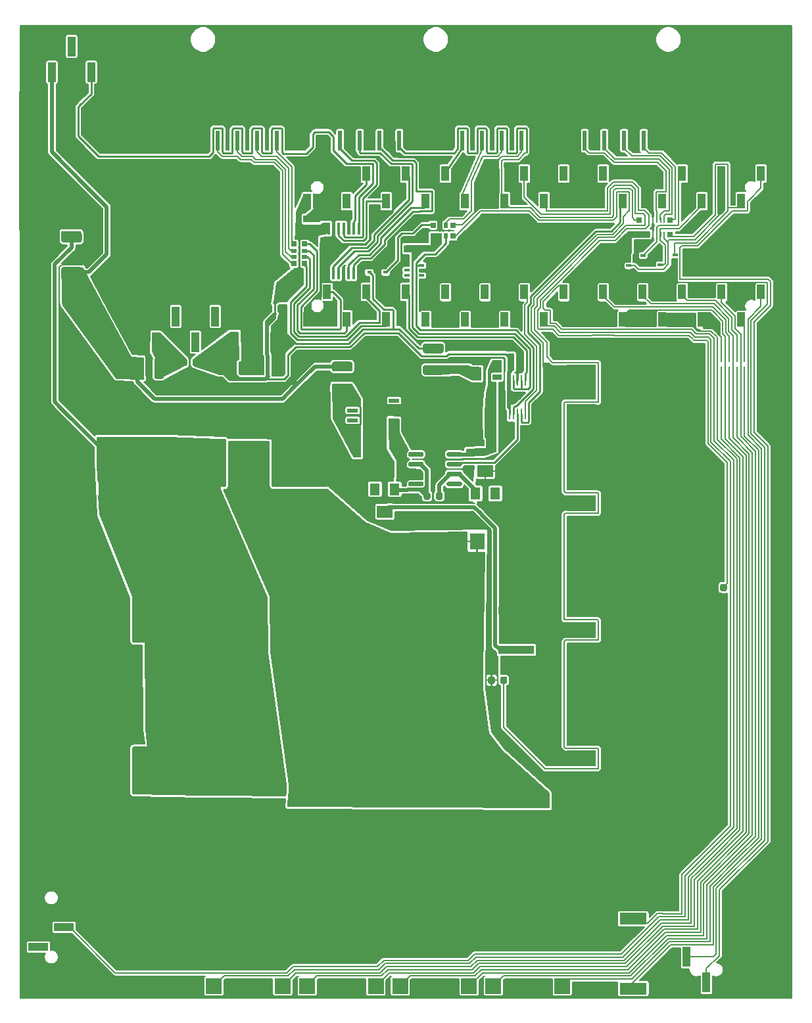
<source format=gtl>
G04 #@! TF.GenerationSoftware,KiCad,Pcbnew,(5.1.6)-1*
G04 #@! TF.CreationDate,2021-06-09T19:53:25-07:00*
G04 #@! TF.ProjectId,Four Channel MHz LED Driver - high current,466f7572-2043-4686-916e-6e656c204d48,rev?*
G04 #@! TF.SameCoordinates,Original*
G04 #@! TF.FileFunction,Copper,L1,Top*
G04 #@! TF.FilePolarity,Positive*
%FSLAX46Y46*%
G04 Gerber Fmt 4.6, Leading zero omitted, Abs format (unit mm)*
G04 Created by KiCad (PCBNEW (5.1.6)-1) date 2021-06-09 19:53:25*
%MOMM*%
%LPD*%
G01*
G04 APERTURE LIST*
G04 #@! TA.AperFunction,SMDPad,CuDef*
%ADD10R,0.290000X0.787400*%
G04 #@! TD*
G04 #@! TA.AperFunction,SMDPad,CuDef*
%ADD11R,0.800000X0.787400*%
G04 #@! TD*
G04 #@! TA.AperFunction,SMDPad,CuDef*
%ADD12R,3.800000X2.000000*%
G04 #@! TD*
G04 #@! TA.AperFunction,SMDPad,CuDef*
%ADD13R,11.400000X12.700000*%
G04 #@! TD*
G04 #@! TA.AperFunction,ComponentPad*
%ADD14C,8.000000*%
G04 #@! TD*
G04 #@! TA.AperFunction,SMDPad,CuDef*
%ADD15R,3.000000X1.650000*%
G04 #@! TD*
G04 #@! TA.AperFunction,SMDPad,CuDef*
%ADD16R,1.020000X1.905000*%
G04 #@! TD*
G04 #@! TA.AperFunction,SMDPad,CuDef*
%ADD17R,0.700000X0.640000*%
G04 #@! TD*
G04 #@! TA.AperFunction,SMDPad,CuDef*
%ADD18R,0.700000X0.500000*%
G04 #@! TD*
G04 #@! TA.AperFunction,SMDPad,CuDef*
%ADD19R,6.220000X3.180000*%
G04 #@! TD*
G04 #@! TA.AperFunction,SMDPad,CuDef*
%ADD20R,0.560000X2.540000*%
G04 #@! TD*
G04 #@! TA.AperFunction,SMDPad,CuDef*
%ADD21R,0.640000X0.700000*%
G04 #@! TD*
G04 #@! TA.AperFunction,SMDPad,CuDef*
%ADD22R,0.500000X0.700000*%
G04 #@! TD*
G04 #@! TA.AperFunction,SMDPad,CuDef*
%ADD23R,1.000000X2.510000*%
G04 #@! TD*
G04 #@! TA.AperFunction,SMDPad,CuDef*
%ADD24R,0.280000X1.470000*%
G04 #@! TD*
G04 #@! TA.AperFunction,SMDPad,CuDef*
%ADD25R,0.900000X2.170000*%
G04 #@! TD*
G04 #@! TA.AperFunction,SMDPad,CuDef*
%ADD26R,2.510000X1.000000*%
G04 #@! TD*
G04 #@! TA.AperFunction,SMDPad,CuDef*
%ADD27R,0.410000X1.570000*%
G04 #@! TD*
G04 #@! TA.AperFunction,SMDPad,CuDef*
%ADD28R,2.170000X0.900000*%
G04 #@! TD*
G04 #@! TA.AperFunction,SMDPad,CuDef*
%ADD29R,1.955800X2.159000*%
G04 #@! TD*
G04 #@! TA.AperFunction,SMDPad,CuDef*
%ADD30R,0.600000X0.450000*%
G04 #@! TD*
G04 #@! TA.AperFunction,SMDPad,CuDef*
%ADD31R,2.600000X2.800000*%
G04 #@! TD*
G04 #@! TA.AperFunction,SMDPad,CuDef*
%ADD32R,0.254000X0.685800*%
G04 #@! TD*
G04 #@! TA.AperFunction,SMDPad,CuDef*
%ADD33R,1.270000X1.549400*%
G04 #@! TD*
G04 #@! TA.AperFunction,SMDPad,CuDef*
%ADD34R,2.006600X1.549400*%
G04 #@! TD*
G04 #@! TA.AperFunction,SMDPad,CuDef*
%ADD35R,2.000000X2.000000*%
G04 #@! TD*
G04 #@! TA.AperFunction,SMDPad,CuDef*
%ADD36R,1.371600X0.482600*%
G04 #@! TD*
G04 #@! TA.AperFunction,SMDPad,CuDef*
%ADD37R,2.413000X3.200400*%
G04 #@! TD*
G04 #@! TA.AperFunction,SMDPad,CuDef*
%ADD38R,1.220000X0.650000*%
G04 #@! TD*
G04 #@! TA.AperFunction,SMDPad,CuDef*
%ADD39R,9.400000X10.800000*%
G04 #@! TD*
G04 #@! TA.AperFunction,SMDPad,CuDef*
%ADD40R,4.600000X1.100000*%
G04 #@! TD*
G04 #@! TA.AperFunction,SMDPad,CuDef*
%ADD41R,0.650000X0.400000*%
G04 #@! TD*
G04 #@! TA.AperFunction,SMDPad,CuDef*
%ADD42R,3.500000X1.500000*%
G04 #@! TD*
G04 #@! TA.AperFunction,Conductor*
%ADD43C,0.200000*%
G04 #@! TD*
G04 #@! TA.AperFunction,Conductor*
%ADD44C,0.250000*%
G04 #@! TD*
G04 #@! TA.AperFunction,Conductor*
%ADD45C,2.000000*%
G04 #@! TD*
G04 #@! TA.AperFunction,Conductor*
%ADD46C,0.500000*%
G04 #@! TD*
G04 #@! TA.AperFunction,Conductor*
%ADD47C,0.210000*%
G04 #@! TD*
G04 #@! TA.AperFunction,Conductor*
%ADD48C,0.254000*%
G04 #@! TD*
G04 APERTURE END LIST*
D10*
X136010156Y-75834400D03*
X136503678Y-75834400D03*
X134036068Y-75834400D03*
X134529590Y-75834400D03*
X135516634Y-75834400D03*
X134036068Y-74005600D03*
X135023112Y-75834400D03*
X134529590Y-74005600D03*
X135023112Y-74005600D03*
X135516634Y-74005600D03*
X136010156Y-74005600D03*
X136503678Y-74005600D03*
D11*
X137251200Y-74005600D03*
X133288800Y-74005600D03*
X133288800Y-75834400D03*
X137251200Y-75834400D03*
G04 #@! TA.AperFunction,SMDPad,CuDef*
G36*
G01*
X142987500Y-121093750D02*
X142987500Y-121606250D01*
G75*
G02*
X142768750Y-121825000I-218750J0D01*
G01*
X142331250Y-121825000D01*
G75*
G02*
X142112500Y-121606250I0J218750D01*
G01*
X142112500Y-121093750D01*
G75*
G02*
X142331250Y-120875000I218750J0D01*
G01*
X142768750Y-120875000D01*
G75*
G02*
X142987500Y-121093750I0J-218750D01*
G01*
G37*
G04 #@! TD.AperFunction*
G04 #@! TA.AperFunction,SMDPad,CuDef*
G36*
G01*
X144562500Y-121093750D02*
X144562500Y-121606250D01*
G75*
G02*
X144343750Y-121825000I-218750J0D01*
G01*
X143906250Y-121825000D01*
G75*
G02*
X143687500Y-121606250I0J218750D01*
G01*
X143687500Y-121093750D01*
G75*
G02*
X143906250Y-120875000I218750J0D01*
G01*
X144343750Y-120875000D01*
G75*
G02*
X144562500Y-121093750I0J-218750D01*
G01*
G37*
G04 #@! TD.AperFunction*
D12*
X125820000Y-98740000D03*
X125820000Y-93640000D03*
D13*
X136020000Y-96190000D03*
D12*
X125830000Y-115570000D03*
X125830000Y-110470000D03*
D13*
X136030000Y-113020000D03*
D12*
X125830000Y-148460000D03*
X125830000Y-143360000D03*
D13*
X136030000Y-145910000D03*
D12*
X125830000Y-131940000D03*
X125830000Y-126840000D03*
D13*
X136030000Y-129390000D03*
D14*
X65550000Y-61270000D03*
X148050000Y-61270000D03*
X148050000Y-162270000D03*
X65550000Y-162270000D03*
D15*
X87430000Y-123545000D03*
X87430000Y-128115000D03*
X90530000Y-125830000D03*
X80720000Y-128115000D03*
X83820000Y-125830000D03*
X80720000Y-123545000D03*
D16*
X148950000Y-83260000D03*
X146410000Y-86816000D03*
X143870000Y-83260000D03*
X141330000Y-86816000D03*
X138790000Y-83260000D03*
X136250000Y-86816000D03*
X133710000Y-83260000D03*
X131170000Y-86816000D03*
X128630000Y-83260000D03*
X126090000Y-86816000D03*
X123550000Y-83260000D03*
X121010000Y-86816000D03*
X118470000Y-83260000D03*
X115930000Y-86816000D03*
X113390000Y-83260000D03*
X110850000Y-86816000D03*
X108310000Y-83260000D03*
X105770000Y-86816000D03*
X103230000Y-83260000D03*
X100690000Y-86816000D03*
X98150000Y-83260000D03*
X95610000Y-86816000D03*
X93070000Y-83260000D03*
X90530000Y-86816000D03*
X100690000Y-71576000D03*
X118470000Y-68020000D03*
X128630000Y-68020000D03*
X133710000Y-68020000D03*
X143870000Y-68020000D03*
X146410000Y-71576000D03*
X113390000Y-68020000D03*
X95610000Y-71576000D03*
X103230000Y-68020000D03*
X108310000Y-68020000D03*
X110850000Y-71576000D03*
X123550000Y-68020000D03*
X136250000Y-71576000D03*
X126090000Y-71576000D03*
X138790000Y-68020000D03*
X90530000Y-71576000D03*
X105770000Y-71576000D03*
X93070000Y-68020000D03*
X98150000Y-68020000D03*
X115930000Y-71576000D03*
X131170000Y-71576000D03*
X141330000Y-71576000D03*
X148950000Y-68020000D03*
X121010000Y-71576000D03*
D14*
X107350000Y-98840000D03*
D17*
X90190000Y-79610000D03*
D18*
X90190000Y-77940000D03*
X90190000Y-78740000D03*
D17*
X90190000Y-77070000D03*
D18*
X88790000Y-78740000D03*
D17*
X88790000Y-79610000D03*
D18*
X88790000Y-77940000D03*
D17*
X88790000Y-77070000D03*
D15*
X65510000Y-106335000D03*
X65510000Y-110905000D03*
X68610000Y-108620000D03*
X58800000Y-110905000D03*
X61900000Y-108620000D03*
X58800000Y-106335000D03*
D19*
X135852500Y-55310000D03*
X78292500Y-55310000D03*
D20*
X135135000Y-63760000D03*
X133865000Y-63760000D03*
X132595000Y-63760000D03*
X131325000Y-63760000D03*
X130055000Y-63760000D03*
X128785000Y-63760000D03*
X127515000Y-63760000D03*
X126245000Y-63760000D03*
X119390000Y-63760000D03*
X118120000Y-63760000D03*
X116850000Y-63760000D03*
X115580000Y-63760000D03*
X114310000Y-63760000D03*
X113040000Y-63760000D03*
X111770000Y-63760000D03*
X110500000Y-63760000D03*
X103645000Y-63760000D03*
X102375000Y-63760000D03*
X101105000Y-63760000D03*
X99835000Y-63760000D03*
X98565000Y-63760000D03*
X97295000Y-63760000D03*
X96025000Y-63760000D03*
X94755000Y-63760000D03*
X87900000Y-63760000D03*
X86630000Y-63760000D03*
X85360000Y-63760000D03*
X84090000Y-63760000D03*
X82820000Y-63760000D03*
X81550000Y-63760000D03*
X80280000Y-63760000D03*
X79010000Y-63760000D03*
D21*
X109260000Y-74650000D03*
D22*
X107590000Y-74650000D03*
X108390000Y-74650000D03*
D21*
X106720000Y-74650000D03*
D22*
X108390000Y-76050000D03*
D21*
X109260000Y-76050000D03*
D22*
X107590000Y-76050000D03*
D21*
X106720000Y-76050000D03*
G04 #@! TA.AperFunction,SMDPad,CuDef*
G36*
G01*
X62160000Y-142003600D02*
X62160000Y-147856400D01*
G75*
G02*
X61986400Y-148030000I-173600J0D01*
G01*
X55033600Y-148030000D01*
G75*
G02*
X54860000Y-147856400I0J173600D01*
G01*
X54860000Y-142003600D01*
G75*
G02*
X55033600Y-141830000I173600J0D01*
G01*
X61986400Y-141830000D01*
G75*
G02*
X62160000Y-142003600I0J-173600D01*
G01*
G37*
G04 #@! TD.AperFunction*
G04 #@! TA.AperFunction,SMDPad,CuDef*
G36*
G01*
X75260000Y-142003600D02*
X75260000Y-147856400D01*
G75*
G02*
X75086400Y-148030000I-173600J0D01*
G01*
X68133600Y-148030000D01*
G75*
G02*
X67960000Y-147856400I0J173600D01*
G01*
X67960000Y-142003600D01*
G75*
G02*
X68133600Y-141830000I173600J0D01*
G01*
X75086400Y-141830000D01*
G75*
G02*
X75260000Y-142003600I0J-173600D01*
G01*
G37*
G04 #@! TD.AperFunction*
G04 #@! TA.AperFunction,SMDPad,CuDef*
G36*
G01*
X62170000Y-122433600D02*
X62170000Y-128286400D01*
G75*
G02*
X61996400Y-128460000I-173600J0D01*
G01*
X55043600Y-128460000D01*
G75*
G02*
X54870000Y-128286400I0J173600D01*
G01*
X54870000Y-122433600D01*
G75*
G02*
X55043600Y-122260000I173600J0D01*
G01*
X61996400Y-122260000D01*
G75*
G02*
X62170000Y-122433600I0J-173600D01*
G01*
G37*
G04 #@! TD.AperFunction*
G04 #@! TA.AperFunction,SMDPad,CuDef*
G36*
G01*
X75270000Y-122433600D02*
X75270000Y-128286400D01*
G75*
G02*
X75096400Y-128460000I-173600J0D01*
G01*
X68143600Y-128460000D01*
G75*
G02*
X67970000Y-128286400I0J173600D01*
G01*
X67970000Y-122433600D01*
G75*
G02*
X68143600Y-122260000I173600J0D01*
G01*
X75096400Y-122260000D01*
G75*
G02*
X75270000Y-122433600I0J-173600D01*
G01*
G37*
G04 #@! TD.AperFunction*
G04 #@! TA.AperFunction,SMDPad,CuDef*
G36*
G01*
X85910000Y-108226400D02*
X85910000Y-102373600D01*
G75*
G02*
X86083600Y-102200000I173600J0D01*
G01*
X93036400Y-102200000D01*
G75*
G02*
X93210000Y-102373600I0J-173600D01*
G01*
X93210000Y-108226400D01*
G75*
G02*
X93036400Y-108400000I-173600J0D01*
G01*
X86083600Y-108400000D01*
G75*
G02*
X85910000Y-108226400I0J173600D01*
G01*
G37*
G04 #@! TD.AperFunction*
G04 #@! TA.AperFunction,SMDPad,CuDef*
G36*
G01*
X72810000Y-108226400D02*
X72810000Y-102373600D01*
G75*
G02*
X72983600Y-102200000I173600J0D01*
G01*
X79936400Y-102200000D01*
G75*
G02*
X80110000Y-102373600I0J-173600D01*
G01*
X80110000Y-108226400D01*
G75*
G02*
X79936400Y-108400000I-173600J0D01*
G01*
X72983600Y-108400000D01*
G75*
G02*
X72810000Y-108226400I0J173600D01*
G01*
G37*
G04 #@! TD.AperFunction*
D23*
X83750000Y-86410000D03*
X78670000Y-86410000D03*
X73590000Y-86410000D03*
X68510000Y-86410000D03*
X86290000Y-89720000D03*
X81210000Y-89720000D03*
X76130000Y-89720000D03*
X71050000Y-89720000D03*
G04 #@! TA.AperFunction,SMDPad,CuDef*
G36*
G01*
X105485000Y-107850000D02*
X105485000Y-108150000D01*
G75*
G02*
X105335000Y-108300000I-150000J0D01*
G01*
X103685000Y-108300000D01*
G75*
G02*
X103535000Y-108150000I0J150000D01*
G01*
X103535000Y-107850000D01*
G75*
G02*
X103685000Y-107700000I150000J0D01*
G01*
X105335000Y-107700000D01*
G75*
G02*
X105485000Y-107850000I0J-150000D01*
G01*
G37*
G04 #@! TD.AperFunction*
G04 #@! TA.AperFunction,SMDPad,CuDef*
G36*
G01*
X105485000Y-106580000D02*
X105485000Y-106880000D01*
G75*
G02*
X105335000Y-107030000I-150000J0D01*
G01*
X103685000Y-107030000D01*
G75*
G02*
X103535000Y-106880000I0J150000D01*
G01*
X103535000Y-106580000D01*
G75*
G02*
X103685000Y-106430000I150000J0D01*
G01*
X105335000Y-106430000D01*
G75*
G02*
X105485000Y-106580000I0J-150000D01*
G01*
G37*
G04 #@! TD.AperFunction*
G04 #@! TA.AperFunction,SMDPad,CuDef*
G36*
G01*
X105485000Y-105310000D02*
X105485000Y-105610000D01*
G75*
G02*
X105335000Y-105760000I-150000J0D01*
G01*
X103685000Y-105760000D01*
G75*
G02*
X103535000Y-105610000I0J150000D01*
G01*
X103535000Y-105310000D01*
G75*
G02*
X103685000Y-105160000I150000J0D01*
G01*
X105335000Y-105160000D01*
G75*
G02*
X105485000Y-105310000I0J-150000D01*
G01*
G37*
G04 #@! TD.AperFunction*
G04 #@! TA.AperFunction,SMDPad,CuDef*
G36*
G01*
X105485000Y-104040000D02*
X105485000Y-104340000D01*
G75*
G02*
X105335000Y-104490000I-150000J0D01*
G01*
X103685000Y-104490000D01*
G75*
G02*
X103535000Y-104340000I0J150000D01*
G01*
X103535000Y-104040000D01*
G75*
G02*
X103685000Y-103890000I150000J0D01*
G01*
X105335000Y-103890000D01*
G75*
G02*
X105485000Y-104040000I0J-150000D01*
G01*
G37*
G04 #@! TD.AperFunction*
G04 #@! TA.AperFunction,SMDPad,CuDef*
G36*
G01*
X110435000Y-104040000D02*
X110435000Y-104340000D01*
G75*
G02*
X110285000Y-104490000I-150000J0D01*
G01*
X108635000Y-104490000D01*
G75*
G02*
X108485000Y-104340000I0J150000D01*
G01*
X108485000Y-104040000D01*
G75*
G02*
X108635000Y-103890000I150000J0D01*
G01*
X110285000Y-103890000D01*
G75*
G02*
X110435000Y-104040000I0J-150000D01*
G01*
G37*
G04 #@! TD.AperFunction*
G04 #@! TA.AperFunction,SMDPad,CuDef*
G36*
G01*
X110435000Y-105310000D02*
X110435000Y-105610000D01*
G75*
G02*
X110285000Y-105760000I-150000J0D01*
G01*
X108635000Y-105760000D01*
G75*
G02*
X108485000Y-105610000I0J150000D01*
G01*
X108485000Y-105310000D01*
G75*
G02*
X108635000Y-105160000I150000J0D01*
G01*
X110285000Y-105160000D01*
G75*
G02*
X110435000Y-105310000I0J-150000D01*
G01*
G37*
G04 #@! TD.AperFunction*
G04 #@! TA.AperFunction,SMDPad,CuDef*
G36*
G01*
X110435000Y-106580000D02*
X110435000Y-106880000D01*
G75*
G02*
X110285000Y-107030000I-150000J0D01*
G01*
X108635000Y-107030000D01*
G75*
G02*
X108485000Y-106880000I0J150000D01*
G01*
X108485000Y-106580000D01*
G75*
G02*
X108635000Y-106430000I150000J0D01*
G01*
X110285000Y-106430000D01*
G75*
G02*
X110435000Y-106580000I0J-150000D01*
G01*
G37*
G04 #@! TD.AperFunction*
G04 #@! TA.AperFunction,SMDPad,CuDef*
G36*
G01*
X110435000Y-107850000D02*
X110435000Y-108150000D01*
G75*
G02*
X110285000Y-108300000I-150000J0D01*
G01*
X108635000Y-108300000D01*
G75*
G02*
X108485000Y-108150000I0J150000D01*
G01*
X108485000Y-107850000D01*
G75*
G02*
X108635000Y-107700000I150000J0D01*
G01*
X110285000Y-107700000D01*
G75*
G02*
X110435000Y-107850000I0J-150000D01*
G01*
G37*
G04 #@! TD.AperFunction*
D24*
X118580000Y-94700000D03*
X118080000Y-94700000D03*
X117580000Y-94700000D03*
X117080000Y-94700000D03*
X116580000Y-94700000D03*
X116580000Y-99000000D03*
X117080000Y-99000000D03*
X117580000Y-99000000D03*
X118080000Y-99000000D03*
X118580000Y-99000000D03*
D25*
X117960000Y-92270000D03*
X116740000Y-92270000D03*
D26*
X60135000Y-81020000D03*
X60135000Y-75940000D03*
X56825000Y-78480000D03*
D27*
X93250000Y-80830000D03*
X93900000Y-80830000D03*
X94550000Y-80830000D03*
X95200000Y-80830000D03*
X95850000Y-80830000D03*
X96500000Y-80830000D03*
X97150000Y-80830000D03*
X97150000Y-75090000D03*
X96500000Y-75090000D03*
X95850000Y-75090000D03*
X95200000Y-75090000D03*
X94550000Y-75090000D03*
X93900000Y-75090000D03*
X93250000Y-75090000D03*
G04 #@! TA.AperFunction,SMDPad,CuDef*
G36*
G01*
X78445000Y-148175000D02*
X77195000Y-148175000D01*
G75*
G02*
X76945000Y-147925000I0J250000D01*
G01*
X76945000Y-147175000D01*
G75*
G02*
X77195000Y-146925000I250000J0D01*
G01*
X78445000Y-146925000D01*
G75*
G02*
X78695000Y-147175000I0J-250000D01*
G01*
X78695000Y-147925000D01*
G75*
G02*
X78445000Y-148175000I-250000J0D01*
G01*
G37*
G04 #@! TD.AperFunction*
G04 #@! TA.AperFunction,SMDPad,CuDef*
G36*
G01*
X78445000Y-150975000D02*
X77195000Y-150975000D01*
G75*
G02*
X76945000Y-150725000I0J250000D01*
G01*
X76945000Y-149975000D01*
G75*
G02*
X77195000Y-149725000I250000J0D01*
G01*
X78445000Y-149725000D01*
G75*
G02*
X78695000Y-149975000I0J-250000D01*
G01*
X78695000Y-150725000D01*
G75*
G02*
X78445000Y-150975000I-250000J0D01*
G01*
G37*
G04 #@! TD.AperFunction*
G04 #@! TA.AperFunction,SMDPad,CuDef*
G36*
G01*
X58915000Y-84615000D02*
X58915000Y-83365000D01*
G75*
G02*
X59165000Y-83115000I250000J0D01*
G01*
X59915000Y-83115000D01*
G75*
G02*
X60165000Y-83365000I0J-250000D01*
G01*
X60165000Y-84615000D01*
G75*
G02*
X59915000Y-84865000I-250000J0D01*
G01*
X59165000Y-84865000D01*
G75*
G02*
X58915000Y-84615000I0J250000D01*
G01*
G37*
G04 #@! TD.AperFunction*
G04 #@! TA.AperFunction,SMDPad,CuDef*
G36*
G01*
X56115000Y-84615000D02*
X56115000Y-83365000D01*
G75*
G02*
X56365000Y-83115000I250000J0D01*
G01*
X57115000Y-83115000D01*
G75*
G02*
X57365000Y-83365000I0J-250000D01*
G01*
X57365000Y-84615000D01*
G75*
G02*
X57115000Y-84865000I-250000J0D01*
G01*
X56365000Y-84865000D01*
G75*
G02*
X56115000Y-84615000I0J250000D01*
G01*
G37*
G04 #@! TD.AperFunction*
G04 #@! TA.AperFunction,SMDPad,CuDef*
G36*
G01*
X80115000Y-92455000D02*
X80115000Y-93705000D01*
G75*
G02*
X79865000Y-93955000I-250000J0D01*
G01*
X79115000Y-93955000D01*
G75*
G02*
X78865000Y-93705000I0J250000D01*
G01*
X78865000Y-92455000D01*
G75*
G02*
X79115000Y-92205000I250000J0D01*
G01*
X79865000Y-92205000D01*
G75*
G02*
X80115000Y-92455000I0J-250000D01*
G01*
G37*
G04 #@! TD.AperFunction*
G04 #@! TA.AperFunction,SMDPad,CuDef*
G36*
G01*
X82915000Y-92455000D02*
X82915000Y-93705000D01*
G75*
G02*
X82665000Y-93955000I-250000J0D01*
G01*
X81915000Y-93955000D01*
G75*
G02*
X81665000Y-93705000I0J250000D01*
G01*
X81665000Y-92455000D01*
G75*
G02*
X81915000Y-92205000I250000J0D01*
G01*
X82665000Y-92205000D01*
G75*
G02*
X82915000Y-92455000I0J-250000D01*
G01*
G37*
G04 #@! TD.AperFunction*
D28*
X110030000Y-93260000D03*
X110030000Y-92040000D03*
D25*
X96980000Y-103440000D03*
X98200000Y-103440000D03*
D28*
X104020000Y-77690000D03*
X104020000Y-76470000D03*
G04 #@! TA.AperFunction,SMDPad,CuDef*
G36*
G01*
X86002500Y-85073750D02*
X86002500Y-85586250D01*
G75*
G02*
X85783750Y-85805000I-218750J0D01*
G01*
X85346250Y-85805000D01*
G75*
G02*
X85127500Y-85586250I0J218750D01*
G01*
X85127500Y-85073750D01*
G75*
G02*
X85346250Y-84855000I218750J0D01*
G01*
X85783750Y-84855000D01*
G75*
G02*
X86002500Y-85073750I0J-218750D01*
G01*
G37*
G04 #@! TD.AperFunction*
G04 #@! TA.AperFunction,SMDPad,CuDef*
G36*
G01*
X87577500Y-85073750D02*
X87577500Y-85586250D01*
G75*
G02*
X87358750Y-85805000I-218750J0D01*
G01*
X86921250Y-85805000D01*
G75*
G02*
X86702500Y-85586250I0J218750D01*
G01*
X86702500Y-85073750D01*
G75*
G02*
X86921250Y-84855000I218750J0D01*
G01*
X87358750Y-84855000D01*
G75*
G02*
X87577500Y-85073750I0J-218750D01*
G01*
G37*
G04 #@! TD.AperFunction*
G04 #@! TA.AperFunction,SMDPad,CuDef*
G36*
G01*
X75057500Y-92073750D02*
X75057500Y-92586250D01*
G75*
G02*
X74838750Y-92805000I-218750J0D01*
G01*
X74401250Y-92805000D01*
G75*
G02*
X74182500Y-92586250I0J218750D01*
G01*
X74182500Y-92073750D01*
G75*
G02*
X74401250Y-91855000I218750J0D01*
G01*
X74838750Y-91855000D01*
G75*
G02*
X75057500Y-92073750I0J-218750D01*
G01*
G37*
G04 #@! TD.AperFunction*
G04 #@! TA.AperFunction,SMDPad,CuDef*
G36*
G01*
X76632500Y-92073750D02*
X76632500Y-92586250D01*
G75*
G02*
X76413750Y-92805000I-218750J0D01*
G01*
X75976250Y-92805000D01*
G75*
G02*
X75757500Y-92586250I0J218750D01*
G01*
X75757500Y-92073750D01*
G75*
G02*
X75976250Y-91855000I218750J0D01*
G01*
X76413750Y-91855000D01*
G75*
G02*
X76632500Y-92073750I0J-218750D01*
G01*
G37*
G04 #@! TD.AperFunction*
D29*
X116320000Y-115420000D03*
X112383000Y-115420000D03*
D30*
X98510000Y-80720000D03*
X100610000Y-80720000D03*
G04 #@! TA.AperFunction,SMDPad,CuDef*
G36*
G01*
X92035000Y-64455000D02*
X92035000Y-63205000D01*
G75*
G02*
X92285000Y-62955000I250000J0D01*
G01*
X93035000Y-62955000D01*
G75*
G02*
X93285000Y-63205000I0J-250000D01*
G01*
X93285000Y-64455000D01*
G75*
G02*
X93035000Y-64705000I-250000J0D01*
G01*
X92285000Y-64705000D01*
G75*
G02*
X92035000Y-64455000I0J250000D01*
G01*
G37*
G04 #@! TD.AperFunction*
G04 #@! TA.AperFunction,SMDPad,CuDef*
G36*
G01*
X89235000Y-64455000D02*
X89235000Y-63205000D01*
G75*
G02*
X89485000Y-62955000I250000J0D01*
G01*
X90235000Y-62955000D01*
G75*
G02*
X90485000Y-63205000I0J-250000D01*
G01*
X90485000Y-64455000D01*
G75*
G02*
X90235000Y-64705000I-250000J0D01*
G01*
X89485000Y-64705000D01*
G75*
G02*
X89235000Y-64455000I0J250000D01*
G01*
G37*
G04 #@! TD.AperFunction*
D31*
X140780000Y-104610000D03*
X151480000Y-104610000D03*
G04 #@! TA.AperFunction,SMDPad,CuDef*
G36*
G01*
X61255001Y-76895000D02*
X59104999Y-76895000D01*
G75*
G02*
X58855000Y-76645001I0J249999D01*
G01*
X58855000Y-75794999D01*
G75*
G02*
X59104999Y-75545000I249999J0D01*
G01*
X61255001Y-75545000D01*
G75*
G02*
X61505000Y-75794999I0J-249999D01*
G01*
X61505000Y-76645001D01*
G75*
G02*
X61255001Y-76895000I-249999J0D01*
G01*
G37*
G04 #@! TD.AperFunction*
G04 #@! TA.AperFunction,SMDPad,CuDef*
G36*
G01*
X61255001Y-81395000D02*
X59104999Y-81395000D01*
G75*
G02*
X58855000Y-81145001I0J249999D01*
G01*
X58855000Y-80294999D01*
G75*
G02*
X59104999Y-80045000I249999J0D01*
G01*
X61255001Y-80045000D01*
G75*
G02*
X61505000Y-80294999I0J-249999D01*
G01*
X61505000Y-81145001D01*
G75*
G02*
X61255001Y-81395000I-249999J0D01*
G01*
G37*
G04 #@! TD.AperFunction*
G04 #@! TA.AperFunction,SMDPad,CuDef*
G36*
G01*
X105675000Y-92705000D02*
X107825000Y-92705000D01*
G75*
G02*
X108075000Y-92955000I0J-250000D01*
G01*
X108075000Y-93705000D01*
G75*
G02*
X107825000Y-93955000I-250000J0D01*
G01*
X105675000Y-93955000D01*
G75*
G02*
X105425000Y-93705000I0J250000D01*
G01*
X105425000Y-92955000D01*
G75*
G02*
X105675000Y-92705000I250000J0D01*
G01*
G37*
G04 #@! TD.AperFunction*
G04 #@! TA.AperFunction,SMDPad,CuDef*
G36*
G01*
X105675000Y-89905000D02*
X107825000Y-89905000D01*
G75*
G02*
X108075000Y-90155000I0J-250000D01*
G01*
X108075000Y-90905000D01*
G75*
G02*
X107825000Y-91155000I-250000J0D01*
G01*
X105675000Y-91155000D01*
G75*
G02*
X105425000Y-90905000I0J250000D01*
G01*
X105425000Y-90155000D01*
G75*
G02*
X105675000Y-89905000I250000J0D01*
G01*
G37*
G04 #@! TD.AperFunction*
G04 #@! TA.AperFunction,SMDPad,CuDef*
G36*
G01*
X93955000Y-95045000D02*
X96105000Y-95045000D01*
G75*
G02*
X96355000Y-95295000I0J-250000D01*
G01*
X96355000Y-96045000D01*
G75*
G02*
X96105000Y-96295000I-250000J0D01*
G01*
X93955000Y-96295000D01*
G75*
G02*
X93705000Y-96045000I0J250000D01*
G01*
X93705000Y-95295000D01*
G75*
G02*
X93955000Y-95045000I250000J0D01*
G01*
G37*
G04 #@! TD.AperFunction*
G04 #@! TA.AperFunction,SMDPad,CuDef*
G36*
G01*
X93955000Y-92245000D02*
X96105000Y-92245000D01*
G75*
G02*
X96355000Y-92495000I0J-250000D01*
G01*
X96355000Y-93245000D01*
G75*
G02*
X96105000Y-93495000I-250000J0D01*
G01*
X93955000Y-93495000D01*
G75*
G02*
X93705000Y-93245000I0J250000D01*
G01*
X93705000Y-92495000D01*
G75*
G02*
X93955000Y-92245000I250000J0D01*
G01*
G37*
G04 #@! TD.AperFunction*
D32*
X146840003Y-91919600D03*
X146340001Y-91919600D03*
X145840002Y-91919600D03*
X145340001Y-91919600D03*
X144840001Y-91919600D03*
X144340003Y-91919600D03*
X143840001Y-91919600D03*
X143340002Y-91919600D03*
X143339999Y-93210000D03*
X143840001Y-93210000D03*
X144340000Y-93210000D03*
X144840001Y-93210000D03*
X145340001Y-93210000D03*
X145839999Y-93210000D03*
X146340001Y-93210000D03*
X146840000Y-93210000D03*
D33*
X101790000Y-108674400D03*
D34*
X100520000Y-111570000D03*
D33*
X99250000Y-108674400D03*
D23*
X144450000Y-168945000D03*
X139370000Y-168945000D03*
X141910000Y-172255000D03*
D26*
X59210000Y-170220000D03*
X59210000Y-165140000D03*
X59210000Y-160060000D03*
X55900000Y-167680000D03*
X55900000Y-162600000D03*
D35*
X102500000Y-172700000D03*
X111360000Y-172700000D03*
X106930000Y-152810000D03*
X102500000Y-152810000D03*
X111360000Y-152810000D03*
D36*
X101697000Y-101075000D03*
X101697000Y-99805000D03*
X101697000Y-98535000D03*
X101697000Y-97265000D03*
X96363000Y-97265000D03*
X96363000Y-98535000D03*
X96363000Y-99805000D03*
X96363000Y-101075000D03*
D37*
X99030000Y-99170000D03*
D38*
X114970000Y-92340000D03*
X114970000Y-94240000D03*
X112350000Y-94240000D03*
X112350000Y-93290000D03*
X112350000Y-92340000D03*
D39*
X108305000Y-126855000D03*
D40*
X117455000Y-124315000D03*
X117455000Y-129395000D03*
D35*
X114490000Y-172700000D03*
X123350000Y-172700000D03*
X118920000Y-152810000D03*
X114490000Y-152810000D03*
X123350000Y-152810000D03*
D31*
X128850000Y-79850000D03*
X118150000Y-79850000D03*
D41*
X131860000Y-79860000D03*
X131860000Y-78560000D03*
X133760000Y-79210000D03*
X131860000Y-79210000D03*
X133760000Y-78560000D03*
X133760000Y-79860000D03*
X105250000Y-79810000D03*
X105250000Y-81110000D03*
X103350000Y-80460000D03*
X105250000Y-80460000D03*
X103350000Y-81110000D03*
X103350000Y-79810000D03*
D42*
X132500000Y-164020000D03*
X132500000Y-173020000D03*
G04 #@! TA.AperFunction,SMDPad,CuDef*
G36*
G01*
X87605000Y-148175000D02*
X86355000Y-148175000D01*
G75*
G02*
X86105000Y-147925000I0J250000D01*
G01*
X86105000Y-147175000D01*
G75*
G02*
X86355000Y-146925000I250000J0D01*
G01*
X87605000Y-146925000D01*
G75*
G02*
X87855000Y-147175000I0J-250000D01*
G01*
X87855000Y-147925000D01*
G75*
G02*
X87605000Y-148175000I-250000J0D01*
G01*
G37*
G04 #@! TD.AperFunction*
G04 #@! TA.AperFunction,SMDPad,CuDef*
G36*
G01*
X87605000Y-150975000D02*
X86355000Y-150975000D01*
G75*
G02*
X86105000Y-150725000I0J250000D01*
G01*
X86105000Y-149975000D01*
G75*
G02*
X86355000Y-149725000I250000J0D01*
G01*
X87605000Y-149725000D01*
G75*
G02*
X87855000Y-149975000I0J-250000D01*
G01*
X87855000Y-150725000D01*
G75*
G02*
X87605000Y-150975000I-250000J0D01*
G01*
G37*
G04 #@! TD.AperFunction*
D23*
X60180000Y-51630000D03*
X55100000Y-51630000D03*
X62720000Y-54940000D03*
X57640000Y-54940000D03*
D35*
X90500000Y-172700000D03*
X99360000Y-172700000D03*
X94930000Y-152810000D03*
X90500000Y-152810000D03*
X99360000Y-152810000D03*
X78500000Y-172700000D03*
X87360000Y-172700000D03*
X82930000Y-152810000D03*
X78500000Y-152810000D03*
X87360000Y-152810000D03*
G04 #@! TA.AperFunction,SMDPad,CuDef*
G36*
G01*
X114682500Y-133023750D02*
X114682500Y-133536250D01*
G75*
G02*
X114463750Y-133755000I-218750J0D01*
G01*
X114026250Y-133755000D01*
G75*
G02*
X113807500Y-133536250I0J218750D01*
G01*
X113807500Y-133023750D01*
G75*
G02*
X114026250Y-132805000I218750J0D01*
G01*
X114463750Y-132805000D01*
G75*
G02*
X114682500Y-133023750I0J-218750D01*
G01*
G37*
G04 #@! TD.AperFunction*
G04 #@! TA.AperFunction,SMDPad,CuDef*
G36*
G01*
X116257500Y-133023750D02*
X116257500Y-133536250D01*
G75*
G02*
X116038750Y-133755000I-218750J0D01*
G01*
X115601250Y-133755000D01*
G75*
G02*
X115382500Y-133536250I0J218750D01*
G01*
X115382500Y-133023750D01*
G75*
G02*
X115601250Y-132805000I218750J0D01*
G01*
X116038750Y-132805000D01*
G75*
G02*
X116257500Y-133023750I0J-218750D01*
G01*
G37*
G04 #@! TD.AperFunction*
D33*
X112200000Y-109220000D03*
D34*
X113470000Y-106324400D03*
D33*
X114740000Y-109220000D03*
G04 #@! TA.AperFunction,SMDPad,CuDef*
G36*
G01*
X70825000Y-94215000D02*
X70825000Y-92065000D01*
G75*
G02*
X71075000Y-91815000I250000J0D01*
G01*
X71825000Y-91815000D01*
G75*
G02*
X72075000Y-92065000I0J-250000D01*
G01*
X72075000Y-94215000D01*
G75*
G02*
X71825000Y-94465000I-250000J0D01*
G01*
X71075000Y-94465000D01*
G75*
G02*
X70825000Y-94215000I0J250000D01*
G01*
G37*
G04 #@! TD.AperFunction*
G04 #@! TA.AperFunction,SMDPad,CuDef*
G36*
G01*
X68025000Y-94215000D02*
X68025000Y-92065000D01*
G75*
G02*
X68275000Y-91815000I250000J0D01*
G01*
X69025000Y-91815000D01*
G75*
G02*
X69275000Y-92065000I0J-250000D01*
G01*
X69275000Y-94215000D01*
G75*
G02*
X69025000Y-94465000I-250000J0D01*
G01*
X68275000Y-94465000D01*
G75*
G02*
X68025000Y-94215000I0J250000D01*
G01*
G37*
G04 #@! TD.AperFunction*
D41*
X137890000Y-78460000D03*
X137890000Y-79760000D03*
X135990000Y-79110000D03*
X137890000Y-79110000D03*
X135990000Y-79760000D03*
X135990000Y-78460000D03*
D28*
X91110000Y-75090000D03*
X91110000Y-73870000D03*
G04 #@! TA.AperFunction,SMDPad,CuDef*
G36*
G01*
X107082500Y-109816250D02*
X107082500Y-109303750D01*
G75*
G02*
X107301250Y-109085000I218750J0D01*
G01*
X107738750Y-109085000D01*
G75*
G02*
X107957500Y-109303750I0J-218750D01*
G01*
X107957500Y-109816250D01*
G75*
G02*
X107738750Y-110035000I-218750J0D01*
G01*
X107301250Y-110035000D01*
G75*
G02*
X107082500Y-109816250I0J218750D01*
G01*
G37*
G04 #@! TD.AperFunction*
G04 #@! TA.AperFunction,SMDPad,CuDef*
G36*
G01*
X105507500Y-109816250D02*
X105507500Y-109303750D01*
G75*
G02*
X105726250Y-109085000I218750J0D01*
G01*
X106163750Y-109085000D01*
G75*
G02*
X106382500Y-109303750I0J-218750D01*
G01*
X106382500Y-109816250D01*
G75*
G02*
X106163750Y-110035000I-218750J0D01*
G01*
X105726250Y-110035000D01*
G75*
G02*
X105507500Y-109816250I0J218750D01*
G01*
G37*
G04 #@! TD.AperFunction*
X112230000Y-102720000D03*
X112230000Y-103940000D03*
D25*
X102540000Y-106070000D03*
X101320000Y-106070000D03*
G04 #@! TA.AperFunction,SMDPad,CuDef*
G36*
G01*
X84895000Y-92485000D02*
X84895000Y-93735000D01*
G75*
G02*
X84645000Y-93985000I-250000J0D01*
G01*
X83895000Y-93985000D01*
G75*
G02*
X83645000Y-93735000I0J250000D01*
G01*
X83645000Y-92485000D01*
G75*
G02*
X83895000Y-92235000I250000J0D01*
G01*
X84645000Y-92235000D01*
G75*
G02*
X84895000Y-92485000I0J-250000D01*
G01*
G37*
G04 #@! TD.AperFunction*
G04 #@! TA.AperFunction,SMDPad,CuDef*
G36*
G01*
X87695000Y-92485000D02*
X87695000Y-93735000D01*
G75*
G02*
X87445000Y-93985000I-250000J0D01*
G01*
X86695000Y-93985000D01*
G75*
G02*
X86445000Y-93735000I0J250000D01*
G01*
X86445000Y-92485000D01*
G75*
G02*
X86695000Y-92235000I250000J0D01*
G01*
X87445000Y-92235000D01*
G75*
G02*
X87695000Y-92485000I0J-250000D01*
G01*
G37*
G04 #@! TD.AperFunction*
G04 #@! TA.AperFunction,SMDPad,CuDef*
G36*
G01*
X85315000Y-148175000D02*
X84065000Y-148175000D01*
G75*
G02*
X83815000Y-147925000I0J250000D01*
G01*
X83815000Y-147175000D01*
G75*
G02*
X84065000Y-146925000I250000J0D01*
G01*
X85315000Y-146925000D01*
G75*
G02*
X85565000Y-147175000I0J-250000D01*
G01*
X85565000Y-147925000D01*
G75*
G02*
X85315000Y-148175000I-250000J0D01*
G01*
G37*
G04 #@! TD.AperFunction*
G04 #@! TA.AperFunction,SMDPad,CuDef*
G36*
G01*
X85315000Y-150975000D02*
X84065000Y-150975000D01*
G75*
G02*
X83815000Y-150725000I0J250000D01*
G01*
X83815000Y-149975000D01*
G75*
G02*
X84065000Y-149725000I250000J0D01*
G01*
X85315000Y-149725000D01*
G75*
G02*
X85565000Y-149975000I0J-250000D01*
G01*
X85565000Y-150725000D01*
G75*
G02*
X85315000Y-150975000I-250000J0D01*
G01*
G37*
G04 #@! TD.AperFunction*
G04 #@! TA.AperFunction,SMDPad,CuDef*
G36*
G01*
X83025000Y-148175000D02*
X81775000Y-148175000D01*
G75*
G02*
X81525000Y-147925000I0J250000D01*
G01*
X81525000Y-147175000D01*
G75*
G02*
X81775000Y-146925000I250000J0D01*
G01*
X83025000Y-146925000D01*
G75*
G02*
X83275000Y-147175000I0J-250000D01*
G01*
X83275000Y-147925000D01*
G75*
G02*
X83025000Y-148175000I-250000J0D01*
G01*
G37*
G04 #@! TD.AperFunction*
G04 #@! TA.AperFunction,SMDPad,CuDef*
G36*
G01*
X83025000Y-150975000D02*
X81775000Y-150975000D01*
G75*
G02*
X81525000Y-150725000I0J250000D01*
G01*
X81525000Y-149975000D01*
G75*
G02*
X81775000Y-149725000I250000J0D01*
G01*
X83025000Y-149725000D01*
G75*
G02*
X83275000Y-149975000I0J-250000D01*
G01*
X83275000Y-150725000D01*
G75*
G02*
X83025000Y-150975000I-250000J0D01*
G01*
G37*
G04 #@! TD.AperFunction*
G04 #@! TA.AperFunction,SMDPad,CuDef*
G36*
G01*
X80735000Y-148175000D02*
X79485000Y-148175000D01*
G75*
G02*
X79235000Y-147925000I0J250000D01*
G01*
X79235000Y-147175000D01*
G75*
G02*
X79485000Y-146925000I250000J0D01*
G01*
X80735000Y-146925000D01*
G75*
G02*
X80985000Y-147175000I0J-250000D01*
G01*
X80985000Y-147925000D01*
G75*
G02*
X80735000Y-148175000I-250000J0D01*
G01*
G37*
G04 #@! TD.AperFunction*
G04 #@! TA.AperFunction,SMDPad,CuDef*
G36*
G01*
X80735000Y-150975000D02*
X79485000Y-150975000D01*
G75*
G02*
X79235000Y-150725000I0J250000D01*
G01*
X79235000Y-149975000D01*
G75*
G02*
X79485000Y-149725000I250000J0D01*
G01*
X80735000Y-149725000D01*
G75*
G02*
X80985000Y-149975000I0J-250000D01*
G01*
X80985000Y-150725000D01*
G75*
G02*
X80735000Y-150975000I-250000J0D01*
G01*
G37*
G04 #@! TD.AperFunction*
D43*
X133160030Y-163359970D02*
X132500000Y-164020000D01*
X140470111Y-89090010D02*
X142155916Y-89090010D01*
X130254310Y-88468511D02*
X139848611Y-88468511D01*
X139848611Y-88468511D02*
X140470111Y-89090010D01*
X142510001Y-93955603D02*
X142520001Y-93965603D01*
X130235809Y-88450010D02*
X130254310Y-88468511D01*
X127024191Y-88450010D02*
X130235809Y-88450010D01*
X123104209Y-88468510D02*
X127005690Y-88468511D01*
X121010000Y-86816000D02*
X121080000Y-86886000D01*
X121080000Y-86886000D02*
X121080000Y-87669990D01*
X122305689Y-87669990D02*
X123104209Y-88468510D01*
X121080000Y-87669990D02*
X122305689Y-87669990D01*
X142155916Y-89090010D02*
X142510001Y-89444095D01*
X142510001Y-89444095D02*
X142510001Y-93955603D01*
X127005690Y-88468511D02*
X127024191Y-88450010D01*
X142519999Y-102598376D02*
X142519999Y-93965601D01*
X145029880Y-105108257D02*
X142519999Y-102598376D01*
X134389992Y-164615815D02*
X135645832Y-163359975D01*
X142520001Y-154581612D02*
X142520001Y-154575805D01*
X133095815Y-164615815D02*
X134389992Y-164615815D01*
X136308592Y-163359975D02*
X136338517Y-163389900D01*
X142519999Y-93965601D02*
X142510001Y-93955603D01*
X132500000Y-164020000D02*
X133095815Y-164615815D01*
X135645832Y-163359975D02*
X136308592Y-163359975D01*
X136338517Y-163389900D02*
X138770020Y-163389900D01*
X138770020Y-163389900D02*
X138770020Y-158331592D01*
X138770020Y-158331592D02*
X142520001Y-154581612D01*
X142520001Y-154575805D02*
X145029880Y-152065926D01*
X145029880Y-152065926D02*
X145029880Y-105108257D01*
D44*
X54570000Y-57630000D02*
X54570000Y-66820000D01*
X77704999Y-54724999D02*
X78290000Y-55310000D01*
X84240000Y-93080000D02*
X84270000Y-93110000D01*
X82290000Y-93080000D02*
X84240000Y-93080000D01*
X68510000Y-86410000D02*
X69900000Y-86410000D01*
X84270000Y-86930000D02*
X83750000Y-86410000D01*
X84270000Y-93110000D02*
X84270000Y-86930000D01*
X99047000Y-98935000D02*
X99485000Y-98935000D01*
X99485000Y-98935000D02*
X100120000Y-98300000D01*
X78290000Y-55310000D02*
X87860000Y-55310000D01*
X87860000Y-55310000D02*
X94010000Y-61460000D01*
X135850000Y-61440000D02*
X135850000Y-55310000D01*
X135830000Y-61460000D02*
X135850000Y-61440000D01*
X96022500Y-61707500D02*
X96270000Y-61460000D01*
X96022500Y-63760000D02*
X96022500Y-61707500D01*
X94010000Y-61460000D02*
X96270000Y-61460000D01*
X98562500Y-61727500D02*
X98830000Y-61460000D01*
X98562500Y-63760000D02*
X98562500Y-61727500D01*
X96270000Y-61460000D02*
X98830000Y-61460000D01*
X101102500Y-61757500D02*
X101400000Y-61460000D01*
X101102500Y-63760000D02*
X101102500Y-61757500D01*
X98830000Y-61460000D02*
X101400000Y-61460000D01*
X103642500Y-61492500D02*
X103610000Y-61460000D01*
X103642500Y-63760000D02*
X103642500Y-61492500D01*
X101400000Y-61460000D02*
X103610000Y-61460000D01*
X111767500Y-61642500D02*
X111950000Y-61460000D01*
X111767500Y-63760000D02*
X111767500Y-61642500D01*
X103610000Y-61460000D02*
X111950000Y-61460000D01*
X114307500Y-61562500D02*
X114410000Y-61460000D01*
X111950000Y-61460000D02*
X114410000Y-61460000D01*
X114307500Y-63760000D02*
X114307500Y-61562500D01*
X116847500Y-61652500D02*
X117040000Y-61460000D01*
X116847500Y-63760000D02*
X116847500Y-61652500D01*
X114410000Y-61460000D02*
X117040000Y-61460000D01*
X119387500Y-63760000D02*
X119387500Y-61747500D01*
X117040000Y-61460000D02*
X119100000Y-61460000D01*
X119387500Y-61747500D02*
X119100000Y-61460000D01*
X119100000Y-61460000D02*
X123130000Y-61460000D01*
X127512500Y-63760000D02*
X127512500Y-61747500D01*
X127512500Y-61747500D02*
X127450000Y-61685000D01*
X127450000Y-61685000D02*
X127450000Y-61460000D01*
X130052500Y-61632500D02*
X129880000Y-61460000D01*
X127450000Y-61460000D02*
X129880000Y-61460000D01*
X130052500Y-63760000D02*
X130052500Y-61632500D01*
X132592500Y-63760000D02*
X132592500Y-61632500D01*
X129880000Y-61460000D02*
X132420000Y-61460000D01*
X132592500Y-61632500D02*
X132420000Y-61460000D01*
X135132500Y-61712500D02*
X134880000Y-61460000D01*
X135132500Y-63760000D02*
X135132500Y-61712500D01*
X132420000Y-61460000D02*
X134880000Y-61460000D01*
X134880000Y-61460000D02*
X135830000Y-61460000D01*
X59180001Y-160005001D02*
X53695001Y-160005001D01*
X53695001Y-160005001D02*
X53580010Y-159890010D01*
X53580010Y-159890010D02*
X53580010Y-153429990D01*
X137570000Y-136990000D02*
X137560000Y-136980000D01*
X137570000Y-145470000D02*
X137570000Y-136990000D01*
X137560000Y-136980000D02*
X137560000Y-128480000D01*
X137560000Y-128480000D02*
X137560000Y-120000000D01*
X137550000Y-120030000D02*
X137550000Y-118760000D01*
X137550000Y-120030000D02*
X137550000Y-118480000D01*
X137550000Y-118480000D02*
X138820000Y-117210000D01*
X137550000Y-120030000D02*
X137550000Y-116760000D01*
X137550000Y-116760000D02*
X138007510Y-116302490D01*
X69900000Y-86410000D02*
X69900000Y-86330000D01*
X69900000Y-86330000D02*
X71770000Y-84460000D01*
X81800000Y-84460000D02*
X83750000Y-86410000D01*
X112920002Y-92340000D02*
X113285001Y-92704999D01*
X112350000Y-92340000D02*
X112920002Y-92340000D01*
X95200000Y-81755002D02*
X95200000Y-80830000D01*
X93434999Y-81940001D02*
X95015001Y-81940001D01*
X95015001Y-81940001D02*
X95200000Y-81755002D01*
X93250000Y-81755002D02*
X93434999Y-81940001D01*
X93250000Y-80830000D02*
X93250000Y-81755002D01*
X95200000Y-81755002D02*
X95319999Y-81755002D01*
X93070000Y-68020000D02*
X93070000Y-71083502D01*
X93830000Y-75020000D02*
X93900000Y-75090000D01*
X93830000Y-74094998D02*
X93830000Y-75020000D01*
X95547501Y-73862499D02*
X95850000Y-74164998D01*
X93597501Y-73862499D02*
X95547501Y-73862499D01*
X95850000Y-74164998D02*
X95850000Y-75090000D01*
X93597501Y-73862499D02*
X93830000Y-74094998D01*
X93395002Y-73660000D02*
X93597501Y-73862499D01*
X93395002Y-71408504D02*
X93070000Y-71083502D01*
X93395002Y-73660000D02*
X93395002Y-71408504D01*
X93250000Y-81865000D02*
X93170000Y-81945000D01*
X93250000Y-80830000D02*
X93250000Y-81865000D01*
X92337498Y-81945000D02*
X92234999Y-82047499D01*
X93170000Y-81945000D02*
X92337498Y-81945000D01*
X92234999Y-82047499D02*
X92234999Y-83855001D01*
X91358399Y-84117999D02*
X90879999Y-84596399D01*
X92234999Y-83855001D02*
X91972001Y-84117999D01*
X91972001Y-84117999D02*
X91358399Y-84117999D01*
X90879999Y-86466001D02*
X90530000Y-86816000D01*
X90879999Y-84596399D02*
X90879999Y-86466001D01*
X138945000Y-146845000D02*
X137570000Y-145470000D01*
X93250000Y-77533590D02*
X93250000Y-80830000D01*
X93900000Y-76883590D02*
X93250000Y-77533590D01*
X93900000Y-75090000D02*
X93900000Y-76883590D01*
X111770000Y-95820000D02*
X110869998Y-95820000D01*
D45*
X67180000Y-160560000D02*
X67180000Y-161079999D01*
X71480000Y-156260000D02*
X67180000Y-160560000D01*
D44*
X53580010Y-174159990D02*
X53580010Y-159890010D01*
X147104999Y-163293999D02*
X148443999Y-161954999D01*
X152255001Y-165766001D02*
X150916001Y-167105001D01*
X147104999Y-167040001D02*
X147104999Y-163293999D01*
X145200000Y-168945000D02*
X147104999Y-167040001D01*
X148443999Y-161954999D02*
X150916001Y-161954999D01*
X144450000Y-168945000D02*
X145200000Y-168945000D01*
X149700010Y-174159990D02*
X53580010Y-174159990D01*
X150916001Y-161954999D02*
X152255001Y-163293999D01*
X152255001Y-163293999D02*
X152255001Y-165766001D01*
X150916001Y-167105001D02*
X149680000Y-167105001D01*
X149680000Y-167105001D02*
X149680000Y-174139980D01*
X149680000Y-174139980D02*
X149700010Y-174159990D01*
D45*
X146219999Y-54443999D02*
X148013999Y-52649999D01*
X146219999Y-57756001D02*
X146219999Y-54443999D01*
X148013999Y-59550001D02*
X146219999Y-57756001D01*
X151994990Y-58881012D02*
X151326001Y-59550001D01*
X152004990Y-128230000D02*
X152004990Y-58851012D01*
X148013999Y-52649999D02*
X149670000Y-52649999D01*
X151326001Y-59550001D02*
X148013999Y-59550001D01*
X146219999Y-56100000D02*
X146219999Y-54443999D01*
X135890000Y-55660000D02*
X145003998Y-55660000D01*
X145443998Y-56100000D02*
X146219999Y-56100000D01*
X145003998Y-55660000D02*
X145443998Y-56100000D01*
D43*
X99047000Y-98935000D02*
X99047000Y-99247000D01*
X99047000Y-99247000D02*
X99990000Y-100190000D01*
D45*
X54570000Y-57630000D02*
X54450000Y-57630000D01*
X54450000Y-57630000D02*
X54445010Y-57634990D01*
D43*
X99047000Y-98935000D02*
X99047000Y-97134800D01*
D44*
X99665000Y-98535000D02*
X99030000Y-99170000D01*
X101697000Y-98535000D02*
X99665000Y-98535000D01*
X99030000Y-102240000D02*
X99030000Y-99170000D01*
X93375002Y-73640000D02*
X93395002Y-73660000D01*
X91090000Y-73640000D02*
X93375002Y-73640000D01*
D45*
X149580000Y-161079999D02*
X149680000Y-161079999D01*
X149580000Y-158140000D02*
X149580000Y-161079999D01*
D46*
X100510000Y-100650000D02*
X99030000Y-99170000D01*
D44*
X106590000Y-95820000D02*
X106800000Y-95820000D01*
X99030000Y-99170000D02*
X99030000Y-99650000D01*
X99030000Y-99650000D02*
X99820000Y-100440000D01*
X113285001Y-92504997D02*
X114099999Y-91689999D01*
D46*
X111770000Y-95820000D02*
X110470000Y-95820000D01*
D44*
X113285001Y-92704999D02*
X113285001Y-92504997D01*
X114099999Y-91689999D02*
X115840001Y-91689999D01*
X110270000Y-96020000D02*
X110470000Y-95820000D01*
D46*
X110470000Y-95820000D02*
X106800000Y-95820000D01*
D44*
X110270000Y-97790000D02*
X110270000Y-96020000D01*
D46*
X100520000Y-106910000D02*
X100520000Y-100620000D01*
D44*
X97830001Y-80149999D02*
X97150000Y-80830000D01*
X98870001Y-80149999D02*
X97830001Y-80149999D01*
X107750000Y-74620000D02*
X107750000Y-74765002D01*
X105094999Y-75395001D02*
X104020000Y-76470000D01*
X101646402Y-85088490D02*
X102070010Y-85512098D01*
X123130000Y-61460000D02*
X125670000Y-61460000D01*
X125670000Y-61460000D02*
X127450000Y-61460000D01*
X125637499Y-61492501D02*
X125670000Y-61460000D01*
X125637499Y-65290001D02*
X125637499Y-61492501D01*
X125702499Y-65355001D02*
X125637499Y-65290001D01*
X125710000Y-65355001D02*
X125702499Y-65355001D01*
X125710000Y-65362502D02*
X125710000Y-65355001D01*
X126090000Y-65742502D02*
X125710000Y-65362502D01*
D43*
X133760000Y-79210000D02*
X135890000Y-79210000D01*
X135990000Y-79110000D02*
X135990000Y-78460000D01*
X133235000Y-79210000D02*
X133760000Y-79210000D01*
X133134999Y-79109999D02*
X133235000Y-79210000D01*
X133134999Y-78119999D02*
X133134999Y-79109999D01*
X133580000Y-69410000D02*
X133580000Y-69720702D01*
X133580000Y-69720702D02*
X133580041Y-69720743D01*
X133710000Y-69280000D02*
X133580000Y-69410000D01*
X133710000Y-68020000D02*
X133710000Y-69280000D01*
X133760000Y-79210000D02*
X133760000Y-79860000D01*
D44*
X101646402Y-85088490D02*
X101646402Y-82896402D01*
X101646402Y-82896402D02*
X100611099Y-81861099D01*
X99435011Y-81861099D02*
X100611099Y-81861099D01*
D43*
X133065401Y-68020000D02*
X133710000Y-68020000D01*
D44*
X126090000Y-71576000D02*
X126090000Y-66520000D01*
D43*
X118341054Y-66290000D02*
X118270342Y-66290000D01*
X119387500Y-63760000D02*
X119387500Y-65243554D01*
X119387500Y-65243554D02*
X118341054Y-66290000D01*
X118270342Y-66290000D02*
X116755171Y-67805171D01*
X116755171Y-67805171D02*
X116820000Y-67870000D01*
X116820000Y-67870000D02*
X116820000Y-68770000D01*
D44*
X104370303Y-65839981D02*
X106160000Y-67629678D01*
X101102500Y-63760000D02*
X101632500Y-63760000D01*
X101767499Y-65290001D02*
X102317478Y-65839980D01*
X101632500Y-63760000D02*
X101767499Y-63894999D01*
X101767499Y-63894999D02*
X101767499Y-65290001D01*
X102317478Y-65839980D02*
X104370303Y-65839981D01*
X106160000Y-67629678D02*
X106160000Y-68600000D01*
X106160000Y-68600000D02*
X107750000Y-70190000D01*
X96584980Y-65842480D02*
X99292803Y-65842481D01*
X96022500Y-63760000D02*
X96022500Y-65280000D01*
X96022500Y-65280000D02*
X96584980Y-65842480D01*
X99890010Y-66439688D02*
X99890010Y-69879990D01*
X99292803Y-65842481D02*
X99890010Y-66439688D01*
D43*
X131990000Y-92980000D02*
X130220000Y-91210000D01*
X133710000Y-68020000D02*
X130780000Y-68020000D01*
X130780000Y-68020000D02*
X129130000Y-66370000D01*
D44*
X126090000Y-66520000D02*
X126090000Y-66370000D01*
D43*
X129130000Y-66370000D02*
X126090000Y-66370000D01*
D44*
X126090000Y-66370000D02*
X126090000Y-65742502D01*
X99435011Y-80535009D02*
X99435011Y-81861099D01*
X99050001Y-80149999D02*
X99435011Y-80535009D01*
X98870001Y-80149999D02*
X99050001Y-80149999D01*
X114295000Y-136475000D02*
X114430000Y-136610000D01*
X112290002Y-95820000D02*
X111770000Y-95820000D01*
X113285001Y-94825001D02*
X112290002Y-95820000D01*
X113285001Y-92704999D02*
X113285001Y-94825001D01*
D46*
X114020000Y-129279963D02*
X114002089Y-129262052D01*
X114295000Y-131145000D02*
X114020000Y-130870000D01*
X114020000Y-130870000D02*
X114020000Y-129279963D01*
D44*
X117960000Y-92270000D02*
X117960000Y-91400000D01*
X117580000Y-94670000D02*
X117614999Y-94635001D01*
X117580000Y-94700000D02*
X117580000Y-94670000D01*
X117614999Y-94635001D02*
X117614999Y-92615001D01*
X117614999Y-92615001D02*
X117960000Y-92270000D01*
X117960000Y-91369998D02*
X117960000Y-92270000D01*
D43*
X115840001Y-91689999D02*
X115849999Y-91689999D01*
X115849999Y-91689999D02*
X115880001Y-91720001D01*
X115880001Y-91720001D02*
X115880001Y-95899999D01*
X99030000Y-99170000D02*
X102529102Y-99170000D01*
X105430000Y-94660000D02*
X106590000Y-95820000D01*
D46*
X69750000Y-89830038D02*
X69750000Y-90500000D01*
D44*
X69750000Y-89186814D02*
X69750000Y-89830038D01*
X68510000Y-86410000D02*
X68510000Y-87946814D01*
X68510000Y-87946814D02*
X69750000Y-89186814D01*
X69750000Y-94100000D02*
X69750000Y-90500000D01*
X99047000Y-97134800D02*
X98502220Y-96590020D01*
X70540000Y-94890000D02*
X69750000Y-94100000D01*
X102260000Y-80040000D02*
X102490000Y-79810000D01*
X102490000Y-79810000D02*
X103350000Y-79810000D01*
X102260000Y-80950000D02*
X102260000Y-80040000D01*
X100611099Y-81861099D02*
X101348901Y-81861099D01*
X101348901Y-81861099D02*
X102260000Y-80950000D01*
D43*
X98200000Y-103440000D02*
X98200000Y-106450000D01*
X111670000Y-110450479D02*
X112059521Y-110450479D01*
D44*
X102070010Y-87072740D02*
X104507260Y-89509990D01*
X102070010Y-85512098D02*
X102070010Y-87072740D01*
X104507260Y-89509990D02*
X116857170Y-89509990D01*
X117960000Y-90612820D02*
X117960000Y-92270000D01*
X116857170Y-89509990D02*
X117960000Y-90612820D01*
X115880001Y-95899999D02*
X115880001Y-99549999D01*
D43*
X103084990Y-93694990D02*
X103084990Y-94584990D01*
X103084990Y-94584990D02*
X103170000Y-94670000D01*
X102909102Y-93450000D02*
X102909102Y-93519102D01*
X102909102Y-93519102D02*
X103084990Y-93694990D01*
D44*
X101525001Y-72788501D02*
X101460001Y-72853501D01*
X101525001Y-70363499D02*
X101525001Y-72788501D01*
X101041492Y-69879990D02*
X101450000Y-70288498D01*
X99890010Y-69879990D02*
X101041492Y-69879990D01*
X101450000Y-70288498D02*
X101450000Y-70298499D01*
X101450000Y-70298499D02*
X101460001Y-70298499D01*
X101460001Y-70298499D02*
X101525001Y-70363499D01*
X98660000Y-75700000D02*
X98660000Y-75790000D01*
X101460001Y-72853501D02*
X101460001Y-72899999D01*
X101460001Y-72899999D02*
X98660000Y-75700000D01*
X94116431Y-77100021D02*
X93900000Y-76883590D01*
X97987801Y-77100021D02*
X94116431Y-77100021D01*
X98660000Y-75700000D02*
X98660000Y-76427822D01*
X98660000Y-76427822D02*
X97987801Y-77100021D01*
X103119998Y-76470000D02*
X102609999Y-76979999D01*
X104020000Y-76470000D02*
X103119998Y-76470000D01*
X102609999Y-76979999D02*
X102609999Y-78489999D01*
X103350000Y-79230000D02*
X103350000Y-79810000D01*
X102609999Y-78489999D02*
X103350000Y-79230000D01*
X100543591Y-80149999D02*
X98870001Y-80149999D01*
X101709980Y-76023608D02*
X101709980Y-78983610D01*
X102488599Y-75244989D02*
X101709980Y-76023608D01*
X107674999Y-73844999D02*
X105372181Y-73844999D01*
X107750000Y-73920000D02*
X107674999Y-73844999D01*
X103972191Y-75244989D02*
X102488599Y-75244989D01*
X101709980Y-78983610D02*
X100543591Y-80149999D01*
X105372181Y-73844999D02*
X103972191Y-75244989D01*
X113805001Y-131095001D02*
X114904999Y-131095001D01*
D43*
X115030000Y-136010000D02*
X114430000Y-136610000D01*
X114904999Y-131095001D02*
X114904999Y-132164999D01*
X114904999Y-132164999D02*
X115030000Y-132290000D01*
X115010000Y-133280000D02*
X115030000Y-133300000D01*
X114245000Y-133280000D02*
X115010000Y-133280000D01*
X115030000Y-132290000D02*
X115030000Y-133300000D01*
X107750000Y-70190000D02*
X107750000Y-73340000D01*
X107590000Y-73500000D02*
X107590000Y-74650000D01*
X107750000Y-73340000D02*
X107590000Y-73500000D01*
X107565001Y-75395001D02*
X107569999Y-75399999D01*
X105094999Y-75395001D02*
X107565001Y-75395001D01*
X107569999Y-74670001D02*
X107590000Y-74650000D01*
X107569999Y-75399999D02*
X107569999Y-74670001D01*
D44*
X93070000Y-68020000D02*
X90790000Y-68020000D01*
X71770000Y-84460000D02*
X74510000Y-84460000D01*
X113805001Y-131095001D02*
X113805001Y-131194999D01*
D46*
X111840402Y-111800000D02*
X111830901Y-111800000D01*
X111830901Y-111790499D02*
X111740901Y-111700499D01*
X111830901Y-111800000D02*
X111830901Y-111790499D01*
D44*
X100731301Y-97831301D02*
X100650000Y-97750000D01*
X100650000Y-97750000D02*
X100650000Y-96150000D01*
X100751199Y-97831301D02*
X102528699Y-97831301D01*
X100669898Y-97750000D02*
X100751199Y-97831301D01*
X102908699Y-92111301D02*
X103495001Y-91524999D01*
X100650000Y-97750000D02*
X100669898Y-97750000D01*
D43*
X106690000Y-110420000D02*
X106659521Y-110450479D01*
X108060010Y-104859990D02*
X106690000Y-106230000D01*
X106690000Y-106230000D02*
X106690000Y-110420000D01*
X106659521Y-110450479D02*
X111670000Y-110450479D01*
X100854999Y-109689101D02*
X100854999Y-106555001D01*
X100914999Y-109749101D02*
X100854999Y-109689101D01*
X100920000Y-109749101D02*
X100914999Y-109749101D01*
X100920000Y-109754102D02*
X100920000Y-109749101D01*
X101616377Y-110450479D02*
X100920000Y-109754102D01*
X106659521Y-110450479D02*
X101616377Y-110450479D01*
D46*
X114002089Y-113971188D02*
X111830901Y-111800000D01*
X114004989Y-120702354D02*
X114002089Y-120699454D01*
X114020000Y-129279963D02*
X114004989Y-129264952D01*
X114002089Y-120699454D02*
X114002089Y-113971188D01*
X114004989Y-129264952D02*
X114004989Y-120702354D01*
D44*
X113524992Y-104765010D02*
X113640001Y-104650001D01*
X108340010Y-104859990D02*
X108384990Y-104815010D01*
X108384990Y-104815010D02*
X110481758Y-104815010D01*
X108060010Y-104859990D02*
X108340010Y-104859990D01*
X110481758Y-104815010D02*
X110531758Y-104765010D01*
X110531758Y-104765010D02*
X113524992Y-104765010D01*
D46*
X105001273Y-92090009D02*
X102029785Y-89118521D01*
X108673175Y-92090009D02*
X105001273Y-92090009D01*
X98077397Y-89118521D02*
X96277360Y-90918556D01*
X108723184Y-92040000D02*
X108673175Y-92090009D01*
X110030000Y-92040000D02*
X108723184Y-92040000D01*
X102029785Y-89118521D02*
X98077397Y-89118521D01*
D44*
X92651444Y-90918556D02*
X96277360Y-90918556D01*
X71330000Y-95050000D02*
X88520000Y-95050000D01*
X88520000Y-95050000D02*
X92651444Y-90918556D01*
D46*
X98200000Y-104565002D02*
X98200000Y-103440000D01*
X89560000Y-105300000D02*
X97465002Y-105300000D01*
X97465002Y-105300000D02*
X98200000Y-104565002D01*
D45*
X54445010Y-57634990D02*
X54445010Y-73525010D01*
X54445010Y-73525010D02*
X54445010Y-75125010D01*
D43*
X98177854Y-96590020D02*
X98502220Y-96590020D01*
X96332824Y-94744990D02*
X98177854Y-96590020D01*
X90416026Y-94744990D02*
X96332824Y-94744990D01*
X87541016Y-97620000D02*
X90416026Y-94744990D01*
X61805010Y-79465010D02*
X61525030Y-79744990D01*
X61525030Y-79744990D02*
X58877176Y-79744990D01*
X58554990Y-96932824D02*
X59567176Y-97945010D01*
X54445010Y-73525010D02*
X60135010Y-73525010D01*
X61805010Y-75195010D02*
X61805010Y-79465010D01*
X59567176Y-97945010D02*
X60772824Y-97945010D01*
X60772824Y-97945010D02*
X61097834Y-97620000D01*
X60135010Y-73525010D02*
X61805010Y-75195010D01*
X58877176Y-79744990D02*
X58554990Y-80067176D01*
X58554990Y-80067176D02*
X58554990Y-96932824D01*
X61097834Y-97620000D02*
X87541016Y-97620000D01*
D44*
X139757490Y-147657490D02*
X137570000Y-145470000D01*
D46*
X140820000Y-142220000D02*
X137570000Y-145470000D01*
D43*
X113805001Y-131095001D02*
X113805001Y-132044999D01*
X113805001Y-132044999D02*
X113500000Y-132350000D01*
X113500000Y-133980000D02*
X114120000Y-134600000D01*
X115030000Y-133300000D02*
X115030000Y-134600000D01*
X114120000Y-134600000D02*
X115030000Y-134600000D01*
X115030000Y-134600000D02*
X115030000Y-136010000D01*
X113510000Y-133280000D02*
X113500000Y-133290000D01*
X113500000Y-132350000D02*
X113500000Y-133290000D01*
X114245000Y-133280000D02*
X113510000Y-133280000D01*
X113500000Y-133290000D02*
X113500000Y-133980000D01*
X133194999Y-78059999D02*
X133694303Y-78059999D01*
X133134999Y-78119999D02*
X133194999Y-78059999D01*
X135023112Y-76731190D02*
X135023112Y-75834400D01*
X133694303Y-78059999D02*
X135023112Y-76731190D01*
X135023112Y-75834400D02*
X135023112Y-74005600D01*
X133580041Y-69720743D02*
X133580041Y-71010041D01*
X135039989Y-73988723D02*
X135023112Y-74005600D01*
X133580041Y-71010041D02*
X135039989Y-72469989D01*
X135039989Y-72469989D02*
X135039989Y-73988723D01*
D44*
X68380000Y-92870000D02*
X68380000Y-93600000D01*
X68380000Y-92870000D02*
X68380000Y-93580000D01*
X68780000Y-93000000D02*
X68780000Y-93360000D01*
X68780000Y-93766410D02*
X68780000Y-93000000D01*
X68780000Y-93780000D02*
X68780000Y-93000000D01*
D46*
X68580034Y-93000000D02*
X68780000Y-93000000D01*
X62245010Y-69835010D02*
X57640000Y-65230000D01*
X57640000Y-65230000D02*
X57640000Y-54940000D01*
X95030000Y-92870000D02*
X91513186Y-92870000D01*
X88758178Y-95625008D02*
X88754992Y-95625008D01*
X91513186Y-92870000D02*
X88758178Y-95625008D01*
X88754992Y-95625008D02*
X87330000Y-97050000D01*
X87330000Y-97050000D02*
X70880000Y-97050000D01*
X68650000Y-94820000D02*
X68650000Y-93140000D01*
X70880000Y-97050000D02*
X68650000Y-94820000D01*
X62245010Y-69835010D02*
X62245010Y-69845010D01*
X62245010Y-69845010D02*
X64700000Y-72300000D01*
X64700000Y-72300000D02*
X64700000Y-78430000D01*
X62410000Y-80720000D02*
X60180000Y-80720000D01*
X64700000Y-78430000D02*
X62410000Y-80720000D01*
D44*
X101620000Y-87933502D02*
X101533502Y-88020000D01*
X101620000Y-87420000D02*
X101620000Y-87933502D01*
X101525001Y-88020000D02*
X101525001Y-88028501D01*
X101525001Y-88028501D02*
X101460001Y-88093501D01*
X101533502Y-88020000D02*
X101525001Y-88020000D01*
X99919999Y-88093501D02*
X99919998Y-88093501D01*
X101620000Y-85698498D02*
X101460001Y-85538499D01*
X101620000Y-87420000D02*
X101620000Y-85698498D01*
X98985001Y-81145001D02*
X98560000Y-80720000D01*
X101460001Y-85538499D02*
X100358499Y-85538499D01*
X98560000Y-80720000D02*
X98510000Y-80720000D01*
X98985001Y-84165001D02*
X98985001Y-81145001D01*
X100358499Y-85538499D02*
X98985001Y-84165001D01*
X101460001Y-88093501D02*
X101066499Y-88093501D01*
X101066499Y-88093501D02*
X99919999Y-88093501D01*
X101533502Y-88020000D02*
X101533502Y-88023502D01*
X106067398Y-90480000D02*
X106970000Y-90480000D01*
X101460001Y-88093501D02*
X101599912Y-88093502D01*
X104890860Y-90530000D02*
X106750000Y-90530000D01*
X101533502Y-88020000D02*
X102380860Y-88020000D01*
X102380860Y-88020000D02*
X104890860Y-90530000D01*
D46*
X86290000Y-89720000D02*
X86290000Y-88840000D01*
X87140000Y-87990000D02*
X87140000Y-85330000D01*
X86290000Y-88840000D02*
X87140000Y-87990000D01*
D44*
X87120000Y-93160000D02*
X87070000Y-93110000D01*
D46*
X86290000Y-92330000D02*
X87070000Y-93110000D01*
X86290000Y-89720000D02*
X86290000Y-92330000D01*
D44*
X87140000Y-88010000D02*
X87140000Y-87990000D01*
X97652823Y-88093501D02*
X95852782Y-89893540D01*
X95852782Y-89893540D02*
X89014401Y-89893539D01*
X89014401Y-89893539D02*
X87894962Y-88774100D01*
X87894962Y-88764962D02*
X87140000Y-88010000D01*
X99919999Y-88093501D02*
X97652823Y-88093501D01*
X87894962Y-88774100D02*
X87894962Y-88764962D01*
X78740000Y-92330000D02*
X79490000Y-93080000D01*
X76195000Y-92330000D02*
X78740000Y-92330000D01*
X79490000Y-91440000D02*
X81210000Y-89720000D01*
X79490000Y-93080000D02*
X79490000Y-91440000D01*
X90134000Y-71972000D02*
X90530000Y-71576000D01*
X90530000Y-71576000D02*
X90530000Y-72370000D01*
X92930000Y-74770000D02*
X93250000Y-75090000D01*
X81706820Y-94310010D02*
X81210000Y-93813190D01*
X81210000Y-93813190D02*
X81210000Y-89720000D01*
X79490000Y-93080000D02*
X79490000Y-93430000D01*
X89500000Y-79974998D02*
X89500000Y-80150000D01*
X89520000Y-72586000D02*
X90530000Y-71576000D01*
X89500000Y-80150000D02*
X89500000Y-72606000D01*
X89500000Y-72606000D02*
X89520000Y-72586000D01*
X85464999Y-94304999D02*
X85470010Y-94310010D01*
X116580000Y-96660000D02*
X116580000Y-99000000D01*
D46*
X116504992Y-97881822D02*
X116504992Y-98130000D01*
X116489999Y-93604999D02*
X116489999Y-97789999D01*
X116740000Y-92270000D02*
X116740000Y-93354998D01*
D43*
X116580000Y-96660000D02*
X117830000Y-96660000D01*
D44*
X116580000Y-99000000D02*
X116580000Y-97910000D01*
D46*
X116740000Y-93354998D02*
X116489999Y-93604999D01*
D44*
X116580000Y-92430000D02*
X116740000Y-92270000D01*
X116580000Y-94700000D02*
X116580000Y-92430000D01*
X116580000Y-95796412D02*
X116580000Y-96660000D01*
X116580000Y-94700000D02*
X116580000Y-95796412D01*
D46*
X85429999Y-91425001D02*
X85339999Y-91335001D01*
X85429999Y-91425001D02*
X85429999Y-94129999D01*
X85429999Y-94129999D02*
X85464999Y-94164999D01*
D44*
X85464999Y-94164999D02*
X85464999Y-94304999D01*
D46*
X79490000Y-93080000D02*
X79490000Y-93360000D01*
X79490000Y-93360000D02*
X80604990Y-94474990D01*
X85155008Y-94474990D02*
X85464999Y-94164999D01*
X80604990Y-94474990D02*
X85155008Y-94474990D01*
D44*
X102267961Y-88543511D02*
X100106399Y-88543511D01*
X105239449Y-91514999D02*
X102267961Y-88543511D01*
X116740000Y-92270000D02*
X116740000Y-91953588D01*
X100106399Y-88543511D02*
X97839222Y-88543511D01*
X116026402Y-91239990D02*
X108710009Y-91239989D01*
X116740000Y-91953588D02*
X116026402Y-91239990D01*
X108434999Y-91514999D02*
X105239449Y-91514999D01*
X108710009Y-91239989D02*
X108434999Y-91514999D01*
X89500000Y-80150000D02*
X89465001Y-80150000D01*
X89465001Y-80150000D02*
X89465001Y-80190001D01*
D46*
X86644238Y-84404990D02*
X86344614Y-84704614D01*
X85339999Y-91335001D02*
X85339999Y-87600001D01*
D44*
X86344614Y-86595386D02*
X85339999Y-87600001D01*
D46*
X85339999Y-87100001D02*
X86344614Y-86095386D01*
X85339999Y-87600001D02*
X85339999Y-87100001D01*
D44*
X86344614Y-84704614D02*
X86344614Y-86095386D01*
X86344614Y-86095386D02*
X86344614Y-86595386D01*
X97839222Y-88543510D02*
X96039185Y-90343547D01*
X87518200Y-94474990D02*
X88020000Y-93973190D01*
X85155008Y-94474990D02*
X87518200Y-94474990D01*
X88020000Y-91380000D02*
X89056452Y-90343549D01*
X88020000Y-93973190D02*
X88020000Y-91380000D01*
X96039183Y-90343549D02*
X96039185Y-90343547D01*
X89056452Y-90343549D02*
X96039183Y-90343549D01*
X118080000Y-95660002D02*
X118080000Y-94700000D01*
X117080000Y-94700000D02*
X117080000Y-95660002D01*
X117080000Y-95660002D02*
X117179999Y-95760001D01*
X117980001Y-95760001D02*
X118080000Y-95660002D01*
X117179999Y-95760001D02*
X117980001Y-95760001D01*
X119199990Y-95540012D02*
X118980001Y-95760001D01*
X119199990Y-90579990D02*
X119199990Y-95540012D01*
X104020000Y-77690000D02*
X104065001Y-77735001D01*
X104065002Y-87794914D02*
X104880060Y-88609972D01*
X118980001Y-95760001D02*
X117980001Y-95760001D01*
X104065001Y-77735001D02*
X104065002Y-87794914D01*
X104880060Y-88609972D02*
X117229972Y-88609972D01*
X117229972Y-88609972D02*
X119199990Y-90579990D01*
X106600000Y-76170000D02*
X106720000Y-76050000D01*
X106600000Y-77690000D02*
X106600000Y-76170000D01*
D46*
X104020000Y-77690000D02*
X106600000Y-77690000D01*
D44*
X106720000Y-76050000D02*
X107590000Y-76050000D01*
X112350000Y-94240000D02*
X112350000Y-93290000D01*
D43*
X110010000Y-93280000D02*
X110030000Y-93260000D01*
X106970000Y-93280000D02*
X110010000Y-93280000D01*
X112320000Y-93260000D02*
X112350000Y-93290000D01*
X110030000Y-93260000D02*
X112320000Y-93260000D01*
D44*
X104500000Y-106740000D02*
X104510000Y-106730000D01*
D46*
X101730000Y-101108000D02*
X101697000Y-101075000D01*
D44*
X101697000Y-99805000D02*
X101697000Y-101075000D01*
D46*
X114970000Y-92340000D02*
X114970000Y-92350022D01*
X114970000Y-92340000D02*
X114970000Y-92720000D01*
X114970000Y-92720000D02*
X114200000Y-93490000D01*
D44*
X114034999Y-94910000D02*
X114140000Y-95015001D01*
X114034999Y-93505001D02*
X114034999Y-94910000D01*
X114200000Y-93490000D02*
X114050000Y-93490000D01*
X114050000Y-93490000D02*
X114034999Y-93505001D01*
D46*
X111980000Y-104190000D02*
X112230000Y-103940000D01*
X109460000Y-104190000D02*
X111980000Y-104190000D01*
D43*
X134460001Y-82007499D02*
X134472502Y-82020000D01*
X132959999Y-82007499D02*
X134460001Y-82007499D01*
X126090000Y-86816000D02*
X126090000Y-83797498D01*
X126090000Y-83797498D02*
X127879999Y-82007499D01*
X127879999Y-82007499D02*
X129380001Y-82007499D01*
X132947498Y-82020000D02*
X132959999Y-82007499D01*
X129380001Y-82007499D02*
X129392502Y-82020000D01*
X131680000Y-82020000D02*
X132947498Y-82020000D01*
X129392502Y-82020000D02*
X131680000Y-82020000D01*
X133810000Y-75877900D02*
X132210001Y-75877900D01*
X132210001Y-75877900D02*
X131481304Y-75877900D01*
X127879999Y-79479205D02*
X127879999Y-82007499D01*
X131481304Y-75877900D02*
X127879999Y-79479205D01*
X131860000Y-78560000D02*
X131860000Y-79210000D01*
X132210001Y-78209999D02*
X131860000Y-78560000D01*
X132210001Y-75877900D02*
X132210001Y-78209999D01*
X137890000Y-79110000D02*
X137890000Y-79760000D01*
X137890000Y-81960000D02*
X137830000Y-82020000D01*
X134472502Y-82020000D02*
X137830000Y-82020000D01*
X137890000Y-79760000D02*
X137890000Y-81960000D01*
D44*
X129367502Y-81995000D02*
X129760000Y-81995000D01*
X126090000Y-86816000D02*
X126090000Y-83752498D01*
X129355001Y-81982499D02*
X129367502Y-81995000D01*
X127859999Y-81982499D02*
X129355001Y-81982499D01*
X126090000Y-83752498D02*
X127859999Y-81982499D01*
D43*
X141504990Y-168945000D02*
X141509990Y-168940000D01*
X139370000Y-168945000D02*
X141504990Y-168945000D01*
X139540001Y-82007499D02*
X138039999Y-82007499D01*
X143119999Y-82007499D02*
X143107498Y-82020000D01*
X144620001Y-82007499D02*
X143119999Y-82007499D01*
X144632502Y-82020000D02*
X144620001Y-82007499D01*
X139552502Y-82020000D02*
X139540001Y-82007499D01*
X145210000Y-82020000D02*
X144632502Y-82020000D01*
X143179990Y-160144312D02*
X149429990Y-153894313D01*
X149429990Y-153894313D02*
X149429990Y-103285688D01*
X143179990Y-168590010D02*
X143179990Y-160144312D01*
X142825000Y-168945000D02*
X143179990Y-168590010D01*
X141504990Y-168945000D02*
X142825000Y-168945000D01*
X138039999Y-82007499D02*
X138027498Y-82020000D01*
X145222501Y-82007499D02*
X145210000Y-82020000D01*
X149429990Y-103285688D02*
X147680000Y-101535698D01*
X138027498Y-82020000D02*
X137830000Y-82020000D01*
X147680000Y-101535698D02*
X147680000Y-86928299D01*
X143107498Y-82020000D02*
X139552502Y-82020000D01*
X147680000Y-86928299D02*
X149760001Y-84848298D01*
X149760001Y-84848298D02*
X149760001Y-82067499D01*
X149760001Y-82067499D02*
X149700001Y-82007499D01*
X149700001Y-82007499D02*
X145222501Y-82007499D01*
X141330000Y-71990400D02*
X141330000Y-71576000D01*
X141330000Y-72145701D02*
X141330000Y-71576000D01*
X136000689Y-75099311D02*
X138376390Y-75099311D01*
X136000000Y-75100000D02*
X136000689Y-75099311D01*
X135990000Y-79760000D02*
X136405002Y-79760000D01*
X136000000Y-76600000D02*
X136000000Y-75100000D01*
X136405002Y-79760000D02*
X136615001Y-79550001D01*
X136615001Y-77215001D02*
X136000000Y-76600000D01*
X138376390Y-75099311D02*
X141330000Y-72145701D01*
X136615001Y-79550001D02*
X136615001Y-77215001D01*
X136370700Y-80360001D02*
X137015011Y-79715690D01*
X133194999Y-80360001D02*
X136370700Y-80360001D01*
X131860000Y-79860000D02*
X132694998Y-79860000D01*
X132694998Y-79860000D02*
X133194999Y-80360001D01*
X137015011Y-79715690D02*
X137015011Y-76809088D01*
D46*
X143800000Y-68830000D02*
X143800000Y-72937869D01*
X143870000Y-68020000D02*
X143870000Y-68760000D01*
X143870000Y-68760000D02*
X143800000Y-68830000D01*
X144129991Y-68279991D02*
X143870000Y-68020000D01*
X144129991Y-72607877D02*
X144129991Y-68279991D01*
X144129991Y-72607877D02*
X143878934Y-72858934D01*
X143878934Y-72858934D02*
X143610009Y-73127859D01*
X143610009Y-73127859D02*
X143610009Y-71170000D01*
X143610009Y-71170000D02*
X143610009Y-69020000D01*
D43*
X137015011Y-76809088D02*
X136889088Y-76809088D01*
X136493522Y-76413522D02*
X136493522Y-75718800D01*
X136889088Y-76809088D02*
X136493522Y-76413522D01*
X143870000Y-73080000D02*
X143870000Y-68020000D01*
X137015011Y-76809088D02*
X137015011Y-76634989D01*
X137015011Y-76634989D02*
X137121899Y-76528101D01*
X143610009Y-73339991D02*
X140421899Y-76528101D01*
X143610009Y-73127859D02*
X143610009Y-73339991D01*
X140421899Y-76528101D02*
X137121899Y-76528101D01*
X144270010Y-73245688D02*
X144187849Y-73327849D01*
X144680001Y-72835697D02*
X144270009Y-73245689D01*
X144270009Y-73245689D02*
X144187849Y-73327849D01*
X146410000Y-71576000D02*
X146410000Y-72250000D01*
X146410000Y-72250000D02*
X146230000Y-72430000D01*
X144710000Y-72430000D02*
X144680001Y-72400001D01*
X146230000Y-72430000D02*
X144710000Y-72430000D01*
X144680001Y-72400001D02*
X144680001Y-72835697D01*
X143059999Y-73324303D02*
X140506402Y-75877900D01*
X144680001Y-72400001D02*
X144680001Y-66827499D01*
X143059999Y-66827499D02*
X143059999Y-73324303D01*
X144620001Y-66767499D02*
X143119999Y-66767499D01*
X137400144Y-75877900D02*
X137241044Y-75718800D01*
X144680001Y-66827499D02*
X144620001Y-66767499D01*
X143119999Y-66767499D02*
X143059999Y-66827499D01*
X140502100Y-75877900D02*
X140251909Y-76128091D01*
X140506402Y-75877900D02*
X140502100Y-75877900D01*
X137544891Y-76128091D02*
X137251200Y-75834400D01*
X140251909Y-76128091D02*
X137544891Y-76128091D01*
X137830000Y-78400000D02*
X137890000Y-78460000D01*
X137830000Y-76930000D02*
X137830000Y-78400000D01*
X137831889Y-76928111D02*
X137830000Y-76930000D01*
X144187849Y-73327849D02*
X140587588Y-76928111D01*
X140587588Y-76928111D02*
X137831889Y-76928111D01*
X115577500Y-65226055D02*
X115577500Y-63760000D01*
X113076928Y-65780291D02*
X115023545Y-65780011D01*
X115023545Y-65780011D02*
X115577500Y-65226055D01*
X111671991Y-69046770D02*
X113076928Y-65780291D01*
X111670000Y-71940000D02*
X111671991Y-69046770D01*
X111665010Y-72843847D02*
X111670000Y-71940000D01*
X108390000Y-74309998D02*
X108829999Y-73869999D01*
X108829999Y-73869999D02*
X110630001Y-73869999D01*
X111656153Y-72843847D02*
X111665010Y-72843847D01*
X108390000Y-74650000D02*
X108390000Y-74309998D01*
X110630001Y-73869999D02*
X111656153Y-72843847D01*
D44*
X115930000Y-70919980D02*
X115930000Y-71576000D01*
X118760000Y-62267498D02*
X118760000Y-65270000D01*
X117500000Y-62242498D02*
X117577499Y-62164999D01*
X117500000Y-65242502D02*
X117500000Y-62242498D01*
X116230000Y-62277498D02*
X116230000Y-65277502D01*
X115037499Y-62164999D02*
X116117501Y-62164999D01*
X116307499Y-65355001D02*
X117387501Y-65355001D01*
X114972499Y-62229999D02*
X115037499Y-62164999D01*
X111162499Y-62289997D02*
X111162499Y-65290001D01*
X117387501Y-65355001D02*
X117500000Y-65242502D01*
X111037501Y-62164999D02*
X111162499Y-62289997D01*
X109957499Y-62164999D02*
X111037501Y-62164999D01*
X109892499Y-62229999D02*
X109957499Y-62164999D01*
X102372500Y-63760000D02*
X102372500Y-64625002D01*
X118657501Y-62164999D02*
X118760000Y-62267498D01*
X112497499Y-62164999D02*
X113464999Y-62164999D01*
X111162499Y-65290001D02*
X111227499Y-65355001D01*
X113702499Y-65280000D02*
X113702499Y-65290001D01*
X113464999Y-62164999D02*
X113650000Y-62350000D01*
X114847501Y-65355001D02*
X114972499Y-65230003D01*
X103102499Y-65355001D02*
X104195325Y-65355003D01*
X114972499Y-65230003D02*
X114972499Y-62229999D01*
X113767499Y-65355001D02*
X114847501Y-65355001D01*
X111227499Y-65355001D02*
X112307501Y-65355001D01*
X102372500Y-64625002D02*
X103102499Y-65355001D01*
X112307501Y-65355001D02*
X112400000Y-65262502D01*
X112400000Y-65262502D02*
X112400000Y-62262498D01*
X117577499Y-62164999D02*
X118657501Y-62164999D01*
X112400000Y-62262498D02*
X112497499Y-62164999D01*
X116117501Y-62164999D02*
X116230000Y-62277498D01*
X113650000Y-62350000D02*
X113650000Y-65237502D01*
X113650000Y-65237502D02*
X113692498Y-65280000D01*
X116230000Y-65277502D02*
X116307499Y-65355001D01*
X113692498Y-65280000D02*
X113702499Y-65280000D01*
X113702499Y-65290001D02*
X113767499Y-65355001D01*
D43*
X118760000Y-65270000D02*
X118724644Y-65270000D01*
X118517508Y-65391746D02*
X118638254Y-65391746D01*
X117729233Y-66180021D02*
X118517508Y-65391746D01*
X115530010Y-71176010D02*
X115530010Y-67280010D01*
X115754931Y-66180021D02*
X117729233Y-66180021D01*
X115520009Y-66414943D02*
X115754931Y-66180021D01*
X115930000Y-71576000D02*
X115530010Y-71176010D01*
X115530010Y-67280010D02*
X115520009Y-67270009D01*
X118638254Y-65391746D02*
X118760000Y-65270000D01*
X115520009Y-67270009D02*
X115520009Y-66414943D01*
X115930000Y-71819980D02*
X115930000Y-71576000D01*
X116530010Y-72419990D02*
X115930000Y-71819980D01*
X119285790Y-72419990D02*
X116530010Y-72419990D01*
X129959990Y-70217809D02*
X129959990Y-73450010D01*
X129959990Y-73450010D02*
X129781479Y-73628521D01*
X129781479Y-73628521D02*
X120494318Y-73628521D01*
X132085690Y-69923489D02*
X130254310Y-69923489D01*
X120494318Y-73628519D02*
X119285790Y-72419990D01*
X130254310Y-69923489D02*
X129959990Y-70217809D01*
X132380011Y-70217810D02*
X132085690Y-69923489D01*
X120494318Y-73628521D02*
X120494318Y-73628519D01*
D44*
X104195325Y-65355003D02*
X109461540Y-65355003D01*
X109957499Y-62167499D02*
X109957499Y-62164999D01*
X109461540Y-65355003D02*
X109894999Y-64738271D01*
X109894999Y-62229999D02*
X109957499Y-62167499D01*
X109894999Y-64738271D02*
X109894999Y-62229999D01*
D43*
X132380011Y-73696811D02*
X132380011Y-70217810D01*
X133288800Y-74005600D02*
X132688800Y-74005600D01*
X132688800Y-74005600D02*
X132380011Y-73696811D01*
X132380011Y-70217810D02*
X132301100Y-70138899D01*
D44*
X103602057Y-73394989D02*
X103605011Y-73394989D01*
X96500000Y-79795000D02*
X97394942Y-78900058D01*
X96500000Y-80830000D02*
X96500000Y-79795000D01*
X98733405Y-78900057D02*
X100460040Y-77173422D01*
X97394942Y-78900058D02*
X98733405Y-78900057D01*
X100460040Y-76539960D02*
X103605011Y-73394989D01*
X100460040Y-77173422D02*
X100460040Y-76539960D01*
X104993500Y-72860000D02*
X104140000Y-72860000D01*
X106540001Y-72853501D02*
X104999999Y-72853501D01*
X104140000Y-72860000D02*
X103605011Y-73394989D01*
X106605001Y-72788501D02*
X106540001Y-72853501D01*
X104999999Y-72853501D02*
X104993500Y-72860000D01*
X101499989Y-66289989D02*
X104183902Y-66289990D01*
X100565001Y-65355001D02*
X101499989Y-66289989D01*
X100562499Y-65355001D02*
X100565001Y-65355001D01*
X99832500Y-63760000D02*
X99832500Y-64625002D01*
X104511501Y-70298499D02*
X106540001Y-70298499D01*
X106605001Y-70363499D02*
X106605001Y-72788501D01*
X99832500Y-64625002D02*
X100562499Y-65355001D01*
X104515011Y-66621099D02*
X104515011Y-70294989D01*
X104183902Y-66289990D02*
X104515011Y-66621099D01*
X104515011Y-70294989D02*
X104511501Y-70298499D01*
X106540001Y-70298499D02*
X106605001Y-70363499D01*
X104065001Y-66807499D02*
X103997502Y-66740000D01*
X104065001Y-66807499D02*
X104065001Y-70108589D01*
X104065001Y-70108589D02*
X104060000Y-70113590D01*
X96579960Y-78000040D02*
X94550000Y-80030000D01*
X98360603Y-78000039D02*
X96579960Y-78000040D01*
X94550000Y-80030000D02*
X94550000Y-80830000D01*
X104065001Y-70108589D02*
X104061492Y-70112098D01*
X104061492Y-70112098D02*
X104061492Y-71571328D01*
X104061492Y-71571328D02*
X99560020Y-76072800D01*
X99560020Y-76072800D02*
X99560020Y-76800622D01*
X99560020Y-76800622D02*
X98360603Y-78000039D01*
X97292500Y-65280000D02*
X97367501Y-65355001D01*
X97367501Y-65355001D02*
X99905001Y-65355001D01*
X104057499Y-66807499D02*
X104065001Y-66807499D01*
X97292500Y-63760000D02*
X97292500Y-65280000D01*
X99905001Y-65355001D02*
X101289998Y-66739998D01*
X103989999Y-66739999D02*
X104057499Y-66807499D01*
X101289998Y-66739998D02*
X103989999Y-66739999D01*
X95384999Y-76200001D02*
X95200000Y-76015002D01*
X95200000Y-76015002D02*
X95200000Y-75090000D01*
X97615001Y-76200001D02*
X95384999Y-76200001D01*
X97680001Y-76135001D02*
X97615001Y-76200001D01*
X97670000Y-74034998D02*
X97680001Y-74044999D01*
X97680001Y-74044999D02*
X97680001Y-76135001D01*
X97193599Y-66292489D02*
X96232489Y-66292489D01*
X94752500Y-64812500D02*
X94752500Y-63760000D01*
X96232489Y-66292489D02*
X94752500Y-64812500D01*
X99106402Y-66292490D02*
X97193599Y-66292489D01*
X99440000Y-66626088D02*
X99106402Y-66292490D01*
X97680001Y-71173911D02*
X99435010Y-69418902D01*
X97680001Y-74044999D02*
X97680001Y-71173911D01*
X99435010Y-69418902D02*
X99435011Y-69413912D01*
X99435011Y-69413912D02*
X99440000Y-69413912D01*
X99440000Y-69413912D02*
X99440000Y-66626088D01*
X98150000Y-68480000D02*
X98150000Y-68020000D01*
X96699990Y-73980010D02*
X96699990Y-70881102D01*
X96500000Y-75090000D02*
X96500000Y-74180000D01*
X96500000Y-74180000D02*
X96699990Y-73980010D01*
X98150000Y-69431092D02*
X98150000Y-68020000D01*
X96699990Y-70881102D02*
X98150000Y-69431092D01*
D43*
X126858502Y-88050000D02*
X126840001Y-88068501D01*
X126810000Y-88050000D02*
X126791498Y-88068501D01*
X126858502Y-88050000D02*
X126810000Y-88050000D01*
X123269898Y-88068501D02*
X122471378Y-87269980D01*
X126791498Y-88068501D02*
X123269898Y-88068501D01*
X122471378Y-87269980D02*
X121829980Y-87269980D01*
X121829980Y-87269980D02*
X121820001Y-87260001D01*
X140009990Y-88064191D02*
X140495809Y-88550010D01*
X130401498Y-88050000D02*
X130419999Y-88068501D01*
X126858502Y-88050000D02*
X130401498Y-88050000D01*
X130419999Y-88068501D02*
X140005680Y-88068501D01*
X140005680Y-88068501D02*
X140009990Y-88064191D01*
X121829980Y-85633478D02*
X121829980Y-87269980D01*
X121760001Y-85563499D02*
X121829980Y-85633478D01*
X121133499Y-85563499D02*
X121760001Y-85563499D01*
X120930041Y-85360041D02*
X121133499Y-85563499D01*
X123550000Y-83260000D02*
X123550000Y-82770000D01*
X123290000Y-82510000D02*
X122878150Y-82510000D01*
X123550000Y-82770000D02*
X123290000Y-82510000D01*
X122878150Y-82510000D02*
X120930041Y-84458109D01*
X120930041Y-84458109D02*
X120930041Y-85360041D01*
X59210000Y-165140000D02*
X59990000Y-165140000D01*
X79634312Y-170999989D02*
X87908614Y-170999989D01*
X79634301Y-171000000D02*
X79634312Y-170999989D01*
X87908614Y-170999989D02*
X88079301Y-170829302D01*
X88079301Y-170829301D02*
X87908613Y-170999989D01*
X59210000Y-165140000D02*
X59930000Y-165140000D01*
X59930000Y-165140000D02*
X65790000Y-171000000D01*
X88079301Y-170829302D02*
X88079301Y-170829301D01*
X65790000Y-171000000D02*
X79634301Y-171000000D01*
X142910011Y-89278406D02*
X142910011Y-93789914D01*
X142321605Y-88690000D02*
X142910011Y-89278406D01*
X140477899Y-88532101D02*
X140635798Y-88690000D01*
X142910011Y-93789914D02*
X142920011Y-93799914D01*
X140635798Y-88690000D02*
X142321605Y-88690000D01*
X142920009Y-93799912D02*
X142910011Y-93789914D01*
X145429890Y-104942569D02*
X142920009Y-102432688D01*
X142920011Y-154741494D02*
X145429890Y-152231616D01*
X142920011Y-154747301D02*
X142920011Y-154741494D01*
X139170030Y-158497281D02*
X142920011Y-154747301D01*
X139170030Y-163789910D02*
X139170030Y-158497281D01*
X99587235Y-170199969D02*
X100387255Y-169399949D01*
X100387255Y-169399949D02*
X111265857Y-169399949D01*
X142920009Y-102432688D02*
X142920009Y-93799912D01*
X134790000Y-164781509D02*
X134790000Y-164781505D01*
X88708633Y-170199969D02*
X99587235Y-170199969D01*
X145429890Y-152231616D02*
X145429890Y-104942569D01*
X111265857Y-169399949D02*
X112065877Y-168599929D01*
X88079301Y-170829301D02*
X88708633Y-170199969D01*
X135811522Y-163759983D02*
X136142902Y-163759983D01*
X136142902Y-163759983D02*
X136172829Y-163789910D01*
X112065877Y-168599929D02*
X130971580Y-168599929D01*
X136172829Y-163789910D02*
X139170030Y-163789910D01*
X130971580Y-168599929D02*
X134790000Y-164781509D01*
X134790000Y-164781505D02*
X135811522Y-163759983D01*
D44*
X103230000Y-68020000D02*
X103609990Y-68399990D01*
X103230000Y-68020000D02*
X103230000Y-68490000D01*
X103614991Y-69922189D02*
X103614991Y-68404991D01*
X103609991Y-69927189D02*
X103614991Y-69922189D01*
X103609991Y-70299991D02*
X103609991Y-69927189D01*
X103611482Y-70301482D02*
X103609991Y-70299991D01*
X103614991Y-68404991D02*
X103230000Y-68020000D01*
X99110010Y-76614222D02*
X99110010Y-75886400D01*
X102866410Y-72130000D02*
X103611482Y-71384928D01*
X93900000Y-79904998D02*
X96254968Y-77550030D01*
X96254968Y-77550030D02*
X98174202Y-77550030D01*
X102850000Y-72130000D02*
X102866410Y-72130000D01*
X98174202Y-77550030D02*
X99110010Y-76614222D01*
X99110010Y-75886400D02*
X101910011Y-73086399D01*
X101910011Y-73086399D02*
X101910011Y-73069989D01*
X93900000Y-80830000D02*
X93900000Y-79904998D01*
X101910011Y-73069989D02*
X102850000Y-72130000D01*
X103611482Y-71384928D02*
X103611482Y-70301482D01*
X100686000Y-71580000D02*
X100690000Y-71576000D01*
X94550000Y-76001412D02*
X95198599Y-76650011D01*
X95198599Y-76650011D02*
X97801401Y-76650011D01*
X94550000Y-75090000D02*
X94550000Y-76001412D01*
X100690000Y-71576000D02*
X98134011Y-71576000D01*
X98130011Y-76321401D02*
X97801401Y-76650011D01*
X98134011Y-71576000D02*
X98130011Y-71580000D01*
X98130011Y-71580000D02*
X98130011Y-76321401D01*
D43*
X131540000Y-173020000D02*
X132190000Y-173670000D01*
X147270000Y-86772602D02*
X148950000Y-85092602D01*
X148950000Y-85092602D02*
X148950000Y-83260000D01*
X147270000Y-101691396D02*
X147270000Y-86772602D01*
X149029980Y-103451376D02*
X147270000Y-101691396D01*
X137280000Y-167390000D02*
X142779980Y-167390000D01*
X149029980Y-153728625D02*
X149029980Y-103451376D01*
X142779980Y-167390000D02*
X142779980Y-159978623D01*
X131650000Y-173020000D02*
X137280000Y-167390000D01*
X142779980Y-159978623D02*
X149029980Y-153728625D01*
D44*
X97150000Y-71067502D02*
X97150000Y-75090000D01*
X98985001Y-69232501D02*
X97150000Y-71067502D01*
X98920001Y-66742499D02*
X98985001Y-66807499D01*
X97379999Y-66742499D02*
X98920001Y-66742499D01*
X98985001Y-66807499D02*
X98985001Y-69232501D01*
X78404999Y-65290001D02*
X78410000Y-65295002D01*
X78469999Y-62164999D02*
X78404999Y-62229999D01*
X79615001Y-62229999D02*
X79550001Y-62164999D01*
X79615001Y-65230003D02*
X79615001Y-62229999D01*
X79739999Y-65355001D02*
X79615001Y-65230003D01*
X80820001Y-65355001D02*
X79739999Y-65355001D01*
X80885001Y-62289997D02*
X80885001Y-65290001D01*
X81009999Y-62164999D02*
X80885001Y-62289997D01*
X82155001Y-62229999D02*
X82090001Y-62164999D01*
X80885001Y-65290001D02*
X80820001Y-65355001D01*
X82155001Y-65230003D02*
X82155001Y-62229999D01*
X82279999Y-65355001D02*
X82155001Y-65230003D01*
X87294999Y-62289997D02*
X87170001Y-62164999D01*
X90420000Y-65410000D02*
X87414998Y-65410000D01*
X93273180Y-62629990D02*
X91540010Y-62629990D01*
X84695001Y-62229999D02*
X84630000Y-62164998D01*
X87414998Y-65410000D02*
X87294999Y-65290001D01*
X91220000Y-64610000D02*
X90420000Y-65410000D01*
X91540010Y-62629990D02*
X91220000Y-62950000D01*
X87294999Y-65290001D02*
X87294999Y-62289997D01*
X93857502Y-63214312D02*
X93273180Y-62629990D01*
X87170001Y-62164999D02*
X86089999Y-62164999D01*
X91220000Y-62950000D02*
X91220000Y-64610000D01*
X84630000Y-62164998D02*
X83549999Y-62164999D01*
X85965001Y-62289997D02*
X85965001Y-65290001D01*
X86089999Y-62164999D02*
X85965001Y-62289997D01*
X85965001Y-65290001D02*
X85900001Y-65355001D01*
X82090001Y-62164999D02*
X81009999Y-62164999D01*
X84819999Y-65355001D02*
X84695001Y-65230003D01*
X78404999Y-62229999D02*
X78404999Y-65290001D01*
X85900001Y-65355001D02*
X84819999Y-65355001D01*
X79550001Y-62164999D02*
X78469999Y-62164999D01*
X84695001Y-65230003D02*
X84695001Y-62229999D01*
X83549999Y-62164999D02*
X83425001Y-62289997D01*
X83425001Y-62289997D02*
X83425001Y-65290001D01*
X83425001Y-65290001D02*
X83360001Y-65355001D01*
X83360001Y-65355001D02*
X82279999Y-65355001D01*
X95602497Y-66742499D02*
X97379999Y-66742499D01*
X93857502Y-63214312D02*
X93857502Y-64997504D01*
X93857502Y-64997504D02*
X95602497Y-66742499D01*
X78404999Y-65295001D02*
X78404999Y-65290001D01*
X77900000Y-65800000D02*
X78404999Y-65295001D01*
X63678998Y-65800000D02*
X77900000Y-65800000D01*
X62720000Y-57718998D02*
X61234999Y-59203999D01*
X62720000Y-54940000D02*
X62720000Y-57718998D01*
X61234999Y-59203999D02*
X61234999Y-59205001D01*
X61234999Y-59205001D02*
X61040000Y-59400000D01*
X61040000Y-63161002D02*
X63678998Y-65800000D01*
X61040000Y-59400000D02*
X61040000Y-63161002D01*
X105770000Y-72100000D02*
X105770000Y-71576000D01*
X105466508Y-72403492D02*
X105770000Y-72100000D01*
X103865738Y-72403492D02*
X105466508Y-72403492D01*
X100010030Y-76259200D02*
X103865738Y-72403492D01*
X100010030Y-76987022D02*
X100010030Y-76259200D01*
X98547004Y-78450048D02*
X100010030Y-76987022D01*
X95850000Y-79795000D02*
X96375011Y-79269989D01*
X95850000Y-80830000D02*
X95850000Y-79795000D01*
X96375011Y-79264989D02*
X97189952Y-78450048D01*
X96375011Y-79269989D02*
X96375011Y-79264989D01*
X97189952Y-78450048D02*
X98547004Y-78450048D01*
D46*
X65510000Y-104099966D02*
X64699966Y-104099966D01*
X65510000Y-106335000D02*
X65510000Y-104099966D01*
X64699966Y-104099966D02*
X58694990Y-98094990D01*
X58004980Y-97404980D02*
X58694990Y-98094990D01*
X58004980Y-79715020D02*
X58004980Y-97404980D01*
X60180000Y-76220000D02*
X60180000Y-77540000D01*
X60180000Y-77540000D02*
X58004980Y-79715020D01*
D44*
X104515011Y-79534989D02*
X105654999Y-78395001D01*
X104600000Y-79810000D02*
X104515011Y-79725011D01*
X105250000Y-79810000D02*
X104600000Y-79810000D01*
X104515011Y-79725011D02*
X104515011Y-79534989D01*
X105654999Y-78395001D02*
X106994999Y-78395001D01*
X108390000Y-77000000D02*
X108390000Y-76050000D01*
X106994999Y-78395001D02*
X108390000Y-77000000D01*
X117416900Y-88159962D02*
X105066460Y-88159962D01*
X119650000Y-90393062D02*
X117416900Y-88159962D01*
X119650000Y-95726412D02*
X119650000Y-90393062D01*
X105066460Y-88159962D02*
X104515011Y-87608513D01*
X118129990Y-97246422D02*
X119650000Y-95726412D01*
X117080000Y-98120000D02*
X117260000Y-97940000D01*
X104515011Y-87608513D02*
X104515011Y-79725011D01*
X117080000Y-99000000D02*
X117080000Y-98120000D01*
X117260000Y-97940000D02*
X117440000Y-97940000D01*
X117440000Y-97940000D02*
X118129990Y-97250010D01*
X118129990Y-97250010D02*
X118129990Y-97246422D01*
D43*
X131970000Y-72778502D02*
X131980001Y-72768501D01*
X119399979Y-85292121D02*
X119399979Y-88339879D01*
X131210020Y-74452088D02*
X129832128Y-75829980D01*
X121660057Y-82020997D02*
X119975010Y-83706044D01*
X129832128Y-75829980D02*
X127846120Y-75829980D01*
X131210020Y-73538482D02*
X131210020Y-74452088D01*
X131980001Y-72768501D02*
X131210020Y-73538482D01*
X127846120Y-75829980D02*
X121660057Y-82016043D01*
X119730011Y-84962089D02*
X119399979Y-85292121D01*
X121660057Y-82016043D02*
X121660057Y-82020997D01*
X119399979Y-88339879D02*
X120925582Y-89865482D01*
X119975010Y-83706044D02*
X119975010Y-83716044D01*
X119975010Y-83716044D02*
X119730011Y-83961043D01*
X119730011Y-83961043D02*
X119730011Y-84962089D01*
X110619992Y-75020008D02*
X109590000Y-76050000D01*
X110620246Y-75020008D02*
X110619992Y-75020008D01*
X112811753Y-72828501D02*
X110620246Y-75020008D01*
X116680001Y-72828501D02*
X112811753Y-72828501D01*
X130419999Y-70323499D02*
X130360000Y-70383498D01*
X116688502Y-72820000D02*
X116680001Y-72828501D01*
X131920001Y-70323499D02*
X130419999Y-70323499D01*
X131980001Y-72768501D02*
X131980001Y-70383499D01*
X130360000Y-70383498D02*
X130360000Y-73615699D01*
X130360000Y-73615699D02*
X129947168Y-74028531D01*
X131980001Y-70383499D02*
X131920001Y-70323499D01*
X129947168Y-74028531D02*
X120328631Y-74028531D01*
X109590000Y-76050000D02*
X109260000Y-76050000D01*
X120094310Y-73794209D02*
X119120101Y-72820000D01*
X120328631Y-74028531D02*
X120094310Y-73794209D01*
X119120101Y-72820000D02*
X116688502Y-72820000D01*
X120925582Y-89865482D02*
X120925582Y-92875582D01*
X121610000Y-93560000D02*
X126660000Y-93560000D01*
X120925582Y-92875582D02*
X121610000Y-93560000D01*
D44*
X112160000Y-121880000D02*
X112170000Y-121870000D01*
D43*
X121340000Y-72828501D02*
X121340000Y-71906000D01*
X121340000Y-71906000D02*
X121010000Y-71576000D01*
X129159970Y-72828501D02*
X121340000Y-72828501D01*
X129159970Y-69886431D02*
X129159970Y-72828501D01*
X129922932Y-69123469D02*
X129159970Y-69886431D01*
X133180031Y-69886432D02*
X132417068Y-69123470D01*
X132417068Y-69123470D02*
X129922932Y-69123469D01*
X120199999Y-88008501D02*
X120261498Y-88070000D01*
X120259999Y-88068501D02*
X120199999Y-88008501D01*
X120261498Y-88070000D02*
X120261498Y-88068501D01*
X120261498Y-88068501D02*
X120259999Y-88068501D01*
X120199999Y-85623499D02*
X120199999Y-88008501D01*
X120530031Y-84292421D02*
X120530031Y-85293467D01*
X122460077Y-82347419D02*
X122460077Y-82362375D01*
X128177498Y-76630000D02*
X122460077Y-82347419D01*
X120530031Y-85293467D02*
X120199999Y-85623499D01*
X122460077Y-82362375D02*
X120530031Y-84292421D01*
X130163506Y-76630000D02*
X128177498Y-76630000D01*
X122140000Y-88070000D02*
X120261498Y-88070000D01*
X122938521Y-88868521D02*
X122140000Y-88070000D01*
X139682922Y-88868521D02*
X130088621Y-88868521D01*
X127171379Y-88868521D02*
X122938521Y-88868521D01*
X130088621Y-88868521D02*
X130080100Y-88860000D01*
X140164431Y-89354431D02*
X140164431Y-89350030D01*
X140164431Y-89350030D02*
X139682922Y-88868521D01*
X130080100Y-88860000D02*
X127179900Y-88860000D01*
X127179900Y-88860000D02*
X127171379Y-88868521D01*
X134529590Y-74664211D02*
X134529590Y-74005600D01*
X134083791Y-75110010D02*
X134529590Y-74664211D01*
X130163506Y-76630000D02*
X131683496Y-75110010D01*
X131683496Y-75110010D02*
X134083791Y-75110010D01*
X133180031Y-69886432D02*
X133180031Y-72769990D01*
X134529590Y-73346989D02*
X134529590Y-74005600D01*
X133180031Y-72769990D02*
X133952591Y-72769990D01*
X133952591Y-72769990D02*
X134529590Y-73346989D01*
X144629870Y-120845130D02*
X144125000Y-121350000D01*
X144629870Y-105273945D02*
X144629870Y-120845130D01*
X142109991Y-89609784D02*
X142109991Y-102754066D01*
X142109991Y-102754066D02*
X144629870Y-105273945D01*
X140164431Y-89350030D02*
X140304421Y-89490020D01*
X140304421Y-89490020D02*
X141990227Y-89490020D01*
X141990227Y-89490020D02*
X142109991Y-89609784D01*
X129997817Y-76229990D02*
X128011809Y-76229990D01*
X128011809Y-76229990D02*
X128150000Y-76229990D01*
X119799989Y-88174190D02*
X120095809Y-88470010D01*
X119799989Y-85457810D02*
X119799989Y-88174190D01*
X122060067Y-82181731D02*
X122060067Y-82196686D01*
X122060067Y-82196686D02*
X120130021Y-84126731D01*
X128011809Y-76229990D02*
X122060067Y-82181731D01*
X120130021Y-84126731D02*
X120130021Y-85127778D01*
X120130021Y-85127778D02*
X119799989Y-85457810D01*
X131737777Y-74617777D02*
X131737779Y-74617779D01*
D44*
X115955001Y-133415001D02*
X115820000Y-133280000D01*
D43*
X115820000Y-139380000D02*
X121140000Y-144700000D01*
X123220000Y-144700000D02*
X126970000Y-144700000D01*
X121140000Y-144700000D02*
X123220000Y-144700000D01*
X115820000Y-133280000D02*
X115820000Y-139380000D01*
X127960001Y-111770001D02*
X128020001Y-111710001D01*
X127960001Y-128140001D02*
X128020001Y-128080001D01*
X127950000Y-144660001D02*
X127960001Y-144660001D01*
X127960001Y-144660001D02*
X128020001Y-144600001D01*
X127950000Y-144670002D02*
X127950000Y-144660001D01*
X127920002Y-144700000D02*
X127950000Y-144670002D01*
X126970000Y-144700000D02*
X127920002Y-144700000D01*
X121325592Y-89705592D02*
X121325592Y-89699794D01*
X121325592Y-89699794D02*
X120027899Y-88402101D01*
X121375593Y-89749794D02*
X121369794Y-89749794D01*
X121375593Y-91603374D02*
X121375593Y-89749794D01*
X121369794Y-89749794D02*
X121325592Y-89705592D01*
X122112218Y-92339999D02*
X121375593Y-91603374D01*
X127960001Y-109169999D02*
X123800001Y-109169999D01*
X128030001Y-111710001D02*
X128030001Y-109239999D01*
X128030001Y-109239999D02*
X127960001Y-109169999D01*
X127960001Y-111770001D02*
X127970001Y-111770001D01*
X123679998Y-97440000D02*
X128020000Y-97440000D01*
X127970001Y-111770001D02*
X128030001Y-111710001D01*
X123800001Y-109169999D02*
X123619999Y-108989997D01*
X128020001Y-92399999D02*
X127960001Y-92339999D01*
X127960001Y-92339999D02*
X122112218Y-92339999D01*
X123619999Y-108989997D02*
X123619999Y-97499999D01*
X123619999Y-97499999D02*
X123679998Y-97440000D01*
X128020000Y-97440000D02*
X128020001Y-92399999D01*
X123749999Y-111770001D02*
X127960001Y-111770001D01*
X123619999Y-111900001D02*
X123749999Y-111770001D01*
X123620000Y-125500000D02*
X123619999Y-111900001D01*
X127960001Y-128140001D02*
X127970001Y-128140001D01*
X127970001Y-128140001D02*
X128030001Y-128080001D01*
X128030001Y-128080001D02*
X128030001Y-125609999D01*
X127920002Y-125500000D02*
X123620000Y-125500000D01*
X128030001Y-125609999D02*
X127920002Y-125500000D01*
X123619999Y-128330001D02*
X123809999Y-128140001D01*
X123619999Y-141869997D02*
X123619999Y-128330001D01*
X127950000Y-144660001D02*
X127970001Y-144660001D01*
X127970001Y-144660001D02*
X128030001Y-144600001D01*
X123809999Y-128140001D02*
X127960001Y-128140001D01*
X128030001Y-144600001D02*
X128030001Y-142129999D01*
X123810001Y-142059999D02*
X123619999Y-141869997D01*
X127960001Y-142059999D02*
X123810001Y-142059999D01*
X128030001Y-142129999D02*
X127960001Y-142059999D01*
X129997817Y-76229990D02*
X130232138Y-75995668D01*
X130232138Y-75995668D02*
X131517806Y-74710000D01*
X133988801Y-74639301D02*
X133988801Y-74052867D01*
X133988801Y-74052867D02*
X134036068Y-74005600D01*
X131517806Y-74710000D02*
X133918102Y-74710000D01*
X133918102Y-74710000D02*
X133988801Y-74639301D01*
X133786902Y-73170000D02*
X134036068Y-73419166D01*
X132780021Y-73170000D02*
X133786902Y-73170000D01*
X132780021Y-70052121D02*
X132780021Y-73170000D01*
X118470000Y-68020000D02*
X118470000Y-71038502D01*
X120660009Y-73228511D02*
X129559980Y-73228511D01*
X129559980Y-73228511D02*
X129559980Y-70052120D01*
X130088621Y-69523479D02*
X132251378Y-69523479D01*
X118470000Y-71038502D02*
X120660009Y-73228511D01*
X134036068Y-73419166D02*
X134036068Y-74005600D01*
X132251378Y-69523479D02*
X132780021Y-70052121D01*
X129559980Y-70052120D02*
X130088621Y-69523479D01*
D44*
X141910000Y-172255000D02*
X141910000Y-173080000D01*
D43*
X150160011Y-81901810D02*
X149865690Y-81607489D01*
X150160011Y-85013987D02*
X150160011Y-81901810D01*
X148080010Y-87093988D02*
X150160011Y-85013987D01*
X149830000Y-103120000D02*
X148080010Y-101370010D01*
X141910000Y-170460000D02*
X143580000Y-168790000D01*
X141910000Y-172255000D02*
X141910000Y-170460000D01*
X149865690Y-81607489D02*
X147370000Y-81607489D01*
X148080010Y-101370010D02*
X148080010Y-87093988D01*
X143580000Y-168790000D02*
X143580000Y-160310001D01*
X143580000Y-160310001D02*
X149830000Y-154060000D01*
X149830000Y-154060000D02*
X149830000Y-103120000D01*
X144785690Y-81607489D02*
X144798191Y-81619990D01*
X145056812Y-81607489D02*
X147530000Y-81607489D01*
X140807489Y-81607489D02*
X140819990Y-81619990D01*
X138510000Y-81607489D02*
X140807489Y-81607489D01*
X142954310Y-81607489D02*
X144785690Y-81607489D01*
X138510000Y-80205002D02*
X138510000Y-81607489D01*
X138515001Y-80200001D02*
X138510000Y-80205002D01*
X147220001Y-71579999D02*
X147220001Y-72768501D01*
X147367398Y-71432602D02*
X147220001Y-71579999D01*
X147370000Y-71432602D02*
X147367398Y-71432602D01*
X144798191Y-81619990D02*
X145044311Y-81619990D01*
X140819990Y-81619990D02*
X142941809Y-81619990D01*
X148950000Y-68020000D02*
X148950000Y-69852602D01*
X138515001Y-77544999D02*
X138515001Y-80200001D01*
X148950000Y-69852602D02*
X147370000Y-71432602D01*
X145044311Y-81619990D02*
X145056812Y-81607489D01*
X147158492Y-72830010D02*
X145251386Y-72830010D01*
X147220001Y-72768501D02*
X147158492Y-72830010D01*
X145251386Y-72830010D02*
X140753277Y-77328121D01*
X142941809Y-81619990D02*
X142954310Y-81607489D01*
X138731879Y-77328121D02*
X138515001Y-77544999D01*
X140753277Y-77328121D02*
X138731879Y-77328121D01*
D44*
X108059580Y-89059982D02*
X107860018Y-89059982D01*
X104693659Y-89059981D02*
X103614993Y-87981313D01*
X107860018Y-89059982D02*
X104693659Y-89059981D01*
X103614993Y-83644993D02*
X103230000Y-83260000D01*
X103614993Y-87981313D02*
X103614993Y-83644993D01*
X118580000Y-93770002D02*
X118580000Y-94700000D01*
X118749980Y-93600022D02*
X118580000Y-93770002D01*
X118749980Y-90766390D02*
X118749980Y-93600022D01*
X107860018Y-89059982D02*
X117043572Y-89059982D01*
X117043572Y-89059982D02*
X118749980Y-90766390D01*
X119050000Y-97528519D02*
X119050000Y-99990002D01*
X120500020Y-96078499D02*
X119050000Y-97528519D01*
X120500020Y-93269980D02*
X120500020Y-96078499D01*
X120500572Y-93269428D02*
X120500020Y-93269980D01*
X120500572Y-90041526D02*
X120500572Y-93269428D01*
X118974969Y-85116077D02*
X118974969Y-88515923D01*
X130785010Y-74276044D02*
X129656084Y-75404970D01*
X130785010Y-71960990D02*
X130785010Y-74276044D01*
X118974969Y-88515923D02*
X120500572Y-90041526D01*
X127670076Y-75404970D02*
X121235047Y-81840000D01*
X131170000Y-71576000D02*
X130785010Y-71960990D01*
X119305001Y-84786045D02*
X118974969Y-85116077D01*
X121235047Y-81844953D02*
X119550000Y-83530000D01*
X119305001Y-83784999D02*
X119305001Y-84786045D01*
X129656084Y-75404970D02*
X127670076Y-75404970D01*
X119550000Y-83530000D02*
X119550000Y-83540000D01*
X121235047Y-81840000D02*
X121235047Y-81844953D01*
X119550000Y-83540000D02*
X119305001Y-83784999D01*
X118980001Y-100060001D02*
X119050000Y-99990002D01*
X118179999Y-100060001D02*
X118980001Y-100060001D01*
X118080000Y-99960002D02*
X118110000Y-99990002D01*
X118080000Y-99000000D02*
X118080000Y-99960002D01*
X118110000Y-99990002D02*
X118114999Y-99990002D01*
X118114999Y-99990002D02*
X118114999Y-99995001D01*
X118114999Y-99995001D02*
X118179999Y-100060001D01*
X109630000Y-105290000D02*
X109460000Y-105460000D01*
X110240000Y-105460000D02*
X110240000Y-105480000D01*
X109460000Y-105460000D02*
X110240000Y-105460000D01*
X109590001Y-105590001D02*
X109460000Y-105460000D01*
X109654980Y-105265020D02*
X109460000Y-105460000D01*
X110668158Y-105265020D02*
X109654980Y-105265020D01*
X110713178Y-105220000D02*
X110668158Y-105265020D01*
X117580000Y-102270000D02*
X114625301Y-105224699D01*
X117580000Y-99000000D02*
X117580000Y-102270000D01*
X114625301Y-105224699D02*
X110914699Y-105224699D01*
X110914699Y-105224699D02*
X110910000Y-105220000D01*
X110910000Y-105220000D02*
X110713178Y-105220000D01*
X118540000Y-83330000D02*
X118470000Y-83260000D01*
D43*
X118879991Y-83669991D02*
X118470000Y-83260000D01*
X118879991Y-84610001D02*
X118879991Y-83669991D01*
X118549959Y-84940033D02*
X118879991Y-84610001D01*
X118549961Y-88509961D02*
X118549959Y-88509959D01*
X118549961Y-88691969D02*
X118549961Y-88509961D01*
X120075562Y-90217570D02*
X118549961Y-88691969D01*
X118549959Y-88691967D02*
X118549959Y-88509959D01*
X118549959Y-88509959D02*
X118549959Y-84940033D01*
X118580000Y-99000000D02*
X118580000Y-97397466D01*
X118580000Y-97397466D02*
X120065562Y-95911903D01*
X120075010Y-90484990D02*
X120075010Y-95902456D01*
X120075562Y-90217570D02*
X120075562Y-90484438D01*
X120075562Y-90484438D02*
X120075010Y-90484990D01*
X120075010Y-95902456D02*
X119938733Y-96038733D01*
X138790000Y-68610000D02*
X138790000Y-68020000D01*
X138350000Y-71940000D02*
X138350000Y-68460000D01*
X138350000Y-68460000D02*
X138790000Y-68020000D01*
X135770699Y-74699301D02*
X138210701Y-74699301D01*
X138210701Y-74699301D02*
X138355001Y-74555001D01*
X138355001Y-71945001D02*
X138350000Y-71940000D01*
X138355001Y-74555001D02*
X138355001Y-71945001D01*
X135516634Y-74953366D02*
X135770699Y-74699301D01*
X135516634Y-75834400D02*
X135516634Y-74953366D01*
X135516634Y-76803366D02*
X133760000Y-78560000D01*
X135516634Y-75834400D02*
X135516634Y-76803366D01*
D44*
X95610000Y-88227092D02*
X95293581Y-88543510D01*
X95610000Y-86816000D02*
X95610000Y-88227092D01*
X91033512Y-88543510D02*
X91033511Y-88543511D01*
X95293581Y-88543510D02*
X91033512Y-88543510D01*
X91486401Y-88543511D02*
X91033511Y-88543511D01*
X90790000Y-77950000D02*
X90190000Y-77950000D01*
X91315009Y-78475009D02*
X90790000Y-77950000D01*
X91315011Y-82050629D02*
X91315009Y-78475009D01*
X89244989Y-88214901D02*
X89244990Y-84958588D01*
X91033511Y-88543511D02*
X89573599Y-88543511D01*
X89573599Y-88543511D02*
X89244989Y-88214901D01*
X91315011Y-82888567D02*
X91315011Y-82050629D01*
X89244990Y-84958588D02*
X91315011Y-82888567D01*
X98150000Y-83760000D02*
X98150000Y-83260000D01*
X99846519Y-87193481D02*
X99854999Y-87185001D01*
X98480000Y-84090000D02*
X98150000Y-83760000D01*
X99846519Y-87193481D02*
X99846519Y-85662929D01*
X98150000Y-83966410D02*
X98150000Y-83260000D01*
X99846519Y-85662929D02*
X98150000Y-83966410D01*
X90575002Y-78750000D02*
X90190000Y-78750000D01*
X90865001Y-79039999D02*
X90575002Y-78750000D01*
X99503598Y-87193483D02*
X97280024Y-87193483D01*
X88794980Y-88401300D02*
X88794981Y-84772187D01*
X95479982Y-88993520D02*
X89387198Y-88993520D01*
X97280024Y-87193483D02*
X95479982Y-88993520D01*
X99846519Y-87193481D02*
X99503600Y-87193481D01*
X88794981Y-84772187D02*
X90860000Y-82707168D01*
X99503600Y-87193481D02*
X99503598Y-87193483D01*
X89387198Y-88993520D02*
X88794980Y-88401300D01*
X90860000Y-82707168D02*
X90860000Y-80205002D01*
X90860000Y-80205002D02*
X90865001Y-80200001D01*
X90865001Y-80200001D02*
X90865001Y-79039999D01*
X89759999Y-88093501D02*
X89759999Y-88089999D01*
X93830000Y-83260000D02*
X94774999Y-84204999D01*
X93070000Y-83260000D02*
X93830000Y-83260000D01*
X94774999Y-87955001D02*
X94636499Y-88093501D01*
X94636499Y-88093501D02*
X91103501Y-88093501D01*
X94774999Y-84204999D02*
X94774999Y-87955001D01*
X91300001Y-88093501D02*
X91103501Y-88093501D01*
X91103501Y-88093501D02*
X89759999Y-88093501D01*
X90850000Y-77080000D02*
X90190000Y-77080000D01*
X89694999Y-88028501D02*
X89694999Y-85144989D01*
X89759999Y-88093501D02*
X89694999Y-88028501D01*
X91765020Y-77995020D02*
X90850000Y-77080000D01*
X89694999Y-85144989D02*
X91765020Y-83074968D01*
X91765020Y-83074968D02*
X91765020Y-77995020D01*
X100690000Y-87440000D02*
X100680000Y-87450000D01*
X100690000Y-86816000D02*
X100690000Y-87440000D01*
X100680000Y-87640000D02*
X100676509Y-87643491D01*
X100680000Y-87450000D02*
X100680000Y-87640000D01*
X100676509Y-87643491D02*
X99990000Y-87643491D01*
X99990000Y-87643491D02*
X99690000Y-87643491D01*
X90250000Y-79620000D02*
X90390000Y-79760000D01*
X90409990Y-80018602D02*
X90190000Y-79798612D01*
X90409990Y-82520768D02*
X90409990Y-80018602D01*
X88344972Y-84585786D02*
X90409990Y-82520768D01*
X90190000Y-79798612D02*
X90190000Y-79620000D01*
X97466423Y-87643492D02*
X95666382Y-89443530D01*
X99733598Y-87643491D02*
X97466423Y-87643492D01*
X88344971Y-88587699D02*
X88344972Y-84585786D01*
X90190000Y-79620000D02*
X90250000Y-79620000D01*
X95666382Y-89443530D02*
X89200802Y-89443530D01*
X89200802Y-89443530D02*
X88344971Y-88587699D01*
D43*
X128782500Y-64752500D02*
X128782500Y-63760000D01*
X137109980Y-67455679D02*
X135784322Y-66130021D01*
X137109980Y-69244998D02*
X137109980Y-67455679D01*
X137109990Y-69245008D02*
X137109980Y-69244998D01*
X135784322Y-66130021D02*
X130160021Y-66130021D01*
X130160021Y-66130021D02*
X128782500Y-64752500D01*
X137109990Y-72770010D02*
X137109990Y-69220000D01*
X137051499Y-72828501D02*
X137109990Y-72770010D01*
X136000000Y-73304820D02*
X136476319Y-72828501D01*
X136476319Y-72828501D02*
X137051499Y-72828501D01*
X136000000Y-73890000D02*
X136000000Y-73304820D01*
X126242500Y-63760000D02*
X126242500Y-64580002D01*
X126800001Y-65330001D02*
X126242500Y-64772500D01*
X126242500Y-64772500D02*
X126242500Y-63760000D01*
X128794303Y-65330001D02*
X126800001Y-65330001D01*
X135154333Y-66530031D02*
X129994332Y-66530031D01*
X129994332Y-66530031D02*
X128794303Y-65330001D01*
X135516634Y-74005600D02*
X135516634Y-72845136D01*
X136709970Y-67629970D02*
X135610031Y-66530031D01*
X135516634Y-72845136D02*
X135510000Y-72838502D01*
X135510000Y-72838502D02*
X135510000Y-72828501D01*
X135510000Y-72828501D02*
X135499999Y-72828501D01*
X135439999Y-70383499D02*
X135499999Y-70323499D01*
X136709980Y-69410697D02*
X136709970Y-69410687D01*
X135499999Y-72828501D02*
X135439999Y-72768501D01*
X135439999Y-72768501D02*
X135439999Y-70383499D01*
X135610031Y-66530031D02*
X135050000Y-66530031D01*
X136709980Y-70323499D02*
X136709980Y-69410697D01*
X135499999Y-70323499D02*
X136709980Y-70323499D01*
X136709970Y-69410687D02*
X136709970Y-67629970D01*
X143310021Y-93239978D02*
X143339999Y-93210000D01*
X143339999Y-91919603D02*
X143340002Y-91919600D01*
X143339999Y-93210000D02*
X143339999Y-91919603D01*
X143339999Y-93574302D02*
X143339999Y-93210000D01*
X143320021Y-93594280D02*
X143339999Y-93574302D01*
X143357150Y-93557151D02*
X143320021Y-93594280D01*
X143339999Y-93210000D02*
X143339999Y-93539999D01*
X143339999Y-93539999D02*
X143357150Y-93557151D01*
X79800001Y-171399999D02*
X78500000Y-172700000D01*
X88074303Y-171399999D02*
X79800001Y-171399999D01*
X88874322Y-170599979D02*
X88074303Y-171399999D01*
X100552944Y-169799959D02*
X99752924Y-170599979D01*
X111431547Y-169799959D02*
X100552944Y-169799959D01*
X135190000Y-164947207D02*
X131137268Y-168999939D01*
X112231566Y-168999939D02*
X111431547Y-169799959D01*
X139570040Y-164189920D02*
X135994344Y-164189920D01*
X139570040Y-158662970D02*
X139570040Y-164189920D01*
X143320021Y-154912991D02*
X139570040Y-158662970D01*
X99752924Y-170599979D02*
X88874322Y-170599979D01*
X135994344Y-164189920D02*
X135977212Y-164172788D01*
X135977212Y-164172788D02*
X135977212Y-164159991D01*
X135977212Y-164159991D02*
X135190000Y-164947203D01*
X135190000Y-164947203D02*
X135190000Y-164947207D01*
X131137268Y-168999939D02*
X112231566Y-168999939D01*
X136250000Y-87410000D02*
X136250000Y-86816000D01*
X136508491Y-87668491D02*
X136250000Y-87410000D01*
X143340002Y-89142699D02*
X143199940Y-89002636D01*
X142487294Y-88289990D02*
X140801488Y-88289990D01*
X139844300Y-87664183D02*
X139839992Y-87668491D01*
X143199940Y-89002636D02*
X142487294Y-88289990D01*
X143340002Y-91919600D02*
X143340002Y-89142699D01*
X140801488Y-88289990D02*
X140410000Y-87898504D01*
X140409998Y-87898504D02*
X140409998Y-87898501D01*
X140409998Y-87898501D02*
X140175680Y-87664183D01*
X140410000Y-87898504D02*
X140409998Y-87898504D01*
X140175680Y-87664183D02*
X139844300Y-87664183D01*
X139839992Y-87668491D02*
X136508491Y-87668491D01*
X143320021Y-154907183D02*
X145829900Y-152397304D01*
X143320021Y-154912991D02*
X143320021Y-154907183D01*
X143339999Y-102286980D02*
X143339999Y-93539999D01*
X145829900Y-152397304D02*
X145829900Y-104776881D01*
X145829900Y-104776881D02*
X143339999Y-102286980D01*
X144340000Y-91919603D02*
X144340003Y-91919600D01*
X144340000Y-93210000D02*
X144340000Y-91919603D01*
X131170000Y-86816000D02*
X133624000Y-86816000D01*
X133624000Y-86816000D02*
X133770000Y-86670000D01*
X131170000Y-86350000D02*
X131170000Y-86816000D01*
X131956501Y-85563499D02*
X131170000Y-86350000D01*
X142546402Y-85563499D02*
X131956501Y-85563499D01*
X144340003Y-91919600D02*
X144340003Y-89011301D01*
X144340003Y-89011301D02*
X143999960Y-88671258D01*
X142695434Y-85712531D02*
X142546402Y-85563499D01*
X142695434Y-85712531D02*
X142695434Y-85715434D01*
X143999960Y-87019960D02*
X143999960Y-88671258D01*
X142695434Y-85715434D02*
X143999960Y-87019960D01*
X144340000Y-93765599D02*
X144340000Y-93210000D01*
X144340000Y-102155585D02*
X144340000Y-93765599D01*
X146629920Y-104445505D02*
X144340000Y-102155585D01*
X146629920Y-152728683D02*
X146629920Y-104445505D01*
X100884322Y-170599979D02*
X111762924Y-170599979D01*
X100084302Y-171399999D02*
X100884322Y-170599979D01*
X90500000Y-172700000D02*
X91800001Y-171399999D01*
X91800001Y-171399999D02*
X100084302Y-171399999D01*
X111762924Y-170599979D02*
X112562944Y-169799959D01*
X136278663Y-164989940D02*
X140370060Y-164989940D01*
X146375788Y-152982814D02*
X146629920Y-152728683D01*
X112562944Y-169799959D02*
X131468644Y-169799959D01*
X131468644Y-169799959D02*
X136278663Y-164989940D01*
X140370060Y-158994348D02*
X146375788Y-152988623D01*
X140370060Y-164989940D02*
X140370060Y-158994348D01*
X146375788Y-152988623D02*
X146375788Y-152982814D01*
X145340001Y-93210000D02*
X145340001Y-91919600D01*
X133710000Y-83720000D02*
X133710000Y-83260000D01*
X134753479Y-84763479D02*
X133710000Y-83720000D01*
X145340001Y-91919600D02*
X145340001Y-88879901D01*
X145340001Y-88879901D02*
X144799980Y-88339880D01*
X142877780Y-84763479D02*
X134753479Y-84763479D01*
X144799980Y-88339880D02*
X144799980Y-86685680D01*
X144799980Y-86685680D02*
X142877780Y-84763479D01*
X145340001Y-93899999D02*
X145340001Y-93210000D01*
X147429940Y-153060060D02*
X147429940Y-104114128D01*
X145340001Y-102024189D02*
X145340001Y-93899999D01*
X147175808Y-153314192D02*
X147429940Y-153060060D01*
X147175808Y-153320000D02*
X147175808Y-153314192D01*
X112894322Y-170599979D02*
X131807229Y-170599979D01*
X112094302Y-171399999D02*
X112894322Y-170599979D01*
X131807229Y-170599979D02*
X131820000Y-170587208D01*
X103800001Y-171399999D02*
X112094302Y-171399999D01*
X102500000Y-172700000D02*
X103800001Y-171399999D01*
X141179940Y-159315867D02*
X147175808Y-153320000D01*
X131820000Y-170587208D02*
X131820000Y-170580000D01*
X131820000Y-170580000D02*
X135292787Y-167107213D01*
X135299992Y-167107213D02*
X136617244Y-165789960D01*
X135292787Y-167107213D02*
X135299992Y-167107213D01*
X136617244Y-165789960D02*
X141179940Y-165789960D01*
X147429940Y-104114128D02*
X145340001Y-102024189D01*
X141179940Y-165789960D02*
X141179940Y-159315867D01*
X143740000Y-83390000D02*
X143870000Y-83260000D01*
X146340001Y-93210000D02*
X146340001Y-91919600D01*
X143870000Y-83640000D02*
X143870000Y-83260000D01*
X146340001Y-91919600D02*
X146340001Y-88748503D01*
X145670000Y-88078502D02*
X145670000Y-88068501D01*
X146340001Y-88748503D02*
X145670000Y-88078502D01*
X145659999Y-88068501D02*
X145600000Y-88008502D01*
X145670000Y-88068501D02*
X145659999Y-88068501D01*
X145600000Y-88000000D02*
X145600000Y-86354303D01*
X145670000Y-88068501D02*
X145668501Y-88068501D01*
X145668501Y-88068501D02*
X145600000Y-88000000D01*
X143870000Y-84624303D02*
X143870000Y-83260000D01*
X145600000Y-86354303D02*
X143870000Y-84624303D01*
X146340001Y-94048394D02*
X146340001Y-93210000D01*
X136948622Y-166589980D02*
X141979960Y-166589980D01*
X148229960Y-153397248D02*
X148229960Y-103782752D01*
X115790001Y-171399999D02*
X132138605Y-171399999D01*
X141979960Y-166589980D02*
X141979960Y-159647245D01*
X146340001Y-101892793D02*
X146340001Y-94048394D01*
X114490000Y-172700000D02*
X115790001Y-171399999D01*
X148229960Y-103782752D02*
X146340001Y-101892793D01*
X141979960Y-159647245D02*
X145954401Y-155672804D01*
X145954401Y-155672804D02*
X145954404Y-155672804D01*
X132138605Y-171399999D02*
X136948622Y-166589980D01*
X145954404Y-155672804D02*
X148229960Y-153397248D01*
X141340000Y-86826000D02*
X141330000Y-86816000D01*
X141330000Y-86816000D02*
X141464000Y-86816000D01*
X141330000Y-86816000D02*
X141330000Y-86840000D01*
X141566000Y-86816000D02*
X141330000Y-86816000D01*
X143840001Y-89076997D02*
X143840001Y-91919600D01*
X143599950Y-88836947D02*
X143840001Y-89076997D01*
X141330000Y-86200000D02*
X141566491Y-85963509D01*
X141566491Y-85963509D02*
X142377811Y-85963509D01*
X141330000Y-86816000D02*
X141330000Y-86200000D01*
X142377811Y-85963509D02*
X143599950Y-87185648D01*
X143599950Y-87185648D02*
X143599950Y-88836947D01*
X128630000Y-83040020D02*
X128630000Y-83260000D01*
X144399970Y-88505569D02*
X144840001Y-88945599D01*
X144399970Y-86854271D02*
X144399970Y-88505569D01*
X143095444Y-85549746D02*
X144399970Y-86854271D01*
X128630000Y-83730000D02*
X130063489Y-85163489D01*
X128630000Y-83260000D02*
X128630000Y-83730000D01*
X144840001Y-88945599D02*
X144840001Y-91919600D01*
X142712091Y-85163489D02*
X143095444Y-85546842D01*
X130063489Y-85163489D02*
X142712091Y-85163489D01*
X143095444Y-85546842D02*
X143095444Y-85549746D01*
X139433469Y-84363469D02*
X138790000Y-83720000D01*
X138790000Y-83720000D02*
X138790000Y-83260000D01*
X145840002Y-91919600D02*
X145840002Y-88814202D01*
X145199990Y-88174191D02*
X145199990Y-86519991D01*
X145840002Y-88814202D02*
X145199990Y-88174191D01*
X145199990Y-86519991D02*
X143043469Y-84363469D01*
X143043469Y-84363469D02*
X139433469Y-84363469D01*
X146809990Y-87215990D02*
X146410000Y-86816000D01*
X146840000Y-87246000D02*
X146410000Y-86816000D01*
X146840003Y-91919600D02*
X146840003Y-88320003D01*
X146840000Y-88320000D02*
X146840000Y-87246000D01*
X146840003Y-88320003D02*
X146840000Y-88320000D01*
X111239990Y-71186010D02*
X110850000Y-71576000D01*
X110850000Y-71576000D02*
X110850000Y-71950000D01*
X110850000Y-71950000D02*
X111163159Y-72263159D01*
X110850000Y-71200000D02*
X111259991Y-70790009D01*
X110850000Y-71576000D02*
X110850000Y-71200000D01*
D44*
X110850000Y-71576000D02*
X110850000Y-71070000D01*
D43*
X113040000Y-63760000D02*
X112990000Y-64970000D01*
X112990000Y-64970000D02*
X110590000Y-70550000D01*
X110850000Y-71576000D02*
X110620000Y-71040000D01*
X110850000Y-71576000D02*
X110440000Y-70930000D01*
X110440000Y-70930000D02*
X110590000Y-70550000D01*
D44*
X108310000Y-68020000D02*
X108370000Y-68020000D01*
X108310000Y-68020000D02*
X108310000Y-67690000D01*
X108310000Y-68020000D02*
X108750000Y-67150000D01*
X108750000Y-67150000D02*
X110240000Y-65030000D01*
X110500000Y-63760000D02*
X110500000Y-64680000D01*
X110500000Y-64680000D02*
X110240000Y-65030000D01*
D43*
X133862500Y-63760000D02*
X133862500Y-64580002D01*
X133862500Y-64662500D02*
X133862500Y-63760000D01*
X134530001Y-65330001D02*
X133862500Y-64662500D01*
X136135690Y-65330001D02*
X134530001Y-65330001D01*
X137910000Y-67104311D02*
X136135690Y-65330001D01*
X137790000Y-73910000D02*
X137830000Y-73910000D01*
X137913190Y-73826810D02*
X137913190Y-68916810D01*
X137830000Y-73910000D02*
X137913190Y-73826810D01*
X137913190Y-68916810D02*
X137910000Y-68913620D01*
X137910000Y-68913620D02*
X137910000Y-67104311D01*
X137346800Y-73910000D02*
X137251200Y-74005600D01*
X137830000Y-73910000D02*
X137346800Y-73910000D01*
X137509990Y-67270000D02*
X137509990Y-67280000D01*
X131322500Y-64762500D02*
X131322500Y-63760000D01*
X132290011Y-65730011D02*
X131322500Y-64762500D01*
X135950011Y-65730011D02*
X132290011Y-65730011D01*
X137509990Y-67270000D02*
X137490000Y-67270000D01*
X137490000Y-67270000D02*
X135950011Y-65730011D01*
X136490000Y-73991922D02*
X136503678Y-74005600D01*
X136490000Y-73433098D02*
X136490000Y-73991922D01*
X136694587Y-73228511D02*
X136490000Y-73433098D01*
X137509990Y-67270000D02*
X137509990Y-69079309D01*
X137510000Y-73170000D02*
X137451489Y-73228511D01*
X137451489Y-73228511D02*
X136694587Y-73228511D01*
X137509990Y-69079309D02*
X137510000Y-69079319D01*
X137510000Y-69079319D02*
X137510000Y-73170000D01*
X109070000Y-74519998D02*
X109070000Y-74620000D01*
X113390000Y-68020000D02*
X113390000Y-67180000D01*
X113390000Y-67180000D02*
X113402491Y-67167509D01*
X118117500Y-63760000D02*
X118117500Y-64302500D01*
X118117500Y-64302500D02*
X118140000Y-64325000D01*
X118117500Y-65226056D02*
X117563545Y-65780011D01*
X118117500Y-63760000D02*
X118117500Y-65226056D01*
X117563545Y-65780011D02*
X116780000Y-65780011D01*
X115589243Y-65780011D02*
X115119999Y-66249255D01*
X116780000Y-65780011D02*
X115589243Y-65780011D01*
X115119999Y-66249255D02*
X115119999Y-68490000D01*
X115119999Y-68490000D02*
X115119999Y-68550000D01*
D44*
X115075001Y-68020000D02*
X115105000Y-67990001D01*
X113390000Y-68020000D02*
X115075001Y-68020000D01*
D43*
X110454556Y-74620000D02*
X110410000Y-74620000D01*
X115130000Y-70373498D02*
X115119999Y-70383499D01*
X115130000Y-68298946D02*
X115130000Y-70373498D01*
X112646064Y-72428491D02*
X110454556Y-74620000D01*
X115119999Y-70383499D02*
X115119999Y-72330001D01*
X115021509Y-72428491D02*
X112646064Y-72428491D01*
X115119999Y-72330001D02*
X115021509Y-72428491D01*
X109290000Y-74620000D02*
X109260000Y-74650000D01*
X110454556Y-74620000D02*
X109290000Y-74620000D01*
D44*
X105860001Y-86725999D02*
X105770000Y-86816000D01*
D43*
X117220000Y-80780000D02*
X118150000Y-79850000D01*
D44*
X117540000Y-80460000D02*
X118150000Y-79850000D01*
X105250000Y-80460000D02*
X117540000Y-80460000D01*
D46*
X108906456Y-106730000D02*
X109460000Y-106730000D01*
X107520000Y-109560000D02*
X107520000Y-108116456D01*
X107520000Y-108116456D02*
X108906456Y-106730000D01*
X110020000Y-106730000D02*
X109460000Y-106730000D01*
X110170000Y-106730000D02*
X109460000Y-106730000D01*
X112200000Y-109220000D02*
X112200000Y-108760000D01*
X112200000Y-108760000D02*
X110170000Y-106730000D01*
X105945000Y-109560000D02*
X105930000Y-109560000D01*
X104510000Y-105460000D02*
X105120000Y-105460000D01*
X105120000Y-105460000D02*
X105935010Y-106275010D01*
X105935010Y-106275010D02*
X105935010Y-108398534D01*
X105583534Y-108750010D02*
X105935010Y-108398534D01*
X105945000Y-109560000D02*
X105945000Y-109505000D01*
X105945000Y-109505000D02*
X105583534Y-109143534D01*
X105935010Y-109550010D02*
X105945000Y-109560000D01*
X105935010Y-108398534D02*
X105935010Y-109550010D01*
X105840000Y-109560000D02*
X105030010Y-108750010D01*
X103436466Y-108750010D02*
X105030010Y-108750010D01*
X105945000Y-109560000D02*
X105840000Y-109560000D01*
X105030010Y-108750010D02*
X105583534Y-108750010D01*
X101875610Y-108760010D02*
X101790000Y-108674400D01*
X103436466Y-108760010D02*
X103433228Y-108756772D01*
X103429990Y-108760010D02*
X101875610Y-108760010D01*
X103433228Y-108756772D02*
X103429990Y-108760010D01*
D44*
X73660000Y-92330000D02*
X71050000Y-89720000D01*
X74620000Y-92330000D02*
X73660000Y-92330000D01*
X71180000Y-89850000D02*
X71050000Y-89720000D01*
X71180000Y-92870000D02*
X71180000Y-89850000D01*
X96605102Y-101075000D02*
X97373801Y-100306301D01*
X96363000Y-101075000D02*
X96605102Y-101075000D01*
X96605102Y-97265000D02*
X96363000Y-97265000D01*
X97373801Y-98033699D02*
X96605102Y-97265000D01*
X97373801Y-100306301D02*
X97373801Y-98033699D01*
D46*
X96980000Y-101692000D02*
X96363000Y-101075000D01*
X96980000Y-103440000D02*
X96980000Y-101692000D01*
X96363000Y-97003000D02*
X95030000Y-95670000D01*
X96363000Y-97265000D02*
X96363000Y-97003000D01*
D44*
X104158591Y-75694999D02*
X105233590Y-74620000D01*
X102674999Y-75694999D02*
X104158591Y-75694999D01*
X106690000Y-74620000D02*
X106720000Y-74650000D01*
X102159989Y-76210009D02*
X102674999Y-75694999D01*
X100610000Y-80710000D02*
X100719991Y-80600009D01*
X100610000Y-80720000D02*
X100610000Y-80710000D01*
X100719991Y-80600009D02*
X100729991Y-80600009D01*
X105233590Y-74620000D02*
X106690000Y-74620000D01*
X100729991Y-80600009D02*
X102159989Y-79170011D01*
X102159989Y-79170011D02*
X102159989Y-76210009D01*
D46*
X114704999Y-120412401D02*
X114702099Y-120409501D01*
X114704999Y-120412401D02*
X114704999Y-120334999D01*
X114704999Y-120334999D02*
X114704999Y-128754999D01*
X115345000Y-129395000D02*
X117455000Y-129395000D01*
X114704999Y-128754999D02*
X115345000Y-129395000D01*
D43*
X100520000Y-111450978D02*
X100970489Y-111000489D01*
X100520000Y-111570000D02*
X100520000Y-111450978D01*
D46*
X112030854Y-111000489D02*
X100970489Y-111000489D01*
X114704999Y-120334999D02*
X114702099Y-120332099D01*
X114702099Y-120332099D02*
X114702099Y-113681235D01*
X114702099Y-113681235D02*
X112912099Y-111891235D01*
X112912099Y-111881734D02*
X112030854Y-111000489D01*
X112912099Y-111891235D02*
X112912099Y-111881734D01*
D43*
X140748710Y-158050000D02*
X143720031Y-155078679D01*
X99918613Y-170999989D02*
X100718633Y-170199969D01*
X89040011Y-170999989D02*
X99918613Y-170999989D01*
X87360000Y-172680000D02*
X89040011Y-170999989D01*
X143840001Y-93639999D02*
X143840001Y-93210000D01*
X111597235Y-170199969D02*
X112397255Y-169399949D01*
X139970050Y-164589930D02*
X139970050Y-158828659D01*
X87360000Y-172700000D02*
X87360000Y-172680000D01*
X112397255Y-169399949D02*
X131302956Y-169399949D01*
X131302956Y-169399949D02*
X136112974Y-164589930D01*
X100718633Y-170199969D02*
X111597235Y-170199969D01*
X136112974Y-164589930D02*
X139970050Y-164589930D01*
X139970050Y-158828659D02*
X140748710Y-158050000D01*
X145975779Y-152817123D02*
X146229910Y-152562992D01*
X143720031Y-155078679D02*
X145975778Y-152822935D01*
X145975778Y-152822935D02*
X145975779Y-152817123D01*
X143840001Y-102221284D02*
X143840001Y-93639999D01*
X146229910Y-152562992D02*
X146229910Y-104611193D01*
X146229910Y-104611193D02*
X143840001Y-102221284D01*
X144840001Y-102089888D02*
X144840001Y-93831297D01*
X147029930Y-104279817D02*
X144840001Y-102089888D01*
X147029930Y-152894371D02*
X147029930Y-104279817D01*
X146775798Y-153148503D02*
X147029930Y-152894371D01*
X146775798Y-153154311D02*
X146775798Y-153148503D01*
X111928614Y-170999989D02*
X112728633Y-170199969D01*
X135127098Y-166707203D02*
X135134304Y-166707203D01*
X136451555Y-165389950D02*
X140779930Y-165389950D01*
X112728633Y-170199969D02*
X131634332Y-170199969D01*
X101050011Y-170999989D02*
X111928614Y-170999989D01*
X144840001Y-93831297D02*
X144840001Y-93210000D01*
X99360000Y-172690000D02*
X101050011Y-170999989D01*
X131634332Y-170199969D02*
X135127098Y-166707203D01*
X135134304Y-166707203D02*
X136451555Y-165389950D01*
X99360000Y-172700000D02*
X99360000Y-172690000D01*
X140779930Y-165389950D02*
X140779930Y-159150178D01*
X140779930Y-159150178D02*
X146775798Y-153154311D01*
X145839999Y-93982697D02*
X145839999Y-93210000D01*
X145839999Y-101958489D02*
X145839999Y-93982697D01*
X147829950Y-103948440D02*
X145839999Y-101958489D01*
X111360000Y-172700000D02*
X113060011Y-170999989D01*
X131972917Y-170999989D02*
X135700000Y-167272906D01*
X135700000Y-167272903D02*
X136782933Y-166189970D01*
X136782933Y-166189970D02*
X141579950Y-166189970D01*
X141579950Y-166189970D02*
X141579950Y-159481556D01*
X141579950Y-159481556D02*
X147341506Y-153720000D01*
X147341506Y-153720000D02*
X147341510Y-153720000D01*
X113060011Y-170999989D02*
X131972917Y-170999989D01*
X147341510Y-153720000D02*
X147829950Y-153231560D01*
X135700000Y-167272906D02*
X135700000Y-167272903D01*
X147829950Y-153231560D02*
X147829950Y-103948440D01*
D44*
X123720000Y-172740000D02*
X124030000Y-172740000D01*
D43*
X124080001Y-171969999D02*
X123350000Y-172700000D01*
X123350000Y-172230000D02*
X123779991Y-171800009D01*
X123350000Y-172700000D02*
X123350000Y-172230000D01*
X142379970Y-159812934D02*
X146120091Y-156072812D01*
X142379970Y-166989990D02*
X142379970Y-159812934D01*
X123350000Y-172700000D02*
X123350000Y-172570000D01*
X123350000Y-172570000D02*
X124119991Y-171800009D01*
X132304294Y-171800009D02*
X137114311Y-166989990D01*
X124119991Y-171800009D02*
X132304294Y-171800009D01*
X146840000Y-94114093D02*
X146840000Y-93210000D01*
X137114311Y-166989990D02*
X142379970Y-166989990D01*
X146120091Y-156072812D02*
X146120094Y-156072812D01*
X146120094Y-156072812D02*
X148629970Y-153562936D01*
X146840000Y-101827094D02*
X146840000Y-94114093D01*
X148629970Y-153562936D02*
X148629970Y-103617064D01*
X148629970Y-103617064D02*
X146840000Y-101827094D01*
D44*
X88790000Y-77070000D02*
X88560000Y-77070000D01*
D43*
X88790000Y-76910000D02*
X88780000Y-76900000D01*
X88790000Y-77070000D02*
X88790000Y-76910000D01*
X88790000Y-77010000D02*
X88535000Y-76755000D01*
X88790000Y-77070000D02*
X88790000Y-77010000D01*
X88540020Y-68871378D02*
X88540020Y-67136075D01*
X88535000Y-76755000D02*
X88535000Y-68876398D01*
X88535000Y-68876398D02*
X88540020Y-68871378D01*
X86630000Y-65226055D02*
X86630000Y-63760000D01*
X88540020Y-67136075D02*
X86630000Y-65226055D01*
X88134990Y-77624992D02*
X88134990Y-76515008D01*
X88790000Y-77940000D02*
X88449998Y-77940000D01*
X88449998Y-77940000D02*
X88134990Y-77624992D01*
X84090000Y-65226056D02*
X84090000Y-63760000D01*
X84643955Y-65780011D02*
X84090000Y-65226056D01*
X86618257Y-65780011D02*
X84643955Y-65780011D01*
X86618257Y-65780011D02*
X86618258Y-65780011D01*
X88140010Y-68705689D02*
X88134990Y-68710709D01*
X88140010Y-67301763D02*
X88140010Y-68705689D01*
X86618258Y-65780011D02*
X88140010Y-67301763D01*
X88134990Y-68710709D02*
X88134990Y-76700000D01*
D46*
X81550000Y-63760000D02*
X81550000Y-63740000D01*
D43*
X87734980Y-78024982D02*
X87734980Y-68545020D01*
X88790000Y-78740000D02*
X88449998Y-78740000D01*
X88449998Y-78740000D02*
X87734980Y-78024982D01*
X87734980Y-68545020D02*
X87740000Y-68540000D01*
X87740000Y-68540000D02*
X87740000Y-67467452D01*
X83900021Y-66180021D02*
X83500011Y-65780011D01*
X87740000Y-67467452D02*
X86452569Y-66180021D01*
X86452569Y-66180021D02*
X83900021Y-66180021D01*
X81550000Y-65226056D02*
X81550000Y-63760000D01*
X83500011Y-65780011D02*
X82103955Y-65780011D01*
X82103955Y-65780011D02*
X81550000Y-65226056D01*
D46*
X79007500Y-63917500D02*
X79010000Y-63920000D01*
X79007500Y-63760000D02*
X79007500Y-63917500D01*
X79010000Y-63760000D02*
X79010000Y-64670000D01*
D43*
X79010000Y-65226056D02*
X79010000Y-63760000D01*
X81538257Y-65780011D02*
X79563955Y-65780011D01*
X81938266Y-66180021D02*
X81538257Y-65780011D01*
X83734332Y-66580031D02*
X83334322Y-66180021D01*
X88790000Y-79610000D02*
X88519998Y-79610000D01*
X88519998Y-79610000D02*
X87334970Y-78424972D01*
X79563955Y-65780011D02*
X79010000Y-65226056D01*
X87334970Y-78424972D02*
X87334970Y-67634970D01*
X87334970Y-67634970D02*
X86280031Y-66580031D01*
X83334322Y-66180021D02*
X81938266Y-66180021D01*
X86280031Y-66580031D02*
X83734332Y-66580031D01*
D47*
G36*
X152890001Y-174220000D02*
G01*
X53570000Y-174220000D01*
X53570000Y-167180000D01*
X54328476Y-167180000D01*
X54328476Y-168180000D01*
X54334558Y-168241751D01*
X54352570Y-168301128D01*
X54381820Y-168355851D01*
X54421184Y-168403816D01*
X54469149Y-168443180D01*
X54523872Y-168472430D01*
X54583249Y-168490442D01*
X54645000Y-168496524D01*
X56757542Y-168496524D01*
X56744138Y-168516585D01*
X56675163Y-168683104D01*
X56640000Y-168859880D01*
X56640000Y-169040120D01*
X56675163Y-169216896D01*
X56744138Y-169383415D01*
X56844273Y-169533278D01*
X56971722Y-169660727D01*
X57121585Y-169760862D01*
X57288104Y-169829837D01*
X57464880Y-169865000D01*
X57645120Y-169865000D01*
X57821896Y-169829837D01*
X57988415Y-169760862D01*
X58138278Y-169660727D01*
X58265727Y-169533278D01*
X58365862Y-169383415D01*
X58434837Y-169216896D01*
X58470000Y-169040120D01*
X58470000Y-168859880D01*
X58434837Y-168683104D01*
X58365862Y-168516585D01*
X58265727Y-168366722D01*
X58138278Y-168239273D01*
X57988415Y-168139138D01*
X57821896Y-168070163D01*
X57645120Y-168035000D01*
X57471524Y-168035000D01*
X57471524Y-167180000D01*
X57465442Y-167118249D01*
X57447430Y-167058872D01*
X57418180Y-167004149D01*
X57378816Y-166956184D01*
X57330851Y-166916820D01*
X57276128Y-166887570D01*
X57216751Y-166869558D01*
X57155000Y-166863476D01*
X54645000Y-166863476D01*
X54583249Y-166869558D01*
X54523872Y-166887570D01*
X54469149Y-166916820D01*
X54421184Y-166956184D01*
X54381820Y-167004149D01*
X54352570Y-167058872D01*
X54334558Y-167118249D01*
X54328476Y-167180000D01*
X53570000Y-167180000D01*
X53570000Y-164640000D01*
X57638476Y-164640000D01*
X57638476Y-165640000D01*
X57644558Y-165701751D01*
X57662570Y-165761128D01*
X57691820Y-165815851D01*
X57731184Y-165863816D01*
X57779149Y-165903180D01*
X57833872Y-165932430D01*
X57893249Y-165950442D01*
X57955000Y-165956524D01*
X60159626Y-165956524D01*
X65482134Y-171279032D01*
X65495131Y-171294869D01*
X65558323Y-171346729D01*
X65630418Y-171385265D01*
X65708646Y-171408995D01*
X65769613Y-171415000D01*
X65769622Y-171415000D01*
X65789999Y-171417007D01*
X65810376Y-171415000D01*
X77364971Y-171415000D01*
X77324149Y-171436820D01*
X77276184Y-171476184D01*
X77236820Y-171524149D01*
X77207570Y-171578872D01*
X77189558Y-171638249D01*
X77183476Y-171700000D01*
X77183476Y-173700000D01*
X77189558Y-173761751D01*
X77207570Y-173821128D01*
X77236820Y-173875851D01*
X77276184Y-173923816D01*
X77324149Y-173963180D01*
X77378872Y-173992430D01*
X77438249Y-174010442D01*
X77500000Y-174016524D01*
X79500000Y-174016524D01*
X79561751Y-174010442D01*
X79621128Y-173992430D01*
X79675851Y-173963180D01*
X79723816Y-173923816D01*
X79763180Y-173875851D01*
X79792430Y-173821128D01*
X79810442Y-173761751D01*
X79816524Y-173700000D01*
X79816524Y-171970375D01*
X79971900Y-171814999D01*
X86043476Y-171814999D01*
X86043476Y-173700000D01*
X86049558Y-173761751D01*
X86067570Y-173821128D01*
X86096820Y-173875851D01*
X86136184Y-173923816D01*
X86184149Y-173963180D01*
X86238872Y-173992430D01*
X86298249Y-174010442D01*
X86360000Y-174016524D01*
X88360000Y-174016524D01*
X88421751Y-174010442D01*
X88481128Y-173992430D01*
X88535851Y-173963180D01*
X88583816Y-173923816D01*
X88623180Y-173875851D01*
X88652430Y-173821128D01*
X88670442Y-173761751D01*
X88676524Y-173700000D01*
X88676524Y-171950374D01*
X89211909Y-171414989D01*
X89364992Y-171414989D01*
X89324149Y-171436820D01*
X89276184Y-171476184D01*
X89236820Y-171524149D01*
X89207570Y-171578872D01*
X89189558Y-171638249D01*
X89183476Y-171700000D01*
X89183476Y-173700000D01*
X89189558Y-173761751D01*
X89207570Y-173821128D01*
X89236820Y-173875851D01*
X89276184Y-173923816D01*
X89324149Y-173963180D01*
X89378872Y-173992430D01*
X89438249Y-174010442D01*
X89500000Y-174016524D01*
X91500000Y-174016524D01*
X91561751Y-174010442D01*
X91621128Y-173992430D01*
X91675851Y-173963180D01*
X91723816Y-173923816D01*
X91763180Y-173875851D01*
X91792430Y-173821128D01*
X91810442Y-173761751D01*
X91816524Y-173700000D01*
X91816524Y-171970375D01*
X91971900Y-171814999D01*
X98043476Y-171814999D01*
X98043476Y-173700000D01*
X98049558Y-173761751D01*
X98067570Y-173821128D01*
X98096820Y-173875851D01*
X98136184Y-173923816D01*
X98184149Y-173963180D01*
X98238872Y-173992430D01*
X98298249Y-174010442D01*
X98360000Y-174016524D01*
X100360000Y-174016524D01*
X100421751Y-174010442D01*
X100481128Y-173992430D01*
X100535851Y-173963180D01*
X100583816Y-173923816D01*
X100623180Y-173875851D01*
X100652430Y-173821128D01*
X100670442Y-173761751D01*
X100676524Y-173700000D01*
X100676524Y-171960374D01*
X101221909Y-171414989D01*
X101364992Y-171414989D01*
X101324149Y-171436820D01*
X101276184Y-171476184D01*
X101236820Y-171524149D01*
X101207570Y-171578872D01*
X101189558Y-171638249D01*
X101183476Y-171700000D01*
X101183476Y-173700000D01*
X101189558Y-173761751D01*
X101207570Y-173821128D01*
X101236820Y-173875851D01*
X101276184Y-173923816D01*
X101324149Y-173963180D01*
X101378872Y-173992430D01*
X101438249Y-174010442D01*
X101500000Y-174016524D01*
X103500000Y-174016524D01*
X103561751Y-174010442D01*
X103621128Y-173992430D01*
X103675851Y-173963180D01*
X103723816Y-173923816D01*
X103763180Y-173875851D01*
X103792430Y-173821128D01*
X103810442Y-173761751D01*
X103816524Y-173700000D01*
X103816524Y-171970375D01*
X103971900Y-171814999D01*
X110043476Y-171814999D01*
X110043476Y-173700000D01*
X110049558Y-173761751D01*
X110067570Y-173821128D01*
X110096820Y-173875851D01*
X110136184Y-173923816D01*
X110184149Y-173963180D01*
X110238872Y-173992430D01*
X110298249Y-174010442D01*
X110360000Y-174016524D01*
X112360000Y-174016524D01*
X112421751Y-174010442D01*
X112481128Y-173992430D01*
X112535851Y-173963180D01*
X112583816Y-173923816D01*
X112623180Y-173875851D01*
X112652430Y-173821128D01*
X112670442Y-173761751D01*
X112676524Y-173700000D01*
X112676524Y-171970375D01*
X113231910Y-171414989D01*
X113354992Y-171414989D01*
X113314149Y-171436820D01*
X113266184Y-171476184D01*
X113226820Y-171524149D01*
X113197570Y-171578872D01*
X113179558Y-171638249D01*
X113173476Y-171700000D01*
X113173476Y-173700000D01*
X113179558Y-173761751D01*
X113197570Y-173821128D01*
X113226820Y-173875851D01*
X113266184Y-173923816D01*
X113314149Y-173963180D01*
X113368872Y-173992430D01*
X113428249Y-174010442D01*
X113490000Y-174016524D01*
X115490000Y-174016524D01*
X115551751Y-174010442D01*
X115611128Y-173992430D01*
X115665851Y-173963180D01*
X115713816Y-173923816D01*
X115753180Y-173875851D01*
X115782430Y-173821128D01*
X115800442Y-173761751D01*
X115806524Y-173700000D01*
X115806524Y-171970375D01*
X115961900Y-171814999D01*
X122033476Y-171814999D01*
X122033476Y-173700000D01*
X122039558Y-173761751D01*
X122057570Y-173821128D01*
X122086820Y-173875851D01*
X122126184Y-173923816D01*
X122174149Y-173963180D01*
X122228872Y-173992430D01*
X122288249Y-174010442D01*
X122350000Y-174016524D01*
X124350000Y-174016524D01*
X124411751Y-174010442D01*
X124471128Y-173992430D01*
X124525851Y-173963180D01*
X124573816Y-173923816D01*
X124613180Y-173875851D01*
X124642430Y-173821128D01*
X124660442Y-173761751D01*
X124666524Y-173700000D01*
X124666524Y-172215009D01*
X130438892Y-172215009D01*
X130433476Y-172270000D01*
X130433476Y-173770000D01*
X130439558Y-173831751D01*
X130457570Y-173891128D01*
X130486820Y-173945851D01*
X130526184Y-173993816D01*
X130574149Y-174033180D01*
X130628872Y-174062430D01*
X130688249Y-174080442D01*
X130750000Y-174086524D01*
X132185096Y-174086524D01*
X132190000Y-174087007D01*
X132194904Y-174086524D01*
X134250000Y-174086524D01*
X134311751Y-174080442D01*
X134371128Y-174062430D01*
X134425851Y-174033180D01*
X134473816Y-173993816D01*
X134513180Y-173945851D01*
X134542430Y-173891128D01*
X134560442Y-173831751D01*
X134566524Y-173770000D01*
X134566524Y-172270000D01*
X134560442Y-172208249D01*
X134542430Y-172148872D01*
X134513180Y-172094149D01*
X134473816Y-172046184D01*
X134425851Y-172006820D01*
X134371128Y-171977570D01*
X134311751Y-171959558D01*
X134250000Y-171953476D01*
X133303422Y-171953476D01*
X137451898Y-167805000D01*
X138553476Y-167805000D01*
X138553476Y-170200000D01*
X138559558Y-170261751D01*
X138577570Y-170321128D01*
X138606820Y-170375851D01*
X138646184Y-170423816D01*
X138694149Y-170463180D01*
X138748872Y-170492430D01*
X138808249Y-170510442D01*
X138870000Y-170516524D01*
X139725000Y-170516524D01*
X139725000Y-170690120D01*
X139760163Y-170866896D01*
X139829138Y-171033415D01*
X139929273Y-171183278D01*
X140056722Y-171310727D01*
X140206585Y-171410862D01*
X140373104Y-171479837D01*
X140549880Y-171515000D01*
X140730120Y-171515000D01*
X140906896Y-171479837D01*
X141073415Y-171410862D01*
X141093476Y-171397458D01*
X141093476Y-173510000D01*
X141099558Y-173571751D01*
X141117570Y-173631128D01*
X141146820Y-173685851D01*
X141186184Y-173733816D01*
X141234149Y-173773180D01*
X141288872Y-173802430D01*
X141348249Y-173820442D01*
X141410000Y-173826524D01*
X142410000Y-173826524D01*
X142471751Y-173820442D01*
X142531128Y-173802430D01*
X142585851Y-173773180D01*
X142633816Y-173733816D01*
X142673180Y-173685851D01*
X142702430Y-173631128D01*
X142720442Y-173571751D01*
X142726524Y-173510000D01*
X142726524Y-171397458D01*
X142746585Y-171410862D01*
X142913104Y-171479837D01*
X143089880Y-171515000D01*
X143270120Y-171515000D01*
X143446896Y-171479837D01*
X143613415Y-171410862D01*
X143763278Y-171310727D01*
X143890727Y-171183278D01*
X143990862Y-171033415D01*
X144059837Y-170866896D01*
X144095000Y-170690120D01*
X144095000Y-170509880D01*
X144059837Y-170333104D01*
X143990862Y-170166585D01*
X143890727Y-170016722D01*
X143763278Y-169889273D01*
X143613415Y-169789138D01*
X143446896Y-169720163D01*
X143271604Y-169685295D01*
X143859039Y-169097860D01*
X143874869Y-169084869D01*
X143887861Y-169069038D01*
X143887865Y-169069034D01*
X143926729Y-169021677D01*
X143965265Y-168949582D01*
X143988995Y-168871354D01*
X143988995Y-168871353D01*
X143995000Y-168810387D01*
X143995000Y-168810379D01*
X143997007Y-168790000D01*
X143995000Y-168769621D01*
X143995000Y-160481899D01*
X150109033Y-154367865D01*
X150124869Y-154354869D01*
X150176729Y-154291677D01*
X150215265Y-154219582D01*
X150238995Y-154141354D01*
X150245000Y-154080387D01*
X150245000Y-154080378D01*
X150247007Y-154060001D01*
X150245000Y-154039624D01*
X150245000Y-103140387D01*
X150247008Y-103120000D01*
X150238995Y-103038646D01*
X150215265Y-102960418D01*
X150176729Y-102888323D01*
X150137865Y-102840966D01*
X150137861Y-102840962D01*
X150124869Y-102825131D01*
X150109037Y-102812138D01*
X148495010Y-101198112D01*
X148495010Y-87265886D01*
X150439050Y-85321847D01*
X150454880Y-85308856D01*
X150467872Y-85293025D01*
X150467876Y-85293021D01*
X150506740Y-85245664D01*
X150545276Y-85173569D01*
X150569006Y-85095341D01*
X150577019Y-85013987D01*
X150575011Y-84993600D01*
X150575011Y-81922187D01*
X150577018Y-81901810D01*
X150575011Y-81881433D01*
X150575011Y-81881423D01*
X150569006Y-81820456D01*
X150545276Y-81742228D01*
X150506740Y-81670133D01*
X150499056Y-81660770D01*
X150467876Y-81622776D01*
X150467872Y-81622772D01*
X150454880Y-81606941D01*
X150439048Y-81593948D01*
X150173556Y-81328457D01*
X150160559Y-81312620D01*
X150097367Y-81260760D01*
X150025272Y-81222224D01*
X149947044Y-81198494D01*
X149886077Y-81192489D01*
X149886067Y-81192489D01*
X149865690Y-81190482D01*
X149845313Y-81192489D01*
X145077188Y-81192489D01*
X145056811Y-81190482D01*
X145036435Y-81192489D01*
X145036425Y-81192489D01*
X144975458Y-81198494D01*
X144954043Y-81204990D01*
X144888459Y-81204990D01*
X144867044Y-81198494D01*
X144806077Y-81192489D01*
X144806067Y-81192489D01*
X144785690Y-81190482D01*
X144765313Y-81192489D01*
X142974686Y-81192489D01*
X142954309Y-81190482D01*
X142933933Y-81192489D01*
X142933923Y-81192489D01*
X142872956Y-81198494D01*
X142851541Y-81204990D01*
X140910258Y-81204990D01*
X140888843Y-81198494D01*
X140827876Y-81192489D01*
X140827866Y-81192489D01*
X140807489Y-81190482D01*
X140787112Y-81192489D01*
X138925000Y-81192489D01*
X138925000Y-80271162D01*
X138930001Y-80220388D01*
X138930001Y-80220378D01*
X138932008Y-80200002D01*
X138930001Y-80179625D01*
X138930001Y-77743121D01*
X140732901Y-77743121D01*
X140753277Y-77745128D01*
X140773654Y-77743121D01*
X140773664Y-77743121D01*
X140834631Y-77737116D01*
X140912859Y-77713386D01*
X140984954Y-77674850D01*
X141048146Y-77622990D01*
X141061143Y-77607153D01*
X145423285Y-73245010D01*
X147138115Y-73245010D01*
X147158492Y-73247017D01*
X147178869Y-73245010D01*
X147178879Y-73245010D01*
X147239846Y-73239005D01*
X147318074Y-73215275D01*
X147390169Y-73176739D01*
X147453361Y-73124879D01*
X147466358Y-73109042D01*
X147499033Y-73076367D01*
X147514870Y-73063370D01*
X147566730Y-73000178D01*
X147605266Y-72928083D01*
X147628996Y-72849855D01*
X147635001Y-72788888D01*
X147635001Y-72788877D01*
X147637008Y-72768501D01*
X147635001Y-72748124D01*
X147635001Y-71751983D01*
X147664869Y-71727471D01*
X147677866Y-71711634D01*
X149229032Y-70160468D01*
X149244869Y-70147471D01*
X149296729Y-70084279D01*
X149335265Y-70012184D01*
X149358995Y-69933956D01*
X149365000Y-69872989D01*
X149365000Y-69872980D01*
X149367007Y-69852603D01*
X149365000Y-69832226D01*
X149365000Y-69289024D01*
X149460000Y-69289024D01*
X149521751Y-69282942D01*
X149581128Y-69264930D01*
X149635851Y-69235680D01*
X149683816Y-69196316D01*
X149723180Y-69148351D01*
X149752430Y-69093628D01*
X149770442Y-69034251D01*
X149776524Y-68972500D01*
X149776524Y-67067500D01*
X149770442Y-67005749D01*
X149752430Y-66946372D01*
X149723180Y-66891649D01*
X149683816Y-66843684D01*
X149635851Y-66804320D01*
X149581128Y-66775070D01*
X149521751Y-66757058D01*
X149460000Y-66750976D01*
X148440000Y-66750976D01*
X148378249Y-66757058D01*
X148318872Y-66775070D01*
X148264149Y-66804320D01*
X148216184Y-66843684D01*
X148176820Y-66891649D01*
X148147570Y-66946372D01*
X148129558Y-67005749D01*
X148123476Y-67067500D01*
X148123476Y-68972500D01*
X148126362Y-69001802D01*
X148111047Y-68991569D01*
X147945437Y-68922971D01*
X147769627Y-68888000D01*
X147590373Y-68888000D01*
X147414563Y-68922971D01*
X147248953Y-68991569D01*
X147099909Y-69091157D01*
X146973157Y-69217909D01*
X146873569Y-69366953D01*
X146804971Y-69532563D01*
X146770000Y-69708373D01*
X146770000Y-69887627D01*
X146804971Y-70063437D01*
X146873569Y-70229047D01*
X146926037Y-70307571D01*
X146920000Y-70306976D01*
X145900000Y-70306976D01*
X145838249Y-70313058D01*
X145778872Y-70331070D01*
X145724149Y-70360320D01*
X145676184Y-70399684D01*
X145636820Y-70447649D01*
X145607570Y-70502372D01*
X145589558Y-70561749D01*
X145583476Y-70623500D01*
X145583476Y-72015000D01*
X145095001Y-72015000D01*
X145095001Y-66847876D01*
X145097008Y-66827499D01*
X145095001Y-66807123D01*
X145095001Y-66807112D01*
X145088996Y-66746145D01*
X145065266Y-66667917D01*
X145026730Y-66595822D01*
X144974870Y-66532630D01*
X144959033Y-66519633D01*
X144927867Y-66488467D01*
X144914870Y-66472630D01*
X144851678Y-66420770D01*
X144779583Y-66382234D01*
X144701355Y-66358504D01*
X144640388Y-66352499D01*
X144640378Y-66352499D01*
X144620001Y-66350492D01*
X144599624Y-66352499D01*
X143140376Y-66352499D01*
X143119999Y-66350492D01*
X143099623Y-66352499D01*
X143099612Y-66352499D01*
X143038645Y-66358504D01*
X142960417Y-66382234D01*
X142888322Y-66420770D01*
X142825130Y-66472630D01*
X142812133Y-66488467D01*
X142780967Y-66519633D01*
X142765130Y-66532630D01*
X142752134Y-66548466D01*
X142713270Y-66595822D01*
X142686118Y-66646620D01*
X142674734Y-66667918D01*
X142651004Y-66746146D01*
X142644999Y-66807113D01*
X142644999Y-66807122D01*
X142642992Y-66827499D01*
X142644999Y-66847876D01*
X142645000Y-73152403D01*
X140247058Y-75550346D01*
X140207231Y-75583031D01*
X140194235Y-75598867D01*
X140080011Y-75713091D01*
X137967724Y-75713091D01*
X137967724Y-75514311D01*
X138356013Y-75514311D01*
X138376390Y-75516318D01*
X138396767Y-75514311D01*
X138396777Y-75514311D01*
X138457744Y-75508306D01*
X138535972Y-75484576D01*
X138608067Y-75446040D01*
X138671259Y-75394180D01*
X138684256Y-75378343D01*
X141217575Y-72845024D01*
X141840000Y-72845024D01*
X141901751Y-72838942D01*
X141961128Y-72820930D01*
X142015851Y-72791680D01*
X142063816Y-72752316D01*
X142103180Y-72704351D01*
X142132430Y-72649628D01*
X142150442Y-72590251D01*
X142156524Y-72528500D01*
X142156524Y-70623500D01*
X142150442Y-70561749D01*
X142132430Y-70502372D01*
X142103180Y-70447649D01*
X142063816Y-70399684D01*
X142015851Y-70360320D01*
X141961128Y-70331070D01*
X141901751Y-70313058D01*
X141840000Y-70306976D01*
X140820000Y-70306976D01*
X140758249Y-70313058D01*
X140698872Y-70331070D01*
X140644149Y-70360320D01*
X140596184Y-70399684D01*
X140556820Y-70447649D01*
X140527570Y-70502372D01*
X140509558Y-70561749D01*
X140503476Y-70623500D01*
X140503476Y-72385327D01*
X138770001Y-74118802D01*
X138770001Y-71965377D01*
X138772008Y-71945000D01*
X138770001Y-71924624D01*
X138770001Y-71924614D01*
X138765000Y-71873840D01*
X138765000Y-69289024D01*
X139300000Y-69289024D01*
X139361751Y-69282942D01*
X139421128Y-69264930D01*
X139475851Y-69235680D01*
X139523816Y-69196316D01*
X139563180Y-69148351D01*
X139592430Y-69093628D01*
X139610442Y-69034251D01*
X139616524Y-68972500D01*
X139616524Y-67067500D01*
X139610442Y-67005749D01*
X139592430Y-66946372D01*
X139563180Y-66891649D01*
X139523816Y-66843684D01*
X139475851Y-66804320D01*
X139421128Y-66775070D01*
X139361751Y-66757058D01*
X139300000Y-66750976D01*
X138280000Y-66750976D01*
X138218249Y-66757058D01*
X138165612Y-66773025D01*
X136443554Y-65050967D01*
X136430559Y-65035132D01*
X136367367Y-64983272D01*
X136295272Y-64944736D01*
X136217044Y-64921006D01*
X136156077Y-64915001D01*
X136156067Y-64915001D01*
X136135690Y-64912994D01*
X136115313Y-64915001D01*
X134701900Y-64915001D01*
X134461524Y-64674626D01*
X134461524Y-62490000D01*
X134455442Y-62428249D01*
X134437430Y-62368872D01*
X134408180Y-62314149D01*
X134368816Y-62266184D01*
X134320851Y-62226820D01*
X134266128Y-62197570D01*
X134206751Y-62179558D01*
X134145000Y-62173476D01*
X133585000Y-62173476D01*
X133523249Y-62179558D01*
X133463872Y-62197570D01*
X133409149Y-62226820D01*
X133361184Y-62266184D01*
X133321820Y-62314149D01*
X133292570Y-62368872D01*
X133274558Y-62428249D01*
X133268476Y-62490000D01*
X133268476Y-65030000D01*
X133274558Y-65091751D01*
X133292570Y-65151128D01*
X133321820Y-65205851D01*
X133361184Y-65253816D01*
X133409149Y-65293180D01*
X133449992Y-65315011D01*
X132461909Y-65315011D01*
X131921524Y-64774626D01*
X131921524Y-62490000D01*
X131915442Y-62428249D01*
X131897430Y-62368872D01*
X131868180Y-62314149D01*
X131828816Y-62266184D01*
X131780851Y-62226820D01*
X131726128Y-62197570D01*
X131666751Y-62179558D01*
X131605000Y-62173476D01*
X131045000Y-62173476D01*
X130983249Y-62179558D01*
X130923872Y-62197570D01*
X130869149Y-62226820D01*
X130821184Y-62266184D01*
X130781820Y-62314149D01*
X130752570Y-62368872D01*
X130734558Y-62428249D01*
X130728476Y-62490000D01*
X130728476Y-65030000D01*
X130734558Y-65091751D01*
X130752570Y-65151128D01*
X130781820Y-65205851D01*
X130821184Y-65253816D01*
X130869149Y-65293180D01*
X130923872Y-65322430D01*
X130983249Y-65340442D01*
X131045000Y-65346524D01*
X131319626Y-65346524D01*
X131688123Y-65715021D01*
X130331920Y-65715021D01*
X129381524Y-64764626D01*
X129381524Y-62490000D01*
X129375442Y-62428249D01*
X129357430Y-62368872D01*
X129328180Y-62314149D01*
X129288816Y-62266184D01*
X129240851Y-62226820D01*
X129186128Y-62197570D01*
X129126751Y-62179558D01*
X129065000Y-62173476D01*
X128505000Y-62173476D01*
X128443249Y-62179558D01*
X128383872Y-62197570D01*
X128329149Y-62226820D01*
X128281184Y-62266184D01*
X128241820Y-62314149D01*
X128212570Y-62368872D01*
X128194558Y-62428249D01*
X128188476Y-62490000D01*
X128188476Y-64915001D01*
X126971899Y-64915001D01*
X126841524Y-64784626D01*
X126841524Y-62490000D01*
X126835442Y-62428249D01*
X126817430Y-62368872D01*
X126788180Y-62314149D01*
X126748816Y-62266184D01*
X126700851Y-62226820D01*
X126646128Y-62197570D01*
X126586751Y-62179558D01*
X126525000Y-62173476D01*
X125965000Y-62173476D01*
X125903249Y-62179558D01*
X125843872Y-62197570D01*
X125789149Y-62226820D01*
X125741184Y-62266184D01*
X125701820Y-62314149D01*
X125672570Y-62368872D01*
X125654558Y-62428249D01*
X125648476Y-62490000D01*
X125648476Y-65030000D01*
X125654558Y-65091751D01*
X125672570Y-65151128D01*
X125701820Y-65205851D01*
X125741184Y-65253816D01*
X125789149Y-65293180D01*
X125843872Y-65322430D01*
X125903249Y-65340442D01*
X125965000Y-65346524D01*
X126229626Y-65346524D01*
X126492135Y-65609033D01*
X126505132Y-65624870D01*
X126568324Y-65676730D01*
X126640419Y-65715266D01*
X126718647Y-65738996D01*
X126779614Y-65745001D01*
X126779623Y-65745001D01*
X126800000Y-65747008D01*
X126820377Y-65745001D01*
X128622405Y-65745001D01*
X129686466Y-66809063D01*
X129699463Y-66824900D01*
X129715298Y-66837895D01*
X129762654Y-66876760D01*
X129794446Y-66893753D01*
X129834750Y-66915296D01*
X129912978Y-66939026D01*
X129973945Y-66945031D01*
X129973954Y-66945031D01*
X129994331Y-66947038D01*
X130014708Y-66945031D01*
X135438133Y-66945031D01*
X136294971Y-67801870D01*
X136294970Y-69390310D01*
X136292963Y-69410687D01*
X136294970Y-69431064D01*
X136294970Y-69431073D01*
X136294981Y-69431184D01*
X136294980Y-69908499D01*
X135520376Y-69908499D01*
X135499999Y-69906492D01*
X135479623Y-69908499D01*
X135479612Y-69908499D01*
X135418645Y-69914504D01*
X135340417Y-69938234D01*
X135268322Y-69976770D01*
X135205130Y-70028630D01*
X135192133Y-70044467D01*
X135160962Y-70075638D01*
X135145131Y-70088630D01*
X135132139Y-70104461D01*
X135132134Y-70104466D01*
X135093270Y-70151822D01*
X135054734Y-70223918D01*
X135031005Y-70302145D01*
X135022992Y-70383499D01*
X135025000Y-70403886D01*
X135024999Y-72748124D01*
X135022992Y-72768501D01*
X135024999Y-72788878D01*
X135024999Y-72788887D01*
X135031004Y-72849854D01*
X135050859Y-72915308D01*
X135054734Y-72928082D01*
X135093270Y-73000178D01*
X135101635Y-73010371D01*
X135101634Y-73448807D01*
X135079204Y-73490772D01*
X135061192Y-73550149D01*
X135055110Y-73611900D01*
X135055110Y-74399300D01*
X135061192Y-74461051D01*
X135079204Y-74520428D01*
X135108454Y-74575151D01*
X135147818Y-74623116D01*
X135195783Y-74662480D01*
X135211572Y-74670919D01*
X135208774Y-74674328D01*
X135208769Y-74674333D01*
X135169905Y-74721689D01*
X135131369Y-74793785D01*
X135111154Y-74860427D01*
X135107640Y-74872012D01*
X135105198Y-74896810D01*
X135099627Y-74953366D01*
X135101635Y-74973752D01*
X135101635Y-75277607D01*
X135079204Y-75319572D01*
X135061192Y-75378949D01*
X135055110Y-75440700D01*
X135055110Y-76228100D01*
X135061192Y-76289851D01*
X135079204Y-76349228D01*
X135101635Y-76391193D01*
X135101635Y-76631466D01*
X133689626Y-78043476D01*
X133435000Y-78043476D01*
X133373249Y-78049558D01*
X133313872Y-78067570D01*
X133259149Y-78096820D01*
X133211184Y-78136184D01*
X133171820Y-78184149D01*
X133142570Y-78238872D01*
X133124558Y-78298249D01*
X133118476Y-78360000D01*
X133118476Y-78760000D01*
X133124558Y-78821751D01*
X133142570Y-78881128D01*
X133171820Y-78935851D01*
X133211184Y-78983816D01*
X133259149Y-79023180D01*
X133313872Y-79052430D01*
X133373249Y-79070442D01*
X133435000Y-79076524D01*
X134085000Y-79076524D01*
X134146751Y-79070442D01*
X134206128Y-79052430D01*
X134260851Y-79023180D01*
X134308816Y-78983816D01*
X134348180Y-78935851D01*
X134377430Y-78881128D01*
X134395442Y-78821751D01*
X134401524Y-78760000D01*
X134401524Y-78505374D01*
X135795671Y-77111228D01*
X135811503Y-77098235D01*
X135824495Y-77082404D01*
X135824499Y-77082400D01*
X135856503Y-77043402D01*
X136200002Y-77386901D01*
X136200001Y-79243476D01*
X135665000Y-79243476D01*
X135603249Y-79249558D01*
X135543872Y-79267570D01*
X135489149Y-79296820D01*
X135441184Y-79336184D01*
X135401820Y-79384149D01*
X135372570Y-79438872D01*
X135354558Y-79498249D01*
X135348476Y-79560000D01*
X135348476Y-79945001D01*
X133366897Y-79945001D01*
X133002864Y-79580968D01*
X132989867Y-79565131D01*
X132926675Y-79513271D01*
X132854580Y-79474735D01*
X132776352Y-79451005D01*
X132715385Y-79445000D01*
X132715375Y-79445000D01*
X132694998Y-79442993D01*
X132674621Y-79445000D01*
X132517346Y-79445000D01*
X132522645Y-78483209D01*
X132556730Y-78441676D01*
X132595266Y-78369581D01*
X132618996Y-78291353D01*
X132625001Y-78230386D01*
X132625001Y-78230377D01*
X132627008Y-78210000D01*
X132625001Y-78189623D01*
X132625001Y-76555622D01*
X134665767Y-76558750D01*
X134711694Y-76555455D01*
X134771632Y-76540600D01*
X134827519Y-76514337D01*
X134877209Y-76477675D01*
X134918792Y-76432025D01*
X134930027Y-76413386D01*
X134937770Y-76403951D01*
X134967020Y-76349228D01*
X134985032Y-76289851D01*
X134991114Y-76228100D01*
X134991114Y-76060793D01*
X135024581Y-75412489D01*
X135019349Y-75336849D01*
X135001816Y-75277639D01*
X134973069Y-75222988D01*
X134934212Y-75174995D01*
X134886740Y-75135505D01*
X134832475Y-75106035D01*
X134773503Y-75087717D01*
X134712091Y-75081257D01*
X134699526Y-75081174D01*
X134808628Y-74972072D01*
X134824459Y-74959080D01*
X134837451Y-74943249D01*
X134837455Y-74943245D01*
X134876319Y-74895889D01*
X134914855Y-74823793D01*
X134917479Y-74815142D01*
X134938585Y-74745565D01*
X134944590Y-74684598D01*
X134944590Y-74684588D01*
X134946597Y-74664211D01*
X134944590Y-74643834D01*
X134944590Y-74562392D01*
X134967020Y-74520428D01*
X134985032Y-74461051D01*
X134991114Y-74399300D01*
X134991114Y-73611900D01*
X134985032Y-73550149D01*
X134967020Y-73490772D01*
X134944590Y-73448808D01*
X134944590Y-73367366D01*
X134946597Y-73346989D01*
X134944590Y-73326612D01*
X134944590Y-73326602D01*
X134938585Y-73265635D01*
X134914855Y-73187407D01*
X134914319Y-73186405D01*
X134876319Y-73115311D01*
X134837455Y-73067955D01*
X134837451Y-73067951D01*
X134824459Y-73052120D01*
X134808628Y-73039128D01*
X134260457Y-72490958D01*
X134247460Y-72475121D01*
X134184268Y-72423261D01*
X134112173Y-72384725D01*
X134033945Y-72360995D01*
X133972978Y-72354990D01*
X133972968Y-72354990D01*
X133952591Y-72352983D01*
X133932214Y-72354990D01*
X133595031Y-72354990D01*
X133595031Y-69906808D01*
X133597038Y-69886431D01*
X133595031Y-69866054D01*
X133595031Y-69866045D01*
X133589026Y-69805078D01*
X133565296Y-69726850D01*
X133541086Y-69681556D01*
X133526760Y-69654754D01*
X133494646Y-69615624D01*
X133474900Y-69591563D01*
X133459064Y-69578567D01*
X132724929Y-68844433D01*
X132711937Y-68828602D01*
X132696106Y-68815610D01*
X132696101Y-68815605D01*
X132648744Y-68776741D01*
X132576649Y-68738205D01*
X132522151Y-68721674D01*
X132498422Y-68714476D01*
X132437455Y-68708471D01*
X132437454Y-68708471D01*
X132417068Y-68706463D01*
X132396682Y-68708471D01*
X129943308Y-68708469D01*
X129922931Y-68706462D01*
X129902554Y-68708469D01*
X129902546Y-68708469D01*
X129841579Y-68714474D01*
X129763351Y-68738204D01*
X129763349Y-68738205D01*
X129691254Y-68776741D01*
X129643898Y-68815605D01*
X129643895Y-68815608D01*
X129628064Y-68828600D01*
X129615072Y-68844431D01*
X129453194Y-69006309D01*
X129456524Y-68972500D01*
X129456524Y-67067500D01*
X129450442Y-67005749D01*
X129432430Y-66946372D01*
X129403180Y-66891649D01*
X129363816Y-66843684D01*
X129315851Y-66804320D01*
X129261128Y-66775070D01*
X129201751Y-66757058D01*
X129140000Y-66750976D01*
X128120000Y-66750976D01*
X128058249Y-66757058D01*
X127998872Y-66775070D01*
X127944149Y-66804320D01*
X127896184Y-66843684D01*
X127856820Y-66891649D01*
X127827570Y-66946372D01*
X127809558Y-67005749D01*
X127803476Y-67067500D01*
X127803476Y-68972500D01*
X127809558Y-69034251D01*
X127827570Y-69093628D01*
X127856820Y-69148351D01*
X127896184Y-69196316D01*
X127944149Y-69235680D01*
X127998872Y-69264930D01*
X128058249Y-69282942D01*
X128120000Y-69289024D01*
X129140000Y-69289024D01*
X129173809Y-69285694D01*
X128880938Y-69578565D01*
X128865101Y-69591562D01*
X128852105Y-69607398D01*
X128813241Y-69654754D01*
X128793433Y-69691812D01*
X128774705Y-69726850D01*
X128750975Y-69805078D01*
X128744970Y-69866045D01*
X128744970Y-69866054D01*
X128742963Y-69886431D01*
X128744970Y-69906808D01*
X128744971Y-72413501D01*
X121836524Y-72413501D01*
X121836524Y-70623500D01*
X121830442Y-70561749D01*
X121812430Y-70502372D01*
X121783180Y-70447649D01*
X121743816Y-70399684D01*
X121695851Y-70360320D01*
X121641128Y-70331070D01*
X121581751Y-70313058D01*
X121520000Y-70306976D01*
X120500000Y-70306976D01*
X120438249Y-70313058D01*
X120378872Y-70331070D01*
X120324149Y-70360320D01*
X120276184Y-70399684D01*
X120236820Y-70447649D01*
X120207570Y-70502372D01*
X120189558Y-70561749D01*
X120183476Y-70623500D01*
X120183476Y-72165080D01*
X118885000Y-70866604D01*
X118885000Y-69289024D01*
X118980000Y-69289024D01*
X119041751Y-69282942D01*
X119101128Y-69264930D01*
X119155851Y-69235680D01*
X119203816Y-69196316D01*
X119243180Y-69148351D01*
X119272430Y-69093628D01*
X119290442Y-69034251D01*
X119296524Y-68972500D01*
X119296524Y-67067500D01*
X122723476Y-67067500D01*
X122723476Y-68972500D01*
X122729558Y-69034251D01*
X122747570Y-69093628D01*
X122776820Y-69148351D01*
X122816184Y-69196316D01*
X122864149Y-69235680D01*
X122918872Y-69264930D01*
X122978249Y-69282942D01*
X123040000Y-69289024D01*
X124060000Y-69289024D01*
X124121751Y-69282942D01*
X124181128Y-69264930D01*
X124235851Y-69235680D01*
X124283816Y-69196316D01*
X124323180Y-69148351D01*
X124352430Y-69093628D01*
X124370442Y-69034251D01*
X124376524Y-68972500D01*
X124376524Y-67067500D01*
X124370442Y-67005749D01*
X124352430Y-66946372D01*
X124323180Y-66891649D01*
X124283816Y-66843684D01*
X124235851Y-66804320D01*
X124181128Y-66775070D01*
X124121751Y-66757058D01*
X124060000Y-66750976D01*
X123040000Y-66750976D01*
X122978249Y-66757058D01*
X122918872Y-66775070D01*
X122864149Y-66804320D01*
X122816184Y-66843684D01*
X122776820Y-66891649D01*
X122747570Y-66946372D01*
X122729558Y-67005749D01*
X122723476Y-67067500D01*
X119296524Y-67067500D01*
X119290442Y-67005749D01*
X119272430Y-66946372D01*
X119243180Y-66891649D01*
X119203816Y-66843684D01*
X119155851Y-66804320D01*
X119101128Y-66775070D01*
X119041751Y-66757058D01*
X118980000Y-66750976D01*
X117960000Y-66750976D01*
X117898249Y-66757058D01*
X117838872Y-66775070D01*
X117784149Y-66804320D01*
X117736184Y-66843684D01*
X117696820Y-66891649D01*
X117667570Y-66946372D01*
X117649558Y-67005749D01*
X117643476Y-67067500D01*
X117643476Y-68972500D01*
X117649558Y-69034251D01*
X117667570Y-69093628D01*
X117696820Y-69148351D01*
X117736184Y-69196316D01*
X117784149Y-69235680D01*
X117838872Y-69264930D01*
X117898249Y-69282942D01*
X117960000Y-69289024D01*
X118055000Y-69289024D01*
X118055001Y-71018115D01*
X118052993Y-71038502D01*
X118061006Y-71119856D01*
X118084735Y-71198083D01*
X118123271Y-71270179D01*
X118162135Y-71317535D01*
X118162140Y-71317540D01*
X118175132Y-71333371D01*
X118190963Y-71346363D01*
X118849590Y-72004990D01*
X116756524Y-72004990D01*
X116756524Y-70623500D01*
X116750442Y-70561749D01*
X116732430Y-70502372D01*
X116703180Y-70447649D01*
X116663816Y-70399684D01*
X116615851Y-70360320D01*
X116561128Y-70331070D01*
X116501751Y-70313058D01*
X116440000Y-70306976D01*
X115945010Y-70306976D01*
X115945010Y-67300397D01*
X115947018Y-67280010D01*
X115941148Y-67220410D01*
X115939005Y-67198656D01*
X115935009Y-67185483D01*
X115935009Y-66595021D01*
X117708856Y-66595021D01*
X117729233Y-66597028D01*
X117749610Y-66595021D01*
X117749620Y-66595021D01*
X117810587Y-66589016D01*
X117888815Y-66565286D01*
X117960910Y-66526750D01*
X118024102Y-66474890D01*
X118037099Y-66459053D01*
X118692767Y-65803385D01*
X118719608Y-65800741D01*
X118797836Y-65777011D01*
X118869931Y-65738475D01*
X118933123Y-65686615D01*
X118946120Y-65670778D01*
X118949024Y-65667874D01*
X119005633Y-65637616D01*
X119072632Y-65582632D01*
X119127616Y-65515633D01*
X119168473Y-65439195D01*
X119193633Y-65356255D01*
X119200000Y-65291607D01*
X119200000Y-62289101D01*
X119202128Y-62267497D01*
X119199666Y-62242498D01*
X119193633Y-62181243D01*
X119168473Y-62098303D01*
X119127616Y-62021865D01*
X119072632Y-61954866D01*
X119055843Y-61941088D01*
X118983912Y-61869157D01*
X118970133Y-61852367D01*
X118903134Y-61797383D01*
X118826696Y-61756526D01*
X118743756Y-61731366D01*
X118679108Y-61724999D01*
X118679105Y-61724999D01*
X118657501Y-61722871D01*
X118635897Y-61724999D01*
X117599102Y-61724999D01*
X117577498Y-61722871D01*
X117555894Y-61724999D01*
X117555892Y-61724999D01*
X117491244Y-61731366D01*
X117408304Y-61756526D01*
X117331866Y-61797383D01*
X117264867Y-61852367D01*
X117251088Y-61869157D01*
X117204154Y-61916091D01*
X117187369Y-61929866D01*
X117173595Y-61946650D01*
X117132384Y-61996865D01*
X117091528Y-62073303D01*
X117066368Y-62156243D01*
X117057872Y-62242498D01*
X117060001Y-62264112D01*
X117060000Y-64915001D01*
X116670000Y-64915001D01*
X116670000Y-62299102D01*
X116672128Y-62277498D01*
X116670000Y-62255891D01*
X116663633Y-62191243D01*
X116638473Y-62108303D01*
X116597616Y-62031865D01*
X116542632Y-61964866D01*
X116525843Y-61951088D01*
X116443912Y-61869157D01*
X116430133Y-61852367D01*
X116363134Y-61797383D01*
X116286696Y-61756526D01*
X116203756Y-61731366D01*
X116139108Y-61724999D01*
X116139105Y-61724999D01*
X116117501Y-61722871D01*
X116095897Y-61724999D01*
X115059103Y-61724999D01*
X115037499Y-61722871D01*
X115015895Y-61724999D01*
X115015892Y-61724999D01*
X114951244Y-61731366D01*
X114868304Y-61756526D01*
X114791866Y-61797383D01*
X114724867Y-61852367D01*
X114711088Y-61869157D01*
X114676653Y-61903592D01*
X114659868Y-61917367D01*
X114646094Y-61934151D01*
X114604883Y-61984366D01*
X114564027Y-62060804D01*
X114538867Y-62143744D01*
X114530371Y-62229999D01*
X114532500Y-62251613D01*
X114532499Y-64915001D01*
X114090000Y-64915001D01*
X114090000Y-62371604D01*
X114092128Y-62350000D01*
X114088597Y-62314149D01*
X114083633Y-62263745D01*
X114061640Y-62191244D01*
X114058473Y-62180804D01*
X114017616Y-62104367D01*
X113998640Y-62081245D01*
X113962632Y-62037368D01*
X113945843Y-62023590D01*
X113791410Y-61869157D01*
X113777631Y-61852367D01*
X113710632Y-61797383D01*
X113634194Y-61756526D01*
X113551254Y-61731366D01*
X113486606Y-61724999D01*
X113486603Y-61724999D01*
X113464999Y-61722871D01*
X113443395Y-61724999D01*
X112519102Y-61724999D01*
X112497498Y-61722871D01*
X112475894Y-61724999D01*
X112475892Y-61724999D01*
X112411244Y-61731366D01*
X112328304Y-61756526D01*
X112251866Y-61797383D01*
X112184867Y-61852367D01*
X112171088Y-61869157D01*
X112104154Y-61936091D01*
X112087369Y-61949866D01*
X112073595Y-61966650D01*
X112032384Y-62016865D01*
X111991528Y-62093303D01*
X111966368Y-62176243D01*
X111957872Y-62262498D01*
X111960001Y-62284112D01*
X111960000Y-64915001D01*
X111602499Y-64915001D01*
X111602499Y-62311601D01*
X111604627Y-62289997D01*
X111602411Y-62267497D01*
X111596132Y-62203742D01*
X111570972Y-62120802D01*
X111530115Y-62044364D01*
X111475131Y-61977365D01*
X111458342Y-61963587D01*
X111363912Y-61869157D01*
X111350133Y-61852367D01*
X111283134Y-61797383D01*
X111206696Y-61756526D01*
X111123756Y-61731366D01*
X111059108Y-61724999D01*
X111059105Y-61724999D01*
X111037501Y-61722871D01*
X111015897Y-61724999D01*
X109979106Y-61724999D01*
X109957499Y-61722871D01*
X109935892Y-61724999D01*
X109871244Y-61731366D01*
X109788304Y-61756526D01*
X109711866Y-61797383D01*
X109644867Y-61852367D01*
X109631088Y-61869157D01*
X109585212Y-61915033D01*
X109582368Y-61917367D01*
X109580034Y-61920211D01*
X109566094Y-61934151D01*
X109524883Y-61984366D01*
X109484027Y-62060804D01*
X109458867Y-62143744D01*
X109450371Y-62229999D01*
X109455000Y-62276994D01*
X109454999Y-64599114D01*
X109232983Y-64915003D01*
X104173718Y-64915003D01*
X104173709Y-64915004D01*
X103284753Y-64915002D01*
X102971524Y-64601773D01*
X102971524Y-62490000D01*
X102965442Y-62428249D01*
X102947430Y-62368872D01*
X102918180Y-62314149D01*
X102878816Y-62266184D01*
X102830851Y-62226820D01*
X102776128Y-62197570D01*
X102716751Y-62179558D01*
X102655000Y-62173476D01*
X102095000Y-62173476D01*
X102033249Y-62179558D01*
X101973872Y-62197570D01*
X101919149Y-62226820D01*
X101871184Y-62266184D01*
X101831820Y-62314149D01*
X101802570Y-62368872D01*
X101784558Y-62428249D01*
X101778476Y-62490000D01*
X101778476Y-65030000D01*
X101784558Y-65091751D01*
X101802570Y-65151128D01*
X101831820Y-65205851D01*
X101871184Y-65253816D01*
X101919149Y-65293180D01*
X101973872Y-65322430D01*
X102033249Y-65340442D01*
X102095000Y-65346524D01*
X102471768Y-65346524D01*
X102776097Y-65650853D01*
X102789867Y-65667632D01*
X102806646Y-65681402D01*
X102806650Y-65681406D01*
X102856865Y-65722616D01*
X102933303Y-65763473D01*
X103016243Y-65788633D01*
X103102498Y-65797129D01*
X103124111Y-65795000D01*
X104173717Y-65795003D01*
X109164529Y-65795003D01*
X108492643Y-66750976D01*
X107800000Y-66750976D01*
X107738249Y-66757058D01*
X107678872Y-66775070D01*
X107624149Y-66804320D01*
X107576184Y-66843684D01*
X107536820Y-66891649D01*
X107507570Y-66946372D01*
X107489558Y-67005749D01*
X107483476Y-67067500D01*
X107483476Y-68972500D01*
X107489558Y-69034251D01*
X107507570Y-69093628D01*
X107536820Y-69148351D01*
X107576184Y-69196316D01*
X107624149Y-69235680D01*
X107678872Y-69264930D01*
X107738249Y-69282942D01*
X107800000Y-69289024D01*
X108820000Y-69289024D01*
X108881751Y-69282942D01*
X108941128Y-69264930D01*
X108995851Y-69235680D01*
X109043816Y-69196316D01*
X109083180Y-69148351D01*
X109112430Y-69093628D01*
X109130442Y-69034251D01*
X109136524Y-68972500D01*
X109136524Y-67365242D01*
X110555340Y-65346524D01*
X110725938Y-65346524D01*
X110728867Y-65376256D01*
X110754027Y-65459196D01*
X110794883Y-65535634D01*
X110825836Y-65573350D01*
X110849868Y-65602633D01*
X110866653Y-65616408D01*
X110901088Y-65650843D01*
X110914867Y-65667633D01*
X110981866Y-65722617D01*
X111058304Y-65763474D01*
X111141244Y-65788634D01*
X111205892Y-65795001D01*
X111205895Y-65795001D01*
X111227499Y-65797129D01*
X111249103Y-65795001D01*
X112183403Y-65795001D01*
X110234438Y-70326348D01*
X110218872Y-70331070D01*
X110164149Y-70360320D01*
X110116184Y-70399684D01*
X110076820Y-70447649D01*
X110047570Y-70502372D01*
X110029558Y-70561749D01*
X110023476Y-70623500D01*
X110023476Y-70917183D01*
X110023108Y-70920192D01*
X110023476Y-70925112D01*
X110023476Y-70931772D01*
X110023051Y-70936979D01*
X110023476Y-70940661D01*
X110023476Y-72528500D01*
X110029558Y-72590251D01*
X110047570Y-72649628D01*
X110076820Y-72704351D01*
X110116184Y-72752316D01*
X110164149Y-72791680D01*
X110218872Y-72820930D01*
X110278249Y-72838942D01*
X110340000Y-72845024D01*
X111068077Y-72845024D01*
X110458103Y-73454999D01*
X108850386Y-73454999D01*
X108829999Y-73452991D01*
X108748645Y-73461004D01*
X108670417Y-73484734D01*
X108598322Y-73523270D01*
X108550965Y-73562134D01*
X108550961Y-73562138D01*
X108535130Y-73575130D01*
X108522137Y-73590962D01*
X108128490Y-73984610D01*
X108078249Y-73989558D01*
X108018872Y-74007570D01*
X107964149Y-74036820D01*
X107916184Y-74076184D01*
X107876820Y-74124149D01*
X107847570Y-74178872D01*
X107829558Y-74238249D01*
X107823476Y-74300000D01*
X107823476Y-75000000D01*
X107829558Y-75061751D01*
X107847570Y-75121128D01*
X107876820Y-75175851D01*
X107916184Y-75223816D01*
X107964149Y-75263180D01*
X108018872Y-75292430D01*
X108078249Y-75310442D01*
X108140000Y-75316524D01*
X108640000Y-75316524D01*
X108701751Y-75310442D01*
X108761128Y-75292430D01*
X108790000Y-75276998D01*
X108818872Y-75292430D01*
X108878249Y-75310442D01*
X108940000Y-75316524D01*
X109393125Y-75316524D01*
X109330251Y-75383476D01*
X108940000Y-75383476D01*
X108878249Y-75389558D01*
X108818872Y-75407570D01*
X108790000Y-75423002D01*
X108761128Y-75407570D01*
X108701751Y-75389558D01*
X108640000Y-75383476D01*
X108140000Y-75383476D01*
X108078249Y-75389558D01*
X108018872Y-75407570D01*
X108008377Y-75413180D01*
X107985482Y-75401207D01*
X107926230Y-75383818D01*
X107864724Y-75378322D01*
X107061533Y-75385597D01*
X107040000Y-75383476D01*
X106400000Y-75383476D01*
X106338249Y-75389558D01*
X106278872Y-75407570D01*
X106224149Y-75436820D01*
X106176184Y-75476184D01*
X106175063Y-75477550D01*
X106167261Y-75483953D01*
X106128087Y-75531687D01*
X106098978Y-75586147D01*
X106081053Y-75645239D01*
X106075000Y-75706692D01*
X106075000Y-76874098D01*
X102890900Y-76865001D01*
X102851655Y-76867343D01*
X102791396Y-76880831D01*
X102734925Y-76905816D01*
X102684414Y-76941338D01*
X102641804Y-76986032D01*
X102608732Y-77038179D01*
X102599989Y-77060798D01*
X102599989Y-76392262D01*
X102857253Y-76134999D01*
X104136987Y-76134999D01*
X104158591Y-76137127D01*
X104180195Y-76134999D01*
X104180198Y-76134999D01*
X104244846Y-76128632D01*
X104327786Y-76103472D01*
X104404224Y-76062615D01*
X104471223Y-76007631D01*
X104485002Y-75990841D01*
X105415844Y-75060000D01*
X106089386Y-75060000D01*
X106089558Y-75061751D01*
X106107570Y-75121128D01*
X106136820Y-75175851D01*
X106176184Y-75223816D01*
X106224149Y-75263180D01*
X106278872Y-75292430D01*
X106338249Y-75310442D01*
X106400000Y-75316524D01*
X107040000Y-75316524D01*
X107101751Y-75310442D01*
X107161128Y-75292430D01*
X107215851Y-75263180D01*
X107263816Y-75223816D01*
X107303180Y-75175851D01*
X107332430Y-75121128D01*
X107350442Y-75061751D01*
X107356524Y-75000000D01*
X107356524Y-74300000D01*
X107350442Y-74238249D01*
X107332430Y-74178872D01*
X107303180Y-74124149D01*
X107263816Y-74076184D01*
X107215851Y-74036820D01*
X107161128Y-74007570D01*
X107101751Y-73989558D01*
X107040000Y-73983476D01*
X106400000Y-73983476D01*
X106338249Y-73989558D01*
X106278872Y-74007570D01*
X106224149Y-74036820D01*
X106176184Y-74076184D01*
X106136820Y-74124149D01*
X106107570Y-74178872D01*
X106107228Y-74180000D01*
X105255193Y-74180000D01*
X105233589Y-74177872D01*
X105211985Y-74180000D01*
X105211983Y-74180000D01*
X105147335Y-74186367D01*
X105064395Y-74211527D01*
X105032371Y-74228644D01*
X104987956Y-74252384D01*
X104951511Y-74282294D01*
X104920958Y-74307368D01*
X104907183Y-74324153D01*
X103976338Y-75254999D01*
X102696602Y-75254999D01*
X102674998Y-75252871D01*
X102653394Y-75254999D01*
X102653392Y-75254999D01*
X102588744Y-75261366D01*
X102505804Y-75286526D01*
X102470222Y-75305545D01*
X102429365Y-75327383D01*
X102411936Y-75341687D01*
X102362367Y-75382367D01*
X102348593Y-75399151D01*
X101864142Y-75883603D01*
X101847358Y-75897377D01*
X101833584Y-75914161D01*
X101792373Y-75964376D01*
X101751517Y-76040814D01*
X101726357Y-76123754D01*
X101717861Y-76210009D01*
X101719990Y-76231623D01*
X101719989Y-78987757D01*
X100529271Y-80178476D01*
X100310000Y-80178476D01*
X100248249Y-80184558D01*
X100188872Y-80202570D01*
X100134149Y-80231820D01*
X100086184Y-80271184D01*
X100046820Y-80319149D01*
X100017570Y-80373872D01*
X99999558Y-80433249D01*
X99993476Y-80495000D01*
X99993476Y-80945000D01*
X99999558Y-81006751D01*
X100017570Y-81066128D01*
X100046820Y-81120851D01*
X100086184Y-81168816D01*
X100134149Y-81208180D01*
X100188872Y-81237430D01*
X100248249Y-81255442D01*
X100310000Y-81261524D01*
X100910000Y-81261524D01*
X100971751Y-81255442D01*
X101031128Y-81237430D01*
X101085851Y-81208180D01*
X101133816Y-81168816D01*
X101173180Y-81120851D01*
X101202430Y-81066128D01*
X101220442Y-81006751D01*
X101226524Y-80945000D01*
X101226524Y-80725729D01*
X102455837Y-79496417D01*
X102472621Y-79482643D01*
X102498585Y-79451005D01*
X102527605Y-79415645D01*
X102568462Y-79339206D01*
X102574402Y-79319624D01*
X102593622Y-79256266D01*
X102599989Y-79191618D01*
X102599989Y-79191615D01*
X102602117Y-79170011D01*
X102599989Y-79148407D01*
X102599989Y-77299303D01*
X102615816Y-77335075D01*
X102618476Y-77338857D01*
X102618476Y-78140000D01*
X102624558Y-78201751D01*
X102642570Y-78261128D01*
X102671820Y-78315851D01*
X102711184Y-78363816D01*
X102759149Y-78403180D01*
X102813872Y-78432430D01*
X102873249Y-78450442D01*
X102935000Y-78456524D01*
X103625001Y-78456524D01*
X103625001Y-79943476D01*
X103025000Y-79943476D01*
X102963249Y-79949558D01*
X102903872Y-79967570D01*
X102849149Y-79996820D01*
X102801184Y-80036184D01*
X102761820Y-80084149D01*
X102732570Y-80138872D01*
X102714558Y-80198249D01*
X102708476Y-80260000D01*
X102708476Y-80660000D01*
X102714558Y-80721751D01*
X102732570Y-80781128D01*
X102734640Y-80785000D01*
X102732570Y-80788872D01*
X102714558Y-80848249D01*
X102708476Y-80910000D01*
X102708476Y-81310000D01*
X102714558Y-81371751D01*
X102732570Y-81431128D01*
X102761820Y-81485851D01*
X102801184Y-81533816D01*
X102849149Y-81573180D01*
X102903872Y-81602430D01*
X102963249Y-81620442D01*
X103025000Y-81626524D01*
X103625002Y-81626524D01*
X103625002Y-81990976D01*
X102720000Y-81990976D01*
X102658249Y-81997058D01*
X102598872Y-82015070D01*
X102544149Y-82044320D01*
X102496184Y-82083684D01*
X102456820Y-82131649D01*
X102427570Y-82186372D01*
X102409558Y-82245749D01*
X102403476Y-82307500D01*
X102403476Y-84212500D01*
X102409558Y-84274251D01*
X102427570Y-84333628D01*
X102456820Y-84388351D01*
X102496184Y-84436316D01*
X102544149Y-84475680D01*
X102598872Y-84504930D01*
X102658249Y-84522942D01*
X102720000Y-84529024D01*
X103174994Y-84529024D01*
X103174993Y-87959709D01*
X103172865Y-87981313D01*
X103174993Y-88002917D01*
X103174993Y-88002919D01*
X103181360Y-88067567D01*
X103206520Y-88150507D01*
X103247377Y-88226945D01*
X103302361Y-88293945D01*
X103319151Y-88307724D01*
X104367257Y-89355833D01*
X104381027Y-89372612D01*
X104397806Y-89386382D01*
X104397810Y-89386386D01*
X104448025Y-89427597D01*
X104524463Y-89468454D01*
X104607403Y-89493613D01*
X104693658Y-89502109D01*
X104715272Y-89499980D01*
X107838411Y-89499982D01*
X116861319Y-89499982D01*
X118309980Y-90948644D01*
X118309981Y-93417768D01*
X118284158Y-93443591D01*
X118267368Y-93457370D01*
X118237110Y-93494241D01*
X118212384Y-93524369D01*
X118196082Y-93554869D01*
X118171527Y-93600808D01*
X118157067Y-93648476D01*
X117940000Y-93648476D01*
X117878249Y-93654558D01*
X117818872Y-93672570D01*
X117764149Y-93701820D01*
X117716184Y-93741184D01*
X117676820Y-93789149D01*
X117647570Y-93843872D01*
X117629558Y-93903249D01*
X117623476Y-93965000D01*
X117623476Y-94972121D01*
X117536524Y-94968949D01*
X117536524Y-93965000D01*
X117530442Y-93903249D01*
X117512430Y-93843872D01*
X117483180Y-93789149D01*
X117443816Y-93741184D01*
X117395851Y-93701820D01*
X117341128Y-93672570D01*
X117284691Y-93655450D01*
X117311128Y-93647430D01*
X117365851Y-93618180D01*
X117413816Y-93578816D01*
X117453180Y-93530851D01*
X117482430Y-93476128D01*
X117500442Y-93416751D01*
X117506524Y-93355000D01*
X117506524Y-91185000D01*
X117500442Y-91123249D01*
X117482430Y-91063872D01*
X117453180Y-91009149D01*
X117413816Y-90961184D01*
X117365851Y-90921820D01*
X117311128Y-90892570D01*
X117251751Y-90874558D01*
X117190000Y-90868476D01*
X116290000Y-90868476D01*
X116268672Y-90870577D01*
X116195597Y-90831518D01*
X116112657Y-90806358D01*
X116026402Y-90797862D01*
X116004788Y-90799991D01*
X108731613Y-90799989D01*
X108710009Y-90797861D01*
X108688405Y-90799989D01*
X108688403Y-90799989D01*
X108623755Y-90806356D01*
X108579422Y-90819805D01*
X108540813Y-90831516D01*
X108464375Y-90872373D01*
X108424620Y-90905000D01*
X108397378Y-90927357D01*
X108388223Y-90938512D01*
X108391524Y-90905000D01*
X108391524Y-90155000D01*
X108380638Y-90044477D01*
X108348400Y-89938201D01*
X108296047Y-89840256D01*
X108225593Y-89754407D01*
X108139744Y-89683953D01*
X108041799Y-89631600D01*
X107935523Y-89599362D01*
X107825000Y-89588476D01*
X105675000Y-89588476D01*
X105564477Y-89599362D01*
X105458201Y-89631600D01*
X105360256Y-89683953D01*
X105274407Y-89754407D01*
X105203953Y-89840256D01*
X105151600Y-89938201D01*
X105119362Y-90044477D01*
X105114878Y-90090000D01*
X105073114Y-90090000D01*
X102707271Y-87724158D01*
X102693492Y-87707368D01*
X102626493Y-87652384D01*
X102550055Y-87611527D01*
X102467115Y-87586367D01*
X102402467Y-87580000D01*
X102402464Y-87580000D01*
X102380860Y-87577872D01*
X102359256Y-87580000D01*
X102060000Y-87580000D01*
X102060000Y-85720102D01*
X102062128Y-85698498D01*
X102059187Y-85668640D01*
X102053633Y-85612243D01*
X102028473Y-85529303D01*
X101987616Y-85452865D01*
X101932632Y-85385866D01*
X101915842Y-85372087D01*
X101786412Y-85242657D01*
X101772633Y-85225867D01*
X101705634Y-85170883D01*
X101629196Y-85130026D01*
X101546256Y-85104866D01*
X101481608Y-85098499D01*
X101481605Y-85098499D01*
X101460001Y-85096371D01*
X101438397Y-85098499D01*
X100540753Y-85098499D01*
X99425001Y-83982748D01*
X99425001Y-81166604D01*
X99427129Y-81145000D01*
X99424809Y-81121447D01*
X99418634Y-81058746D01*
X99393474Y-80975806D01*
X99372872Y-80937262D01*
X99352617Y-80899367D01*
X99311406Y-80849152D01*
X99297633Y-80832369D01*
X99280848Y-80818594D01*
X99126524Y-80664270D01*
X99126524Y-80495000D01*
X99120442Y-80433249D01*
X99102430Y-80373872D01*
X99073180Y-80319149D01*
X99033816Y-80271184D01*
X98985851Y-80231820D01*
X98931128Y-80202570D01*
X98871751Y-80184558D01*
X98810000Y-80178476D01*
X98210000Y-80178476D01*
X98148249Y-80184558D01*
X98088872Y-80202570D01*
X98034149Y-80231820D01*
X97986184Y-80271184D01*
X97946820Y-80319149D01*
X97917570Y-80373872D01*
X97899558Y-80433249D01*
X97893476Y-80495000D01*
X97893476Y-80945000D01*
X97899558Y-81006751D01*
X97917570Y-81066128D01*
X97946820Y-81120851D01*
X97986184Y-81168816D01*
X98034149Y-81208180D01*
X98088872Y-81237430D01*
X98148249Y-81255442D01*
X98210000Y-81261524D01*
X98479270Y-81261524D01*
X98545002Y-81327256D01*
X98545002Y-81990976D01*
X97640000Y-81990976D01*
X97578249Y-81997058D01*
X97518872Y-82015070D01*
X97464149Y-82044320D01*
X97416184Y-82083684D01*
X97376820Y-82131649D01*
X97347570Y-82186372D01*
X97329558Y-82245749D01*
X97323476Y-82307500D01*
X97323476Y-84212500D01*
X97329558Y-84274251D01*
X97347570Y-84333628D01*
X97376820Y-84388351D01*
X97416184Y-84436316D01*
X97464149Y-84475680D01*
X97518872Y-84504930D01*
X97578249Y-84522942D01*
X97640000Y-84529024D01*
X98090361Y-84529024D01*
X99406520Y-85845184D01*
X99406519Y-86753483D01*
X97301628Y-86753483D01*
X97280024Y-86751355D01*
X97258420Y-86753483D01*
X97258417Y-86753483D01*
X97193769Y-86759850D01*
X97112230Y-86784585D01*
X97110829Y-86785010D01*
X97034390Y-86825867D01*
X97008707Y-86846945D01*
X96967392Y-86880851D01*
X96953620Y-86897633D01*
X96436524Y-87414728D01*
X96436524Y-85863500D01*
X96430442Y-85801749D01*
X96412430Y-85742372D01*
X96383180Y-85687649D01*
X96343816Y-85639684D01*
X96295851Y-85600320D01*
X96241128Y-85571070D01*
X96181751Y-85553058D01*
X96120000Y-85546976D01*
X95214999Y-85546976D01*
X95214999Y-84226602D01*
X95217127Y-84204998D01*
X95214296Y-84176254D01*
X95208632Y-84118744D01*
X95183472Y-84035804D01*
X95150241Y-83973633D01*
X95142615Y-83959365D01*
X95101404Y-83909150D01*
X95087631Y-83892367D01*
X95070847Y-83878593D01*
X94156411Y-82964158D01*
X94142632Y-82947368D01*
X94075633Y-82892384D01*
X93999195Y-82851527D01*
X93916255Y-82826367D01*
X93896524Y-82824424D01*
X93896524Y-82307500D01*
X93890442Y-82245749D01*
X93872430Y-82186372D01*
X93843180Y-82131649D01*
X93803816Y-82083684D01*
X93755851Y-82044320D01*
X93701128Y-82015070D01*
X93641751Y-81997058D01*
X93580000Y-81990976D01*
X92560000Y-81990976D01*
X92498249Y-81997058D01*
X92438872Y-82015070D01*
X92384149Y-82044320D01*
X92336184Y-82083684D01*
X92296820Y-82131649D01*
X92267570Y-82186372D01*
X92249558Y-82245749D01*
X92243476Y-82307500D01*
X92243476Y-84212500D01*
X92246362Y-84241802D01*
X92231047Y-84231569D01*
X92065437Y-84162971D01*
X91889627Y-84128000D01*
X91710373Y-84128000D01*
X91534563Y-84162971D01*
X91368953Y-84231569D01*
X91219909Y-84331157D01*
X91093157Y-84457909D01*
X90993569Y-84606953D01*
X90924971Y-84772563D01*
X90890000Y-84948373D01*
X90890000Y-85127627D01*
X90924971Y-85303437D01*
X90993569Y-85469047D01*
X91093157Y-85618091D01*
X91219909Y-85744843D01*
X91368953Y-85844431D01*
X91534563Y-85913029D01*
X91710373Y-85948000D01*
X91889627Y-85948000D01*
X92065437Y-85913029D01*
X92231047Y-85844431D01*
X92380091Y-85744843D01*
X92506843Y-85618091D01*
X92606431Y-85469047D01*
X92675029Y-85303437D01*
X92710000Y-85127627D01*
X92710000Y-84948373D01*
X92675029Y-84772563D01*
X92606431Y-84606953D01*
X92553963Y-84528429D01*
X92560000Y-84529024D01*
X93580000Y-84529024D01*
X93641751Y-84522942D01*
X93701128Y-84504930D01*
X93755851Y-84475680D01*
X93803816Y-84436316D01*
X93843180Y-84388351D01*
X93872430Y-84333628D01*
X93890442Y-84274251D01*
X93896524Y-84212500D01*
X93896524Y-83948777D01*
X94334999Y-84387253D01*
X94335000Y-87653501D01*
X90134999Y-87653501D01*
X90134999Y-85327242D01*
X92060868Y-83401374D01*
X92077652Y-83387600D01*
X92115605Y-83341354D01*
X92132636Y-83320602D01*
X92173493Y-83244163D01*
X92175243Y-83238393D01*
X92198653Y-83161223D01*
X92205020Y-83096575D01*
X92205020Y-83096572D01*
X92207148Y-83074968D01*
X92205020Y-83053364D01*
X92205020Y-80045000D01*
X93378476Y-80045000D01*
X93378476Y-81615000D01*
X93384558Y-81676751D01*
X93402570Y-81736128D01*
X93431820Y-81790851D01*
X93471184Y-81838816D01*
X93519149Y-81878180D01*
X93573872Y-81907430D01*
X93633249Y-81925442D01*
X93695000Y-81931524D01*
X94105000Y-81931524D01*
X94166751Y-81925442D01*
X94225000Y-81907772D01*
X94283249Y-81925442D01*
X94345000Y-81931524D01*
X94755000Y-81931524D01*
X94816751Y-81925442D01*
X94876128Y-81907430D01*
X94930851Y-81878180D01*
X94978816Y-81838816D01*
X95018180Y-81790851D01*
X95047430Y-81736128D01*
X95065442Y-81676751D01*
X95071524Y-81615000D01*
X95071524Y-80130729D01*
X95407940Y-79794314D01*
X95407872Y-79795000D01*
X95410001Y-79816614D01*
X95410001Y-79834811D01*
X95381820Y-79869149D01*
X95352570Y-79923872D01*
X95334558Y-79983249D01*
X95328476Y-80045000D01*
X95328476Y-81615000D01*
X95334558Y-81676751D01*
X95352570Y-81736128D01*
X95381820Y-81790851D01*
X95421184Y-81838816D01*
X95469149Y-81878180D01*
X95523872Y-81907430D01*
X95583249Y-81925442D01*
X95645000Y-81931524D01*
X96055000Y-81931524D01*
X96116751Y-81925442D01*
X96175000Y-81907772D01*
X96233249Y-81925442D01*
X96295000Y-81931524D01*
X96705000Y-81931524D01*
X96766751Y-81925442D01*
X96826128Y-81907430D01*
X96880851Y-81878180D01*
X96928816Y-81838816D01*
X96968180Y-81790851D01*
X96997430Y-81736128D01*
X97015442Y-81676751D01*
X97021524Y-81615000D01*
X97021524Y-80045000D01*
X97015442Y-79983249D01*
X96997430Y-79923872D01*
X96996020Y-79921234D01*
X97577196Y-79340058D01*
X98711791Y-79340056D01*
X98733405Y-79342185D01*
X98819660Y-79333689D01*
X98902600Y-79308529D01*
X98979038Y-79267673D01*
X99029253Y-79226462D01*
X99046037Y-79212688D01*
X99059812Y-79195903D01*
X100755888Y-77499828D01*
X100772672Y-77486054D01*
X100797940Y-77455265D01*
X100827656Y-77419056D01*
X100868513Y-77342617D01*
X100873393Y-77326529D01*
X100893673Y-77259677D01*
X100900040Y-77195029D01*
X100900040Y-77195026D01*
X100902168Y-77173422D01*
X100900040Y-77151818D01*
X100900040Y-76722213D01*
X103900860Y-73721394D01*
X103917643Y-73707621D01*
X103931422Y-73690831D01*
X104322254Y-73300000D01*
X104971896Y-73300000D01*
X104993500Y-73302128D01*
X105015104Y-73300000D01*
X105015107Y-73300000D01*
X105079755Y-73293633D01*
X105080190Y-73293501D01*
X106518397Y-73293501D01*
X106540001Y-73295629D01*
X106561605Y-73293501D01*
X106561608Y-73293501D01*
X106626256Y-73287134D01*
X106709196Y-73261974D01*
X106785634Y-73221117D01*
X106852633Y-73166133D01*
X106866412Y-73149343D01*
X106900843Y-73114912D01*
X106917633Y-73101133D01*
X106972617Y-73034134D01*
X107013474Y-72957696D01*
X107038634Y-72874756D01*
X107045001Y-72810108D01*
X107045001Y-72810105D01*
X107047129Y-72788501D01*
X107045001Y-72766897D01*
X107045001Y-70385103D01*
X107047129Y-70363499D01*
X107044387Y-70335661D01*
X107038634Y-70277244D01*
X107013474Y-70194304D01*
X106972617Y-70117866D01*
X106917633Y-70050867D01*
X106900844Y-70037089D01*
X106866412Y-70002657D01*
X106852633Y-69985867D01*
X106785634Y-69930883D01*
X106709196Y-69890026D01*
X106626256Y-69864866D01*
X106561608Y-69858499D01*
X106561605Y-69858499D01*
X106540001Y-69856371D01*
X106518397Y-69858499D01*
X104955011Y-69858499D01*
X104955011Y-66642703D01*
X104957139Y-66621099D01*
X104954768Y-66597028D01*
X104948644Y-66534844D01*
X104923484Y-66451904D01*
X104906843Y-66420770D01*
X104882627Y-66375465D01*
X104846568Y-66331528D01*
X104827643Y-66308467D01*
X104810859Y-66294693D01*
X104510308Y-65994143D01*
X104496534Y-65977359D01*
X104450517Y-65939594D01*
X104429535Y-65922374D01*
X104353097Y-65881518D01*
X104270157Y-65856358D01*
X104183902Y-65847862D01*
X104162288Y-65849991D01*
X101682243Y-65849989D01*
X100891412Y-65059159D01*
X100877633Y-65042369D01*
X100846896Y-65017144D01*
X100431524Y-64601773D01*
X100431524Y-62490000D01*
X100425442Y-62428249D01*
X100407430Y-62368872D01*
X100378180Y-62314149D01*
X100338816Y-62266184D01*
X100290851Y-62226820D01*
X100236128Y-62197570D01*
X100176751Y-62179558D01*
X100115000Y-62173476D01*
X99555000Y-62173476D01*
X99493249Y-62179558D01*
X99433872Y-62197570D01*
X99379149Y-62226820D01*
X99331184Y-62266184D01*
X99291820Y-62314149D01*
X99262570Y-62368872D01*
X99244558Y-62428249D01*
X99238476Y-62490000D01*
X99238476Y-64915001D01*
X97891524Y-64915001D01*
X97891524Y-62490000D01*
X97885442Y-62428249D01*
X97867430Y-62368872D01*
X97838180Y-62314149D01*
X97798816Y-62266184D01*
X97750851Y-62226820D01*
X97696128Y-62197570D01*
X97636751Y-62179558D01*
X97575000Y-62173476D01*
X97015000Y-62173476D01*
X96953249Y-62179558D01*
X96893872Y-62197570D01*
X96839149Y-62226820D01*
X96791184Y-62266184D01*
X96751820Y-62314149D01*
X96722570Y-62368872D01*
X96704558Y-62428249D01*
X96698476Y-62490000D01*
X96698476Y-65030000D01*
X96704558Y-65091751D01*
X96722570Y-65151128D01*
X96751820Y-65205851D01*
X96791184Y-65253816D01*
X96839149Y-65293180D01*
X96852366Y-65300245D01*
X96858868Y-65366255D01*
X96884028Y-65449195D01*
X96924884Y-65525633D01*
X96962081Y-65570957D01*
X96979869Y-65592632D01*
X96996652Y-65606405D01*
X97041090Y-65650843D01*
X97054869Y-65667633D01*
X97121868Y-65722617D01*
X97198306Y-65763474D01*
X97281246Y-65788634D01*
X97345894Y-65795001D01*
X97345896Y-65795001D01*
X97367500Y-65797129D01*
X97389104Y-65795001D01*
X99722748Y-65795001D01*
X100963594Y-67035848D01*
X100977366Y-67052629D01*
X100994145Y-67066399D01*
X100994149Y-67066403D01*
X101044364Y-67107614D01*
X101120803Y-67148471D01*
X101203743Y-67173630D01*
X101289998Y-67182126D01*
X101311612Y-67179997D01*
X102403476Y-67179998D01*
X102403476Y-68972500D01*
X102409558Y-69034251D01*
X102427570Y-69093628D01*
X102456820Y-69148351D01*
X102496184Y-69196316D01*
X102544149Y-69235680D01*
X102598872Y-69264930D01*
X102658249Y-69282942D01*
X102720000Y-69289024D01*
X103174991Y-69289024D01*
X103174991Y-69854813D01*
X103169991Y-69905582D01*
X103167863Y-69927189D01*
X103169991Y-69948793D01*
X103169991Y-70278387D01*
X103167863Y-70299991D01*
X103169991Y-70321595D01*
X103169991Y-70321597D01*
X103171483Y-70336746D01*
X103171482Y-71202674D01*
X102620278Y-71753879D01*
X102604366Y-71762384D01*
X102570206Y-71790419D01*
X102537368Y-71817368D01*
X102523594Y-71834152D01*
X101614168Y-72743579D01*
X101597379Y-72757357D01*
X101542395Y-72824356D01*
X101533892Y-72840264D01*
X98814164Y-75559993D01*
X98797379Y-75573768D01*
X98783605Y-75590552D01*
X98742394Y-75640767D01*
X98701538Y-75717205D01*
X98676378Y-75800145D01*
X98667882Y-75886400D01*
X98670011Y-75908014D01*
X98670010Y-76431968D01*
X97991949Y-77110030D01*
X96276572Y-77110030D01*
X96254968Y-77107902D01*
X96233364Y-77110030D01*
X96233361Y-77110030D01*
X96168713Y-77116397D01*
X96095679Y-77138552D01*
X96085773Y-77141557D01*
X96009334Y-77182414D01*
X95981973Y-77204869D01*
X95942336Y-77237398D01*
X95928562Y-77254182D01*
X93604154Y-79578591D01*
X93587369Y-79592366D01*
X93571142Y-79612139D01*
X93532384Y-79659365D01*
X93491528Y-79735803D01*
X93466368Y-79818743D01*
X93465438Y-79828186D01*
X93431820Y-79869149D01*
X93402570Y-79923872D01*
X93384558Y-79983249D01*
X93378476Y-80045000D01*
X92205020Y-80045000D01*
X92205020Y-78016624D01*
X92207148Y-77995020D01*
X92204853Y-77971721D01*
X92198653Y-77908765D01*
X92173493Y-77825825D01*
X92171050Y-77821255D01*
X92133823Y-77751606D01*
X92163170Y-77717430D01*
X92194871Y-77664438D01*
X92215625Y-77606279D01*
X92224634Y-77545189D01*
X92283375Y-76328405D01*
X92923350Y-76167151D01*
X92923872Y-76167430D01*
X92983249Y-76185442D01*
X93045000Y-76191524D01*
X93455000Y-76191524D01*
X93516751Y-76185442D01*
X93576128Y-76167430D01*
X93630851Y-76138180D01*
X93678816Y-76098816D01*
X93718180Y-76050851D01*
X93747430Y-75996128D01*
X93765442Y-75936751D01*
X93771524Y-75875000D01*
X93771524Y-74305000D01*
X93765442Y-74243249D01*
X93747430Y-74183872D01*
X93718180Y-74129149D01*
X93678816Y-74081184D01*
X93630851Y-74041820D01*
X93576128Y-74012570D01*
X93516751Y-73994558D01*
X93455000Y-73988476D01*
X93045000Y-73988476D01*
X92999754Y-73992932D01*
X90325000Y-74021605D01*
X90325000Y-73548594D01*
X91290327Y-72753093D01*
X91333800Y-72709465D01*
X91368030Y-72658069D01*
X91391574Y-72600983D01*
X91403530Y-72540401D01*
X91403436Y-72478650D01*
X91391297Y-72418104D01*
X91367580Y-72361090D01*
X91356524Y-72340481D01*
X91356524Y-70623500D01*
X91353638Y-70594198D01*
X91368953Y-70604431D01*
X91534563Y-70673029D01*
X91710373Y-70708000D01*
X91889627Y-70708000D01*
X92065437Y-70673029D01*
X92231047Y-70604431D01*
X92380091Y-70504843D01*
X92506843Y-70378091D01*
X92606431Y-70229047D01*
X92675029Y-70063437D01*
X92710000Y-69887627D01*
X92710000Y-69708373D01*
X92675029Y-69532563D01*
X92606431Y-69366953D01*
X92506843Y-69217909D01*
X92380091Y-69091157D01*
X92231047Y-68991569D01*
X92065437Y-68922971D01*
X91889627Y-68888000D01*
X91710373Y-68888000D01*
X91534563Y-68922971D01*
X91368953Y-68991569D01*
X91219909Y-69091157D01*
X91093157Y-69217909D01*
X90993569Y-69366953D01*
X90924971Y-69532563D01*
X90890000Y-69708373D01*
X90890000Y-69887627D01*
X90924971Y-70063437D01*
X90993569Y-70229047D01*
X91046037Y-70307571D01*
X91040000Y-70306976D01*
X90196678Y-70306976D01*
X90189519Y-70302859D01*
X90131012Y-70283109D01*
X90069776Y-70275152D01*
X90008164Y-70279294D01*
X89948544Y-70295377D01*
X89893208Y-70322782D01*
X89845158Y-70359781D01*
X89844149Y-70360320D01*
X89796184Y-70399684D01*
X89756820Y-70447649D01*
X89727570Y-70502372D01*
X89709558Y-70561749D01*
X89704635Y-70611732D01*
X88950000Y-72284744D01*
X88950000Y-68942732D01*
X88955020Y-68891765D01*
X88955020Y-68891755D01*
X88957027Y-68871379D01*
X88955020Y-68851002D01*
X88955020Y-67156451D01*
X88957027Y-67136074D01*
X88955020Y-67115697D01*
X88955020Y-67115688D01*
X88949015Y-67054721D01*
X88925285Y-66976493D01*
X88886749Y-66904398D01*
X88834889Y-66841206D01*
X88819052Y-66828209D01*
X87840843Y-65850000D01*
X90398396Y-65850000D01*
X90420000Y-65852128D01*
X90441604Y-65850000D01*
X90441607Y-65850000D01*
X90506255Y-65843633D01*
X90589195Y-65818473D01*
X90665633Y-65777616D01*
X90732632Y-65722632D01*
X90746411Y-65705842D01*
X91515847Y-64936407D01*
X91532632Y-64922632D01*
X91571828Y-64874871D01*
X91587616Y-64855634D01*
X91628473Y-64779195D01*
X91653633Y-64696255D01*
X91660000Y-64631607D01*
X91660000Y-64631604D01*
X91662128Y-64610000D01*
X91660000Y-64588396D01*
X91660000Y-63132253D01*
X91722264Y-63069990D01*
X93090927Y-63069990D01*
X93417502Y-63396566D01*
X93417503Y-64975890D01*
X93415374Y-64997504D01*
X93423870Y-65083759D01*
X93449030Y-65166699D01*
X93489886Y-65243137D01*
X93517506Y-65276791D01*
X93544871Y-65310136D01*
X93561656Y-65323911D01*
X95276090Y-67038346D01*
X95289865Y-67055131D01*
X95306648Y-67068904D01*
X95356863Y-67110115D01*
X95411985Y-67139578D01*
X95433302Y-67150972D01*
X95516242Y-67176132D01*
X95580890Y-67182499D01*
X95580893Y-67182499D01*
X95602497Y-67184627D01*
X95624101Y-67182499D01*
X97323476Y-67182499D01*
X97323476Y-68972500D01*
X97329558Y-69034251D01*
X97347570Y-69093628D01*
X97376820Y-69148351D01*
X97416184Y-69196316D01*
X97464149Y-69235680D01*
X97518872Y-69264930D01*
X97578249Y-69282942D01*
X97640000Y-69289024D01*
X97669814Y-69289024D01*
X96422679Y-70536160D01*
X96412430Y-70502372D01*
X96383180Y-70447649D01*
X96343816Y-70399684D01*
X96295851Y-70360320D01*
X96241128Y-70331070D01*
X96181751Y-70313058D01*
X96120000Y-70306976D01*
X95100000Y-70306976D01*
X95038249Y-70313058D01*
X94978872Y-70331070D01*
X94924149Y-70360320D01*
X94876184Y-70399684D01*
X94836820Y-70447649D01*
X94807570Y-70502372D01*
X94789558Y-70561749D01*
X94783476Y-70623500D01*
X94783476Y-72528500D01*
X94789558Y-72590251D01*
X94807570Y-72649628D01*
X94836820Y-72704351D01*
X94876184Y-72752316D01*
X94924149Y-72791680D01*
X94978872Y-72820930D01*
X95038249Y-72838942D01*
X95100000Y-72845024D01*
X96120000Y-72845024D01*
X96181751Y-72838942D01*
X96241128Y-72820930D01*
X96259990Y-72810848D01*
X96259990Y-73797757D01*
X96204154Y-73853593D01*
X96187369Y-73867368D01*
X96173595Y-73884152D01*
X96132384Y-73934367D01*
X96091528Y-74010805D01*
X96069589Y-74083128D01*
X96031820Y-74129149D01*
X96002570Y-74183872D01*
X95984558Y-74243249D01*
X95978476Y-74305000D01*
X95978476Y-75760001D01*
X95721524Y-75760001D01*
X95721524Y-74305000D01*
X95715442Y-74243249D01*
X95697430Y-74183872D01*
X95668180Y-74129149D01*
X95628816Y-74081184D01*
X95580851Y-74041820D01*
X95526128Y-74012570D01*
X95466751Y-73994558D01*
X95405000Y-73988476D01*
X94995000Y-73988476D01*
X94933249Y-73994558D01*
X94875000Y-74012228D01*
X94816751Y-73994558D01*
X94755000Y-73988476D01*
X94345000Y-73988476D01*
X94283249Y-73994558D01*
X94223872Y-74012570D01*
X94169149Y-74041820D01*
X94121184Y-74081184D01*
X94081820Y-74129149D01*
X94052570Y-74183872D01*
X94034558Y-74243249D01*
X94028476Y-74305000D01*
X94028476Y-75875000D01*
X94034558Y-75936751D01*
X94052570Y-75996128D01*
X94081820Y-76050851D01*
X94118909Y-76096044D01*
X94141528Y-76170607D01*
X94182384Y-76247045D01*
X94219389Y-76292135D01*
X94237369Y-76314044D01*
X94254153Y-76327818D01*
X94872192Y-76945858D01*
X94885967Y-76962643D01*
X94952966Y-77017627D01*
X95029404Y-77058484D01*
X95112344Y-77083644D01*
X95176992Y-77090011D01*
X95176995Y-77090011D01*
X95198599Y-77092139D01*
X95220203Y-77090011D01*
X97779797Y-77090011D01*
X97801401Y-77092139D01*
X97823005Y-77090011D01*
X97823008Y-77090011D01*
X97887656Y-77083644D01*
X97970596Y-77058484D01*
X98047034Y-77017627D01*
X98114033Y-76962643D01*
X98127812Y-76945853D01*
X98425858Y-76647808D01*
X98442643Y-76634033D01*
X98470573Y-76600000D01*
X98497627Y-76567035D01*
X98538484Y-76490596D01*
X98541451Y-76480816D01*
X98563644Y-76407656D01*
X98570011Y-76343008D01*
X98570011Y-76343005D01*
X98572139Y-76321401D01*
X98570011Y-76299797D01*
X98570011Y-72016000D01*
X99863476Y-72016000D01*
X99863476Y-72528500D01*
X99869558Y-72590251D01*
X99887570Y-72649628D01*
X99916820Y-72704351D01*
X99956184Y-72752316D01*
X100004149Y-72791680D01*
X100058872Y-72820930D01*
X100118249Y-72838942D01*
X100180000Y-72845024D01*
X101200000Y-72845024D01*
X101261751Y-72838942D01*
X101321128Y-72820930D01*
X101375851Y-72791680D01*
X101423816Y-72752316D01*
X101463180Y-72704351D01*
X101492430Y-72649628D01*
X101510442Y-72590251D01*
X101516524Y-72528500D01*
X101516524Y-70623500D01*
X101510442Y-70561749D01*
X101492430Y-70502372D01*
X101463180Y-70447649D01*
X101423816Y-70399684D01*
X101375851Y-70360320D01*
X101321128Y-70331070D01*
X101261751Y-70313058D01*
X101200000Y-70306976D01*
X100180000Y-70306976D01*
X100118249Y-70313058D01*
X100058872Y-70331070D01*
X100004149Y-70360320D01*
X99956184Y-70399684D01*
X99916820Y-70447649D01*
X99887570Y-70502372D01*
X99869558Y-70561749D01*
X99863476Y-70623500D01*
X99863476Y-71136000D01*
X98340165Y-71136000D01*
X99730831Y-69745335D01*
X99747579Y-69731596D01*
X99749857Y-69728821D01*
X99752632Y-69726544D01*
X99807616Y-69659545D01*
X99848473Y-69583107D01*
X99873633Y-69500167D01*
X99882128Y-69413912D01*
X99880000Y-69392305D01*
X99880000Y-66647692D01*
X99882128Y-66626088D01*
X99879817Y-66602622D01*
X99873633Y-66539833D01*
X99848473Y-66456893D01*
X99845806Y-66451904D01*
X99807616Y-66380454D01*
X99769513Y-66334026D01*
X99752632Y-66313456D01*
X99735847Y-66299681D01*
X99432808Y-65996643D01*
X99419034Y-65979859D01*
X99387995Y-65954386D01*
X99352035Y-65924874D01*
X99275597Y-65884018D01*
X99192657Y-65858858D01*
X99106402Y-65850362D01*
X99084788Y-65852491D01*
X97215206Y-65852489D01*
X96414743Y-65852489D01*
X95351524Y-64789271D01*
X95351524Y-62490000D01*
X95345442Y-62428249D01*
X95327430Y-62368872D01*
X95298180Y-62314149D01*
X95258816Y-62266184D01*
X95210851Y-62226820D01*
X95156128Y-62197570D01*
X95096751Y-62179558D01*
X95035000Y-62173476D01*
X94475000Y-62173476D01*
X94413249Y-62179558D01*
X94353872Y-62197570D01*
X94299149Y-62226820D01*
X94251184Y-62266184D01*
X94211820Y-62314149D01*
X94182570Y-62368872D01*
X94164558Y-62428249D01*
X94158476Y-62490000D01*
X94158476Y-62892113D01*
X94153350Y-62887906D01*
X93599591Y-62334148D01*
X93585812Y-62317358D01*
X93518813Y-62262374D01*
X93442375Y-62221517D01*
X93359435Y-62196357D01*
X93294787Y-62189990D01*
X93294784Y-62189990D01*
X93273180Y-62187862D01*
X93251576Y-62189990D01*
X91561613Y-62189990D01*
X91540009Y-62187862D01*
X91518405Y-62189990D01*
X91518403Y-62189990D01*
X91453755Y-62196357D01*
X91370815Y-62221517D01*
X91294377Y-62262374D01*
X91227378Y-62317358D01*
X91213603Y-62334143D01*
X90924158Y-62623589D01*
X90907368Y-62637368D01*
X90878843Y-62672127D01*
X90852384Y-62704367D01*
X90830546Y-62745224D01*
X90811527Y-62780806D01*
X90786367Y-62863746D01*
X90782631Y-62901680D01*
X90777872Y-62950000D01*
X90780000Y-62971605D01*
X90780001Y-64427745D01*
X90237747Y-64970000D01*
X87734999Y-64970000D01*
X87734999Y-62311601D01*
X87737127Y-62289997D01*
X87734911Y-62267497D01*
X87728632Y-62203742D01*
X87703472Y-62120802D01*
X87662615Y-62044364D01*
X87607631Y-61977365D01*
X87590841Y-61963586D01*
X87496412Y-61869157D01*
X87482633Y-61852367D01*
X87415634Y-61797383D01*
X87339196Y-61756526D01*
X87256256Y-61731366D01*
X87191608Y-61724999D01*
X87191605Y-61724999D01*
X87170001Y-61722871D01*
X87148397Y-61724999D01*
X86111603Y-61724999D01*
X86089999Y-61722871D01*
X86068395Y-61724999D01*
X86068392Y-61724999D01*
X86003744Y-61731366D01*
X85920804Y-61756526D01*
X85844366Y-61797383D01*
X85777367Y-61852367D01*
X85763588Y-61869157D01*
X85669159Y-61963586D01*
X85652369Y-61977365D01*
X85619953Y-62016865D01*
X85597385Y-62044364D01*
X85579009Y-62078744D01*
X85556528Y-62120803D01*
X85531368Y-62203743D01*
X85525089Y-62267497D01*
X85522873Y-62289997D01*
X85525001Y-62311602D01*
X85525002Y-64915001D01*
X85135001Y-64915001D01*
X85135001Y-62251602D01*
X85137129Y-62229998D01*
X85133935Y-62197570D01*
X85128634Y-62143744D01*
X85103474Y-62060804D01*
X85062617Y-61984366D01*
X85007633Y-61917367D01*
X84990843Y-61903588D01*
X84956406Y-61869151D01*
X84942631Y-61852366D01*
X84905052Y-61821526D01*
X84875633Y-61797382D01*
X84834776Y-61775544D01*
X84799194Y-61756525D01*
X84716254Y-61731365D01*
X84651606Y-61724998D01*
X84651604Y-61724998D01*
X84630000Y-61722870D01*
X84608395Y-61724998D01*
X83571613Y-61725000D01*
X83549999Y-61722871D01*
X83463744Y-61731367D01*
X83380804Y-61756526D01*
X83304366Y-61797383D01*
X83266006Y-61828865D01*
X83237367Y-61852368D01*
X83223592Y-61869153D01*
X83129159Y-61963586D01*
X83112369Y-61977365D01*
X83079953Y-62016865D01*
X83057385Y-62044364D01*
X83039009Y-62078744D01*
X83016528Y-62120803D01*
X82991368Y-62203743D01*
X82985089Y-62267497D01*
X82982873Y-62289997D01*
X82985001Y-62311602D01*
X82985002Y-64915001D01*
X82595001Y-64915001D01*
X82595001Y-62251603D01*
X82597129Y-62229999D01*
X82593935Y-62197570D01*
X82588634Y-62143744D01*
X82563474Y-62060804D01*
X82522617Y-61984366D01*
X82467633Y-61917367D01*
X82450843Y-61903588D01*
X82416412Y-61869157D01*
X82402633Y-61852367D01*
X82335634Y-61797383D01*
X82259196Y-61756526D01*
X82176256Y-61731366D01*
X82111608Y-61724999D01*
X82111605Y-61724999D01*
X82090001Y-61722871D01*
X82068397Y-61724999D01*
X81031603Y-61724999D01*
X81009999Y-61722871D01*
X80988395Y-61724999D01*
X80988392Y-61724999D01*
X80923744Y-61731366D01*
X80840804Y-61756526D01*
X80764366Y-61797383D01*
X80697367Y-61852367D01*
X80683588Y-61869157D01*
X80589159Y-61963586D01*
X80572369Y-61977365D01*
X80539953Y-62016865D01*
X80517385Y-62044364D01*
X80499009Y-62078744D01*
X80476528Y-62120803D01*
X80451368Y-62203743D01*
X80445089Y-62267497D01*
X80442873Y-62289997D01*
X80445001Y-62311602D01*
X80445002Y-64915001D01*
X80055001Y-64915001D01*
X80055001Y-62251603D01*
X80057129Y-62229999D01*
X80053935Y-62197570D01*
X80048634Y-62143744D01*
X80023474Y-62060804D01*
X79982617Y-61984366D01*
X79927633Y-61917367D01*
X79910843Y-61903588D01*
X79876412Y-61869157D01*
X79862633Y-61852367D01*
X79795634Y-61797383D01*
X79719196Y-61756526D01*
X79636256Y-61731366D01*
X79571608Y-61724999D01*
X79571605Y-61724999D01*
X79550001Y-61722871D01*
X79528397Y-61724999D01*
X78491603Y-61724999D01*
X78469999Y-61722871D01*
X78448395Y-61724999D01*
X78448392Y-61724999D01*
X78383744Y-61731366D01*
X78300804Y-61756526D01*
X78224366Y-61797383D01*
X78157367Y-61852367D01*
X78143588Y-61869157D01*
X78109157Y-61903588D01*
X78092367Y-61917367D01*
X78061593Y-61954866D01*
X78037383Y-61984366D01*
X78029933Y-61998305D01*
X77996526Y-62060805D01*
X77971366Y-62143745D01*
X77966065Y-62197570D01*
X77962871Y-62229999D01*
X77964999Y-62251604D01*
X77965000Y-65112746D01*
X77717747Y-65360000D01*
X63861252Y-65360000D01*
X61480000Y-62978749D01*
X61480000Y-59582253D01*
X61530841Y-59531412D01*
X61547631Y-59517633D01*
X61565994Y-59495257D01*
X63015847Y-58045405D01*
X63032632Y-58031630D01*
X63057090Y-58001828D01*
X63087616Y-57964632D01*
X63128473Y-57888193D01*
X63153633Y-57805253D01*
X63160000Y-57740605D01*
X63160000Y-57740602D01*
X63162128Y-57718998D01*
X63160000Y-57697394D01*
X63160000Y-56511524D01*
X63220000Y-56511524D01*
X63281751Y-56505442D01*
X63341128Y-56487430D01*
X63395851Y-56458180D01*
X63443816Y-56418816D01*
X63483180Y-56370851D01*
X63512430Y-56316128D01*
X63530442Y-56256751D01*
X63536524Y-56195000D01*
X63536524Y-53685000D01*
X63530442Y-53623249D01*
X63512430Y-53563872D01*
X63483180Y-53509149D01*
X63443816Y-53461184D01*
X63395851Y-53421820D01*
X63341128Y-53392570D01*
X63281751Y-53374558D01*
X63220000Y-53368476D01*
X62220000Y-53368476D01*
X62158249Y-53374558D01*
X62098872Y-53392570D01*
X62044149Y-53421820D01*
X61996184Y-53461184D01*
X61956820Y-53509149D01*
X61927570Y-53563872D01*
X61909558Y-53623249D01*
X61903476Y-53685000D01*
X61903476Y-56195000D01*
X61909558Y-56256751D01*
X61927570Y-56316128D01*
X61956820Y-56370851D01*
X61996184Y-56418816D01*
X62044149Y-56458180D01*
X62098872Y-56487430D01*
X62158249Y-56505442D01*
X62220000Y-56511524D01*
X62280001Y-56511524D01*
X62280001Y-57536743D01*
X60939157Y-58877588D01*
X60922367Y-58891367D01*
X60904004Y-58913743D01*
X60744158Y-59073589D01*
X60727368Y-59087368D01*
X60702440Y-59117744D01*
X60672384Y-59154367D01*
X60657405Y-59182392D01*
X60631527Y-59230806D01*
X60606367Y-59313746D01*
X60600000Y-59378393D01*
X60597872Y-59400000D01*
X60600000Y-59421604D01*
X60600001Y-63139388D01*
X60597872Y-63161002D01*
X60606368Y-63247257D01*
X60631528Y-63330197D01*
X60672384Y-63406635D01*
X60705813Y-63447368D01*
X60727369Y-63473634D01*
X60744154Y-63487409D01*
X63352591Y-66095847D01*
X63366366Y-66112632D01*
X63387555Y-66130021D01*
X63433364Y-66167616D01*
X63484617Y-66195011D01*
X63509803Y-66208473D01*
X63592743Y-66233633D01*
X63657391Y-66240000D01*
X63657394Y-66240000D01*
X63678998Y-66242128D01*
X63700602Y-66240000D01*
X77878396Y-66240000D01*
X77900000Y-66242128D01*
X77921604Y-66240000D01*
X77921607Y-66240000D01*
X77986255Y-66233633D01*
X78069195Y-66208473D01*
X78145633Y-66167616D01*
X78212632Y-66112632D01*
X78226411Y-66095842D01*
X78677964Y-65644289D01*
X78722631Y-65607633D01*
X78759614Y-65562568D01*
X79256093Y-66059048D01*
X79269086Y-66074880D01*
X79284917Y-66087872D01*
X79284921Y-66087876D01*
X79325329Y-66121037D01*
X79332278Y-66126740D01*
X79404373Y-66165276D01*
X79482601Y-66189006D01*
X79543568Y-66195011D01*
X79543576Y-66195011D01*
X79563955Y-66197018D01*
X79584334Y-66195011D01*
X81366359Y-66195011D01*
X81630400Y-66459053D01*
X81643397Y-66474890D01*
X81706589Y-66526750D01*
X81778684Y-66565286D01*
X81856912Y-66589016D01*
X81917879Y-66595021D01*
X81917888Y-66595021D01*
X81938265Y-66597028D01*
X81958644Y-66595021D01*
X83162424Y-66595021D01*
X83426470Y-66859068D01*
X83439463Y-66874900D01*
X83455294Y-66887892D01*
X83455298Y-66887896D01*
X83498404Y-66923271D01*
X83502655Y-66926760D01*
X83574750Y-66965296D01*
X83652978Y-66989026D01*
X83700473Y-66993704D01*
X83734332Y-66997039D01*
X83754719Y-66995031D01*
X86108133Y-66995031D01*
X86919971Y-67806870D01*
X86919970Y-78404595D01*
X86917963Y-78424972D01*
X86919970Y-78445349D01*
X86919970Y-78445358D01*
X86925975Y-78506325D01*
X86943530Y-78564196D01*
X86949705Y-78584553D01*
X86988241Y-78656649D01*
X87024643Y-78701005D01*
X87040101Y-78719841D01*
X87055938Y-78732838D01*
X88123476Y-79800377D01*
X88123476Y-79930000D01*
X88129558Y-79991751D01*
X88147570Y-80051128D01*
X88176820Y-80105851D01*
X88216184Y-80153816D01*
X88264149Y-80193180D01*
X88290708Y-80207376D01*
X86262143Y-81844893D01*
X86222278Y-81883328D01*
X86186526Y-81933677D01*
X86161284Y-81990032D01*
X86147521Y-82050230D01*
X85842731Y-84445009D01*
X85820098Y-84487352D01*
X85787790Y-84593855D01*
X85776881Y-84704614D01*
X85787790Y-84815373D01*
X85795814Y-84841826D01*
X85795313Y-84854049D01*
X85804101Y-84915171D01*
X85824644Y-84973404D01*
X85856153Y-85026511D01*
X85897417Y-85072451D01*
X85904614Y-85077839D01*
X85904615Y-85736354D01*
X84960106Y-86680864D01*
X84938552Y-86698553D01*
X84867947Y-86784585D01*
X84815482Y-86882739D01*
X84784403Y-86985194D01*
X84783175Y-86989242D01*
X84772266Y-87100001D01*
X84774999Y-87127749D01*
X84774999Y-87627748D01*
X84775000Y-87627758D01*
X84774999Y-91307253D01*
X84772266Y-91335001D01*
X84783175Y-91445760D01*
X84787688Y-91460638D01*
X84815482Y-91552262D01*
X84864999Y-91644904D01*
X84865000Y-93909990D01*
X82171503Y-93909990D01*
X82054931Y-88353393D01*
X82049484Y-88301307D01*
X82032087Y-88242058D01*
X82003465Y-88187341D01*
X81964718Y-88139259D01*
X81917336Y-88099660D01*
X81863139Y-88070066D01*
X81804209Y-88051614D01*
X81742812Y-88045013D01*
X80622812Y-88035013D01*
X80544234Y-88044248D01*
X80486040Y-88064904D01*
X80432995Y-88096516D01*
X76946524Y-90668625D01*
X76946524Y-88465000D01*
X76940442Y-88403249D01*
X76922430Y-88343872D01*
X76893180Y-88289149D01*
X76853816Y-88241184D01*
X76805851Y-88201820D01*
X76751128Y-88172570D01*
X76691751Y-88154558D01*
X76630000Y-88148476D01*
X75630000Y-88148476D01*
X75568249Y-88154558D01*
X75508872Y-88172570D01*
X75454149Y-88201820D01*
X75406184Y-88241184D01*
X75366820Y-88289149D01*
X75337570Y-88343872D01*
X75319558Y-88403249D01*
X75313476Y-88465000D01*
X75313476Y-90975000D01*
X75319558Y-91036751D01*
X75337570Y-91096128D01*
X75366820Y-91150851D01*
X75406184Y-91198816D01*
X75454149Y-91238180D01*
X75508872Y-91267430D01*
X75568249Y-91285442D01*
X75630000Y-91291524D01*
X76102189Y-91291524D01*
X75742995Y-91556516D01*
X75707261Y-91587261D01*
X75668087Y-91634995D01*
X75665670Y-91639517D01*
X75597754Y-91695254D01*
X75531186Y-91776368D01*
X75481721Y-91868910D01*
X75451261Y-91969323D01*
X75440976Y-92073750D01*
X75440976Y-92586250D01*
X75451261Y-92690677D01*
X75481721Y-92791090D01*
X75531186Y-92883632D01*
X75597754Y-92964746D01*
X75678868Y-93031314D01*
X75699272Y-93042220D01*
X75720916Y-93065603D01*
X75770897Y-93101866D01*
X75826993Y-93127682D01*
X78759127Y-94142293D01*
X78800256Y-94176047D01*
X78898201Y-94228400D01*
X79004477Y-94260638D01*
X79115000Y-94271524D01*
X79602494Y-94271524D01*
X80185853Y-94854884D01*
X80203542Y-94876438D01*
X80289574Y-94947043D01*
X80387728Y-94999507D01*
X80461923Y-95022014D01*
X80494230Y-95031814D01*
X80604990Y-95042723D01*
X80632738Y-95039990D01*
X85127260Y-95039990D01*
X85155008Y-95042723D01*
X85182756Y-95039990D01*
X85265767Y-95031814D01*
X85372270Y-94999507D01*
X85470424Y-94947043D01*
X85509480Y-94914990D01*
X87496596Y-94914990D01*
X87518200Y-94917118D01*
X87539804Y-94914990D01*
X87539807Y-94914990D01*
X87604455Y-94908623D01*
X87687395Y-94883463D01*
X87763833Y-94842606D01*
X87830832Y-94787622D01*
X87844611Y-94770832D01*
X88315848Y-94299596D01*
X88332632Y-94285822D01*
X88374639Y-94234636D01*
X88387616Y-94218824D01*
X88419285Y-94159574D01*
X88428473Y-94142385D01*
X88453633Y-94059445D01*
X88460000Y-93994797D01*
X88460000Y-93994795D01*
X88462128Y-93973191D01*
X88460000Y-93951587D01*
X88460000Y-91562253D01*
X89238706Y-90783549D01*
X96017579Y-90783549D01*
X96039183Y-90785677D01*
X96060787Y-90783549D01*
X96060790Y-90783549D01*
X96125438Y-90777182D01*
X96208378Y-90752022D01*
X96284816Y-90711165D01*
X96351815Y-90656181D01*
X96365594Y-90639391D01*
X98021475Y-88983511D01*
X102085708Y-88983511D01*
X104913042Y-91810846D01*
X104926817Y-91827631D01*
X104943600Y-91841404D01*
X104993815Y-91882615D01*
X105046666Y-91910864D01*
X105070254Y-91923472D01*
X105153194Y-91948632D01*
X105217842Y-91954999D01*
X105217845Y-91954999D01*
X105239449Y-91957127D01*
X105261053Y-91954999D01*
X108413395Y-91954999D01*
X108434999Y-91957127D01*
X108456603Y-91954999D01*
X108456606Y-91954999D01*
X108521254Y-91948632D01*
X108604194Y-91923472D01*
X108680632Y-91882615D01*
X108747631Y-91827631D01*
X108761410Y-91810841D01*
X108892263Y-91679988D01*
X115844149Y-91679990D01*
X115973476Y-91809317D01*
X115973476Y-93355000D01*
X115974955Y-93370015D01*
X115965482Y-93387738D01*
X115946722Y-93449581D01*
X115933175Y-93494240D01*
X115928964Y-93536995D01*
X115944981Y-92063424D01*
X115937459Y-91991489D01*
X115918186Y-91932823D01*
X115887838Y-91879045D01*
X115847581Y-91832220D01*
X115819354Y-91810117D01*
X115803816Y-91791184D01*
X115755851Y-91751820D01*
X115701128Y-91722570D01*
X115641751Y-91704558D01*
X115580000Y-91698476D01*
X114360000Y-91698476D01*
X114298249Y-91704558D01*
X114238872Y-91722570D01*
X114184149Y-91751820D01*
X114136184Y-91791184D01*
X114096820Y-91839149D01*
X114067570Y-91893872D01*
X114063444Y-91907472D01*
X114033235Y-91959652D01*
X113508235Y-93114652D01*
X113486372Y-93181963D01*
X113480004Y-93243385D01*
X113470217Y-95151900D01*
X113176162Y-96226887D01*
X113165905Y-96286145D01*
X112985905Y-98656145D01*
X112985058Y-98686044D01*
X113069098Y-103065436D01*
X110959592Y-103135172D01*
X110874805Y-103149729D01*
X110818054Y-103174070D01*
X110767142Y-103209015D01*
X110724026Y-103253221D01*
X110690363Y-103304989D01*
X110667446Y-103362330D01*
X110656156Y-103423040D01*
X110656927Y-103484786D01*
X110672506Y-103625000D01*
X110493488Y-103625000D01*
X110463531Y-103608988D01*
X110376014Y-103582440D01*
X110285000Y-103573476D01*
X108635000Y-103573476D01*
X108543986Y-103582440D01*
X108456469Y-103608988D01*
X108375813Y-103652099D01*
X108305118Y-103710118D01*
X108247099Y-103780813D01*
X108203988Y-103861469D01*
X108177440Y-103948986D01*
X108168476Y-104040000D01*
X108168476Y-104340000D01*
X108177440Y-104431014D01*
X108203988Y-104518531D01*
X108247099Y-104599187D01*
X108305118Y-104669882D01*
X108375813Y-104727901D01*
X108456469Y-104771012D01*
X108543986Y-104797560D01*
X108635000Y-104806524D01*
X110285000Y-104806524D01*
X110376014Y-104797560D01*
X110463531Y-104771012D01*
X110493488Y-104755000D01*
X111079194Y-104755000D01*
X113243545Y-104764997D01*
X113294797Y-104761039D01*
X113354521Y-104745348D01*
X114999521Y-104135348D01*
X115065005Y-104101913D01*
X115112739Y-104062739D01*
X115151913Y-104015005D01*
X115181022Y-103960545D01*
X115198947Y-103901453D01*
X115205000Y-103840000D01*
X115205000Y-98870404D01*
X115214998Y-95786021D01*
X115215000Y-95785000D01*
X115215000Y-94904772D01*
X115233443Y-94881524D01*
X115580000Y-94881524D01*
X115641751Y-94875442D01*
X115701128Y-94857430D01*
X115755851Y-94828180D01*
X115803816Y-94788816D01*
X115843180Y-94740851D01*
X115872430Y-94686128D01*
X115890442Y-94626751D01*
X115896524Y-94565000D01*
X115896524Y-94029026D01*
X115899695Y-94023701D01*
X115918261Y-93964808D01*
X115924981Y-93903424D01*
X115924999Y-93901761D01*
X115925000Y-97817747D01*
X115933176Y-97900758D01*
X115939992Y-97923228D01*
X115939992Y-98157748D01*
X115948168Y-98240759D01*
X115980475Y-98347262D01*
X116032940Y-98445416D01*
X116103545Y-98531448D01*
X116123476Y-98547805D01*
X116123476Y-99735000D01*
X116129558Y-99796751D01*
X116147570Y-99856128D01*
X116176820Y-99910851D01*
X116216184Y-99958816D01*
X116264149Y-99998180D01*
X116318872Y-100027430D01*
X116378249Y-100045442D01*
X116440000Y-100051524D01*
X116720000Y-100051524D01*
X116781751Y-100045442D01*
X116830000Y-100030806D01*
X116878249Y-100045442D01*
X116940000Y-100051524D01*
X117140000Y-100051524D01*
X117140001Y-102087745D01*
X114443048Y-104784699D01*
X110979319Y-104784699D01*
X110931607Y-104780000D01*

... [258258 chars truncated]
</source>
